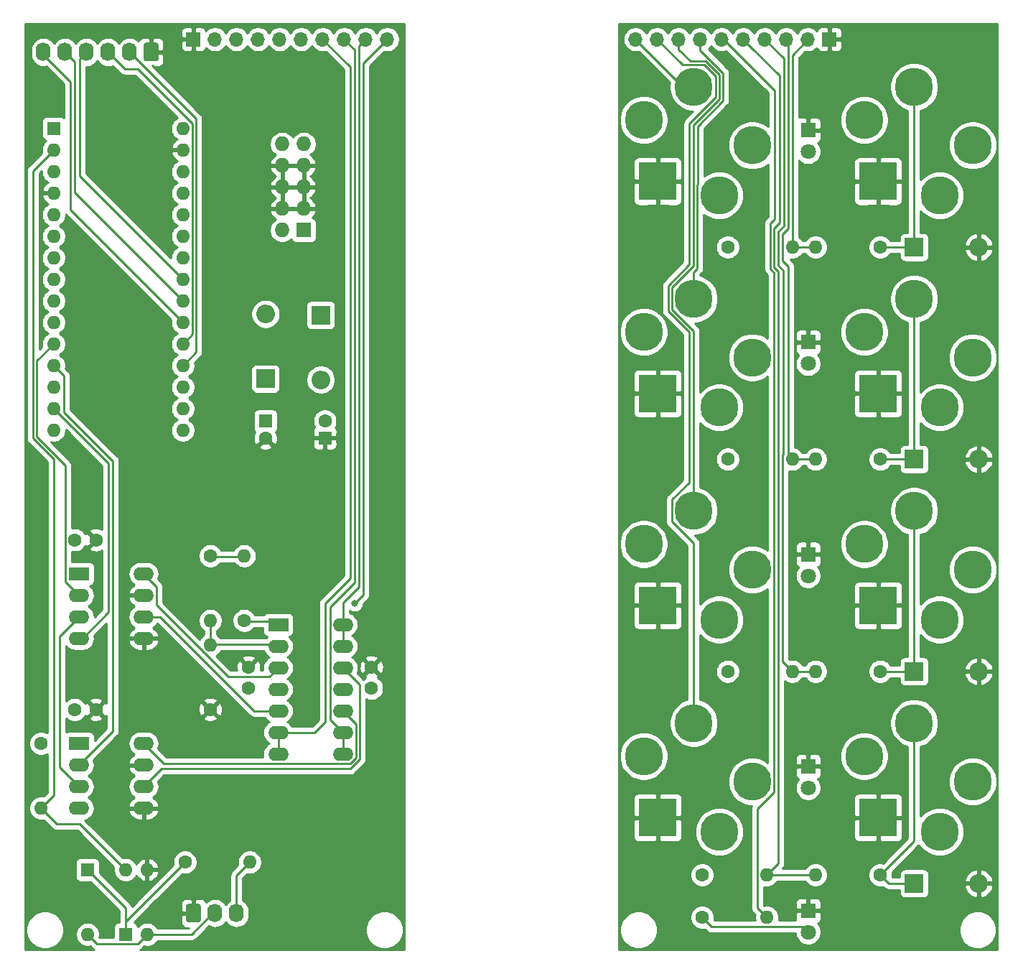
<source format=gbr>
%TF.GenerationSoftware,KiCad,Pcbnew,5.1.6-c6e7f7d~87~ubuntu20.04.1*%
%TF.CreationDate,2020-10-30T18:00:46-04:00*%
%TF.ProjectId,midi2cv_ao,6d696469-3263-4765-9f61-6f2e6b696361,rev?*%
%TF.SameCoordinates,Original*%
%TF.FileFunction,Copper,L1,Top*%
%TF.FilePolarity,Positive*%
%FSLAX46Y46*%
G04 Gerber Fmt 4.6, Leading zero omitted, Abs format (unit mm)*
G04 Created by KiCad (PCBNEW 5.1.6-c6e7f7d~87~ubuntu20.04.1) date 2020-10-30 18:00:46*
%MOMM*%
%LPD*%
G01*
G04 APERTURE LIST*
%TA.AperFunction,ComponentPad*%
%ADD10R,2.400000X1.600000*%
%TD*%
%TA.AperFunction,ComponentPad*%
%ADD11O,2.400000X1.600000*%
%TD*%
%TA.AperFunction,ComponentPad*%
%ADD12O,1.740000X2.190000*%
%TD*%
%TA.AperFunction,ComponentPad*%
%ADD13R,1.600000X1.600000*%
%TD*%
%TA.AperFunction,ComponentPad*%
%ADD14O,1.600000X1.600000*%
%TD*%
%TA.AperFunction,ComponentPad*%
%ADD15C,1.600000*%
%TD*%
%TA.AperFunction,ComponentPad*%
%ADD16R,1.700000X1.700000*%
%TD*%
%TA.AperFunction,ComponentPad*%
%ADD17O,1.700000X1.700000*%
%TD*%
%TA.AperFunction,ComponentPad*%
%ADD18C,4.500000*%
%TD*%
%TA.AperFunction,ComponentPad*%
%ADD19R,4.500001X4.500001*%
%TD*%
%TA.AperFunction,ComponentPad*%
%ADD20C,4.500001*%
%TD*%
%TA.AperFunction,ComponentPad*%
%ADD21R,1.727200X1.727200*%
%TD*%
%TA.AperFunction,ComponentPad*%
%ADD22O,1.727200X1.727200*%
%TD*%
%TA.AperFunction,ComponentPad*%
%ADD23O,2.200000X2.200000*%
%TD*%
%TA.AperFunction,ComponentPad*%
%ADD24R,2.200000X2.200000*%
%TD*%
%TA.AperFunction,ComponentPad*%
%ADD25C,1.800000*%
%TD*%
%TA.AperFunction,ComponentPad*%
%ADD26R,1.800000X1.800000*%
%TD*%
%TA.AperFunction,ViaPad*%
%ADD27C,0.800000*%
%TD*%
%TA.AperFunction,Conductor*%
%ADD28C,0.250000*%
%TD*%
%TA.AperFunction,Conductor*%
%ADD29C,0.254000*%
%TD*%
G04 APERTURE END LIST*
D10*
%TO.P,IC1,1*%
%TO.N,/NOTE_A*%
X70500000Y-136500000D03*
D11*
%TO.P,IC1,8*%
%TO.N,/PITCH_BEND_A*%
X78120000Y-151740000D03*
%TO.P,IC1,2*%
%TO.N,Net-(IC1-Pad2)*%
X70500000Y-139040000D03*
%TO.P,IC1,9*%
%TO.N,/PITCH_BEND_A*%
X78120000Y-149200000D03*
%TO.P,IC1,3*%
%TO.N,Net-(DAC2-Pad8)*%
X70500000Y-141580000D03*
%TO.P,IC1,10*%
%TO.N,Net-(DAC1-Pad8)*%
X78120000Y-146660000D03*
%TO.P,IC1,4*%
%TO.N,+12V*%
X70500000Y-144120000D03*
%TO.P,IC1,11*%
%TO.N,-12V*%
X78120000Y-144120000D03*
%TO.P,IC1,5*%
%TO.N,Net-(DAC2-Pad6)*%
X70500000Y-146660000D03*
%TO.P,IC1,12*%
%TO.N,Net-(DAC1-Pad6)*%
X78120000Y-141580000D03*
%TO.P,IC1,6*%
%TO.N,/VELOCITY_A*%
X70500000Y-149200000D03*
%TO.P,IC1,13*%
%TO.N,/CONTROL_A*%
X78120000Y-139040000D03*
%TO.P,IC1,7*%
%TO.N,/VELOCITY_A*%
X70500000Y-151740000D03*
%TO.P,IC1,14*%
%TO.N,/CONTROL_A*%
X78120000Y-136500000D03*
%TD*%
D12*
%TO.P,J3,6*%
%TO.N,/BUT*%
X42800000Y-69000000D03*
%TO.P,J3,5*%
%TO.N,/PROG_LED1*%
X45340000Y-69000000D03*
%TO.P,J3,4*%
%TO.N,/PROG_LED2*%
X47880000Y-69000000D03*
%TO.P,J3,3*%
%TO.N,/SW1*%
X50420000Y-69000000D03*
%TO.P,J3,2*%
%TO.N,/SW3*%
X52960000Y-69000000D03*
%TO.P,J3,1*%
%TO.N,GND*%
%TA.AperFunction,ComponentPad*%
G36*
G01*
X56370000Y-68154999D02*
X56370000Y-69845001D01*
G75*
G02*
X56120001Y-70095000I-249999J0D01*
G01*
X54879999Y-70095000D01*
G75*
G02*
X54630000Y-69845001I0J249999D01*
G01*
X54630000Y-68154999D01*
G75*
G02*
X54879999Y-67905000I249999J0D01*
G01*
X56120001Y-67905000D01*
G75*
G02*
X56370000Y-68154999I0J-249999D01*
G01*
G37*
%TD.AperFunction*%
%TD*%
D13*
%TO.P,A1,1*%
%TO.N,Net-(A1-Pad1)*%
X44000000Y-78000000D03*
D14*
%TO.P,A1,17*%
%TO.N,Net-(A1-Pad17)*%
X59240000Y-111020000D03*
%TO.P,A1,2*%
%TO.N,/RX0*%
X44000000Y-80540000D03*
%TO.P,A1,18*%
%TO.N,Net-(A1-Pad18)*%
X59240000Y-108480000D03*
%TO.P,A1,3*%
%TO.N,Net-(A1-Pad3)*%
X44000000Y-83080000D03*
%TO.P,A1,19*%
%TO.N,/SW3*%
X59240000Y-105940000D03*
%TO.P,A1,4*%
%TO.N,GND*%
X44000000Y-85620000D03*
%TO.P,A1,20*%
%TO.N,/SW1*%
X59240000Y-103400000D03*
%TO.P,A1,5*%
%TO.N,/GATE_A*%
X44000000Y-88160000D03*
%TO.P,A1,21*%
%TO.N,/BUT*%
X59240000Y-100860000D03*
%TO.P,A1,6*%
%TO.N,/TRIGGER_A*%
X44000000Y-90700000D03*
%TO.P,A1,22*%
%TO.N,/PROG_LED1*%
X59240000Y-98320000D03*
%TO.P,A1,7*%
%TO.N,/CLOCK_A*%
X44000000Y-93240000D03*
%TO.P,A1,23*%
%TO.N,/PROG_LED2*%
X59240000Y-95780000D03*
%TO.P,A1,8*%
%TO.N,/CLOCK_4_A*%
X44000000Y-95780000D03*
%TO.P,A1,24*%
%TO.N,Net-(A1-Pad24)*%
X59240000Y-93240000D03*
%TO.P,A1,9*%
%TO.N,Net-(A1-Pad9)*%
X44000000Y-98320000D03*
%TO.P,A1,25*%
%TO.N,Net-(A1-Pad25)*%
X59240000Y-90700000D03*
%TO.P,A1,10*%
%TO.N,Net-(A1-Pad10)*%
X44000000Y-100860000D03*
%TO.P,A1,26*%
%TO.N,Net-(A1-Pad26)*%
X59240000Y-88160000D03*
%TO.P,A1,11*%
%TO.N,/DAC1_SEL*%
X44000000Y-103400000D03*
%TO.P,A1,27*%
%TO.N,+5V*%
X59240000Y-85620000D03*
%TO.P,A1,12*%
%TO.N,/DAC2_SEL*%
X44000000Y-105940000D03*
%TO.P,A1,28*%
%TO.N,Net-(A1-Pad28)*%
X59240000Y-83080000D03*
%TO.P,A1,13*%
%TO.N,/MIDI_LED_A*%
X44000000Y-108480000D03*
%TO.P,A1,29*%
%TO.N,GND*%
X59240000Y-80540000D03*
%TO.P,A1,14*%
%TO.N,/SDI*%
X44000000Y-111020000D03*
%TO.P,A1,30*%
%TO.N,+12V*%
X59240000Y-78000000D03*
%TO.P,A1,15*%
%TO.N,Net-(A1-Pad15)*%
X44000000Y-113560000D03*
%TO.P,A1,16*%
%TO.N,/SCK*%
X59240000Y-113560000D03*
%TD*%
D15*
%TO.P,R5,1*%
%TO.N,/NOTE_A*%
X66500000Y-136000000D03*
D14*
%TO.P,R5,2*%
%TO.N,Net-(R4-Pad1)*%
X66500000Y-128380000D03*
%TD*%
D15*
%TO.P,R4,1*%
%TO.N,Net-(R4-Pad1)*%
X62500000Y-128380000D03*
D14*
%TO.P,R4,2*%
%TO.N,Net-(IC1-Pad2)*%
X62500000Y-136000000D03*
%TD*%
D15*
%TO.P,R3,1*%
%TO.N,GND*%
X62500000Y-146500000D03*
D14*
%TO.P,R3,2*%
%TO.N,Net-(IC1-Pad2)*%
X62500000Y-138880000D03*
%TD*%
D16*
%TO.P,J8,1*%
%TO.N,GND1*%
X135500000Y-67500000D03*
D17*
%TO.P,J8,2*%
%TO.N,Net-(J8-Pad2)*%
X132960000Y-67500000D03*
%TO.P,J8,3*%
%TO.N,Net-(J8-Pad3)*%
X130420000Y-67500000D03*
%TO.P,J8,4*%
%TO.N,Net-(J8-Pad4)*%
X127880000Y-67500000D03*
%TO.P,J8,5*%
%TO.N,Net-(J8-Pad5)*%
X125340000Y-67500000D03*
%TO.P,J8,6*%
%TO.N,Net-(J8-Pad6)*%
X122800000Y-67500000D03*
%TO.P,J8,7*%
%TO.N,/Panel components/VELOCITY*%
X120260000Y-67500000D03*
%TO.P,J8,8*%
%TO.N,/Panel components/PITCH_BEND*%
X117720000Y-67500000D03*
%TO.P,J8,9*%
%TO.N,/Panel components/CONTROL*%
X115180000Y-67500000D03*
%TO.P,J8,10*%
%TO.N,/Panel components/NOTE*%
X112640000Y-67500000D03*
%TD*%
D16*
%TO.P,J4,1*%
%TO.N,GND*%
X60500000Y-67500000D03*
D17*
%TO.P,J4,2*%
%TO.N,/GATE_A*%
X63040000Y-67500000D03*
%TO.P,J4,3*%
%TO.N,/TRIGGER_A*%
X65580000Y-67500000D03*
%TO.P,J4,4*%
%TO.N,/CLOCK_A*%
X68120000Y-67500000D03*
%TO.P,J4,5*%
%TO.N,/CLOCK_4_A*%
X70660000Y-67500000D03*
%TO.P,J4,6*%
%TO.N,/MIDI_LED_A*%
X73200000Y-67500000D03*
%TO.P,J4,7*%
%TO.N,/VELOCITY_A*%
X75740000Y-67500000D03*
%TO.P,J4,8*%
%TO.N,/PITCH_BEND_A*%
X78280000Y-67500000D03*
%TO.P,J4,9*%
%TO.N,/CONTROL_A*%
X80820000Y-67500000D03*
%TO.P,J4,10*%
%TO.N,/NOTE_A*%
X83360000Y-67500000D03*
%TD*%
D12*
%TO.P,J1,3*%
%TO.N,/MIDI2*%
X65580000Y-170500000D03*
%TO.P,J1,2*%
%TO.N,/MIDI4*%
X63040000Y-170500000D03*
%TO.P,J1,1*%
%TO.N,GND*%
%TA.AperFunction,ComponentPad*%
G36*
G01*
X59630000Y-171345001D02*
X59630000Y-169654999D01*
G75*
G02*
X59879999Y-169405000I249999J0D01*
G01*
X61120001Y-169405000D01*
G75*
G02*
X61370000Y-169654999I0J-249999D01*
G01*
X61370000Y-171345001D01*
G75*
G02*
X61120001Y-171595000I-249999J0D01*
G01*
X59879999Y-171595000D01*
G75*
G02*
X59630000Y-171345001I0J249999D01*
G01*
G37*
%TD.AperFunction*%
%TD*%
D15*
%TO.P,R6,1*%
%TO.N,Net-(D5-Pad2)*%
X120500000Y-171000000D03*
D14*
%TO.P,R6,2*%
%TO.N,Net-(J8-Pad6)*%
X128120000Y-171000000D03*
%TD*%
D15*
%TO.P,R14,1*%
%TO.N,Net-(D9-Pad2)*%
X123500000Y-92000000D03*
D14*
%TO.P,R14,2*%
%TO.N,Net-(J8-Pad2)*%
X131120000Y-92000000D03*
%TD*%
D15*
%TO.P,R12,1*%
%TO.N,Net-(D8-Pad2)*%
X123500000Y-117000000D03*
D14*
%TO.P,R12,2*%
%TO.N,Net-(J8-Pad3)*%
X131120000Y-117000000D03*
%TD*%
D15*
%TO.P,R8,1*%
%TO.N,Net-(D6-Pad2)*%
X120500000Y-166000000D03*
D14*
%TO.P,R8,2*%
%TO.N,Net-(J8-Pad5)*%
X128120000Y-166000000D03*
%TD*%
D18*
%TO.P,J12,T*%
%TO.N,/Panel components/VELOCITY*%
X119500000Y-98100000D03*
D19*
%TO.P,J12,S*%
%TO.N,GND1*%
X115260000Y-109240000D03*
D20*
%TO.P,J12,R*%
%TO.N,N/C*%
X126400000Y-105000000D03*
D18*
%TO.P,J12,TN*%
X113600000Y-102000000D03*
D20*
%TO.P,J12,RN*%
X122500000Y-110900000D03*
%TD*%
D18*
%TO.P,J9,T*%
%TO.N,/Panel components/NOTE*%
X119500000Y-73100000D03*
D19*
%TO.P,J9,S*%
%TO.N,GND1*%
X115260000Y-84240000D03*
D20*
%TO.P,J9,R*%
%TO.N,N/C*%
X126400000Y-80000000D03*
D18*
%TO.P,J9,TN*%
X113600000Y-77000000D03*
D20*
%TO.P,J9,RN*%
X122500000Y-85900000D03*
%TD*%
D18*
%TO.P,J10,T*%
%TO.N,/Panel components/CONTROL*%
X119500000Y-148100000D03*
D19*
%TO.P,J10,S*%
%TO.N,GND1*%
X115260000Y-159240000D03*
D20*
%TO.P,J10,R*%
%TO.N,N/C*%
X126400000Y-155000000D03*
D18*
%TO.P,J10,TN*%
X113600000Y-152000000D03*
D20*
%TO.P,J10,RN*%
X122500000Y-160900000D03*
%TD*%
D18*
%TO.P,J11,T*%
%TO.N,/Panel components/PITCH_BEND*%
X119500000Y-123100000D03*
D19*
%TO.P,J11,S*%
%TO.N,GND1*%
X115260000Y-134240000D03*
D20*
%TO.P,J11,R*%
%TO.N,N/C*%
X126400000Y-130000000D03*
D18*
%TO.P,J11,TN*%
X113600000Y-127000000D03*
D20*
%TO.P,J11,RN*%
X122500000Y-135900000D03*
%TD*%
D15*
%TO.P,R13,1*%
%TO.N,/Panel components/GATE*%
X141500000Y-92000000D03*
D14*
%TO.P,R13,2*%
%TO.N,Net-(J8-Pad2)*%
X133880000Y-92000000D03*
%TD*%
D15*
%TO.P,R11,1*%
%TO.N,/Panel components/TRIGGER*%
X141500000Y-117000000D03*
D14*
%TO.P,R11,2*%
%TO.N,Net-(J8-Pad3)*%
X133880000Y-117000000D03*
%TD*%
D15*
%TO.P,R7,1*%
%TO.N,/Panel components/CLOCK_4*%
X141500000Y-166000000D03*
D14*
%TO.P,R7,2*%
%TO.N,Net-(J8-Pad5)*%
X133880000Y-166000000D03*
%TD*%
D15*
%TO.P,R10,1*%
%TO.N,Net-(D7-Pad2)*%
X123500000Y-142000000D03*
D14*
%TO.P,R10,2*%
%TO.N,Net-(J8-Pad4)*%
X131120000Y-142000000D03*
%TD*%
D15*
%TO.P,R9,1*%
%TO.N,/Panel components/CLOCK*%
X141500000Y-142000000D03*
D14*
%TO.P,R9,2*%
%TO.N,Net-(J8-Pad4)*%
X133880000Y-142000000D03*
%TD*%
%TO.P,R1,2*%
%TO.N,/MIDI2*%
X67120000Y-164500000D03*
D15*
%TO.P,R1,1*%
%TO.N,Net-(D3-Pad1)*%
X59500000Y-164500000D03*
%TD*%
D14*
%TO.P,R2,2*%
%TO.N,/RX0*%
X42500000Y-158120000D03*
D15*
%TO.P,R2,1*%
%TO.N,+5V*%
X42500000Y-150500000D03*
%TD*%
D14*
%TO.P,OK1,4*%
%TO.N,/RX0*%
X52500000Y-165380000D03*
%TO.P,OK1,2*%
%TO.N,/MIDI4*%
X55040000Y-173000000D03*
%TO.P,OK1,3*%
%TO.N,GND*%
X55040000Y-165380000D03*
D13*
%TO.P,OK1,1*%
%TO.N,Net-(D3-Pad1)*%
X52500000Y-173000000D03*
%TD*%
D18*
%TO.P,J16,T*%
%TO.N,/Panel components/GATE*%
X145500000Y-73100000D03*
D19*
%TO.P,J16,S*%
%TO.N,GND1*%
X141260000Y-84240000D03*
D20*
%TO.P,J16,R*%
%TO.N,N/C*%
X152400000Y-80000000D03*
D18*
%TO.P,J16,TN*%
X139600000Y-77000000D03*
D20*
%TO.P,J16,RN*%
X148500000Y-85900000D03*
%TD*%
D18*
%TO.P,J15,T*%
%TO.N,/Panel components/TRIGGER*%
X145500000Y-98100000D03*
D19*
%TO.P,J15,S*%
%TO.N,GND1*%
X141260000Y-109240000D03*
D20*
%TO.P,J15,R*%
%TO.N,N/C*%
X152400000Y-105000000D03*
D18*
%TO.P,J15,TN*%
X139600000Y-102000000D03*
D20*
%TO.P,J15,RN*%
X148500000Y-110900000D03*
%TD*%
D18*
%TO.P,J13,T*%
%TO.N,/Panel components/CLOCK_4*%
X145500000Y-148100000D03*
D19*
%TO.P,J13,S*%
%TO.N,GND1*%
X141260000Y-159240000D03*
D20*
%TO.P,J13,R*%
%TO.N,N/C*%
X152400000Y-155000000D03*
D18*
%TO.P,J13,TN*%
X139600000Y-152000000D03*
D20*
%TO.P,J13,RN*%
X148500000Y-160900000D03*
%TD*%
D18*
%TO.P,J14,T*%
%TO.N,/Panel components/CLOCK*%
X145500000Y-123100000D03*
D19*
%TO.P,J14,S*%
%TO.N,GND1*%
X141260000Y-134240000D03*
D20*
%TO.P,J14,R*%
%TO.N,N/C*%
X152400000Y-130000000D03*
D18*
%TO.P,J14,TN*%
X139600000Y-127000000D03*
D20*
%TO.P,J14,RN*%
X148500000Y-135900000D03*
%TD*%
D21*
%TO.P,J2,1*%
%TO.N,Net-(D2-Pad1)*%
X73500000Y-90000000D03*
D22*
%TO.P,J2,2*%
X70960000Y-90000000D03*
%TO.P,J2,3*%
%TO.N,GND*%
X73500000Y-87460000D03*
%TO.P,J2,4*%
X70960000Y-87460000D03*
%TO.P,J2,5*%
X73500000Y-84920000D03*
%TO.P,J2,6*%
X70960000Y-84920000D03*
%TO.P,J2,7*%
X73500000Y-82380000D03*
%TO.P,J2,8*%
X70960000Y-82380000D03*
%TO.P,J2,9*%
%TO.N,Net-(D1-Pad2)*%
X73500000Y-79840000D03*
%TO.P,J2,10*%
X70960000Y-79840000D03*
%TD*%
D11*
%TO.P,DAC1,8*%
%TO.N,Net-(DAC1-Pad8)*%
X54620000Y-150500000D03*
%TO.P,DAC1,4*%
%TO.N,/SDI*%
X47000000Y-158120000D03*
%TO.P,DAC1,7*%
%TO.N,GND*%
X54620000Y-153040000D03*
%TO.P,DAC1,3*%
%TO.N,/SCK*%
X47000000Y-155580000D03*
%TO.P,DAC1,6*%
%TO.N,Net-(DAC1-Pad6)*%
X54620000Y-155580000D03*
%TO.P,DAC1,2*%
%TO.N,/DAC2_SEL*%
X47000000Y-153040000D03*
%TO.P,DAC1,5*%
%TO.N,GND*%
X54620000Y-158120000D03*
D10*
%TO.P,DAC1,1*%
%TO.N,+5V*%
X47000000Y-150500000D03*
%TD*%
D11*
%TO.P,DAC2,8*%
%TO.N,Net-(DAC2-Pad8)*%
X54620000Y-130500000D03*
%TO.P,DAC2,4*%
%TO.N,/SDI*%
X47000000Y-138120000D03*
%TO.P,DAC2,7*%
%TO.N,GND*%
X54620000Y-133040000D03*
%TO.P,DAC2,3*%
%TO.N,/SCK*%
X47000000Y-135580000D03*
%TO.P,DAC2,6*%
%TO.N,Net-(DAC2-Pad6)*%
X54620000Y-135580000D03*
%TO.P,DAC2,2*%
%TO.N,/DAC1_SEL*%
X47000000Y-133040000D03*
%TO.P,DAC2,5*%
%TO.N,GND*%
X54620000Y-138120000D03*
D10*
%TO.P,DAC2,1*%
%TO.N,+5V*%
X47000000Y-130500000D03*
%TD*%
D23*
%TO.P,D13,2*%
%TO.N,GND1*%
X153120000Y-92000000D03*
D24*
%TO.P,D13,1*%
%TO.N,/Panel components/GATE*%
X145500000Y-92000000D03*
%TD*%
D23*
%TO.P,D12,2*%
%TO.N,GND1*%
X153120000Y-117000000D03*
D24*
%TO.P,D12,1*%
%TO.N,/Panel components/TRIGGER*%
X145500000Y-117000000D03*
%TD*%
D23*
%TO.P,D10,2*%
%TO.N,GND1*%
X153120000Y-167000000D03*
D24*
%TO.P,D10,1*%
%TO.N,/Panel components/CLOCK_4*%
X145500000Y-167000000D03*
%TD*%
D23*
%TO.P,D11,2*%
%TO.N,GND1*%
X153120000Y-142000000D03*
D24*
%TO.P,D11,1*%
%TO.N,/Panel components/CLOCK*%
X145500000Y-142000000D03*
%TD*%
D25*
%TO.P,D5,2*%
%TO.N,Net-(D5-Pad2)*%
X133000000Y-172740000D03*
D26*
%TO.P,D5,1*%
%TO.N,GND1*%
X133000000Y-170200000D03*
%TD*%
D25*
%TO.P,D9,2*%
%TO.N,Net-(D9-Pad2)*%
X133000000Y-80740000D03*
D26*
%TO.P,D9,1*%
%TO.N,GND1*%
X133000000Y-78200000D03*
%TD*%
D25*
%TO.P,D8,2*%
%TO.N,Net-(D8-Pad2)*%
X133000000Y-105740000D03*
D26*
%TO.P,D8,1*%
%TO.N,GND1*%
X133000000Y-103200000D03*
%TD*%
D25*
%TO.P,D6,2*%
%TO.N,Net-(D6-Pad2)*%
X133000000Y-155740000D03*
D26*
%TO.P,D6,1*%
%TO.N,GND1*%
X133000000Y-153200000D03*
%TD*%
D25*
%TO.P,D7,2*%
%TO.N,Net-(D7-Pad2)*%
X133000000Y-130740000D03*
D26*
%TO.P,D7,1*%
%TO.N,GND1*%
X133000000Y-128200000D03*
%TD*%
D24*
%TO.P,D2,1*%
%TO.N,Net-(D2-Pad1)*%
X75500000Y-100000000D03*
D23*
%TO.P,D2,2*%
%TO.N,-12V*%
X75500000Y-107620000D03*
%TD*%
D24*
%TO.P,D1,1*%
%TO.N,+12V*%
X69000000Y-107500000D03*
D23*
%TO.P,D1,2*%
%TO.N,Net-(D1-Pad2)*%
X69000000Y-99880000D03*
%TD*%
D13*
%TO.P,D3,1*%
%TO.N,Net-(D3-Pad1)*%
X48000000Y-165380000D03*
D14*
%TO.P,D3,2*%
%TO.N,/MIDI4*%
X48000000Y-173000000D03*
%TD*%
D15*
%TO.P,C4,2*%
%TO.N,-12V*%
X81500000Y-144000000D03*
%TO.P,C4,1*%
%TO.N,GND*%
X81500000Y-141500000D03*
%TD*%
D13*
%TO.P,C2,1*%
%TO.N,GND*%
X76000000Y-114500000D03*
D15*
%TO.P,C2,2*%
%TO.N,-12V*%
X76000000Y-112500000D03*
%TD*%
D13*
%TO.P,C1,1*%
%TO.N,+12V*%
X69000000Y-112500000D03*
D15*
%TO.P,C1,2*%
%TO.N,GND*%
X69000000Y-114500000D03*
%TD*%
%TO.P,C5,2*%
%TO.N,GND*%
X49000000Y-146500000D03*
%TO.P,C5,1*%
%TO.N,+5V*%
X46500000Y-146500000D03*
%TD*%
%TO.P,C6,2*%
%TO.N,GND*%
X49000000Y-126500000D03*
%TO.P,C6,1*%
%TO.N,+5V*%
X46500000Y-126500000D03*
%TD*%
%TO.P,C3,2*%
%TO.N,GND*%
X67000000Y-141500000D03*
%TO.P,C3,1*%
%TO.N,+12V*%
X67000000Y-144000000D03*
%TD*%
D27*
%TO.N,/NOTE_A*%
X79500000Y-134000000D03*
%TD*%
D28*
%TO.N,/RX0*%
X44000000Y-156620000D02*
X42500000Y-158120000D01*
X44000000Y-80540000D02*
X41549989Y-82990011D01*
X41549989Y-82990011D02*
X41549989Y-114549990D01*
X41549989Y-114549990D02*
X44000000Y-117000000D01*
X44000000Y-117000000D02*
X44000000Y-156620000D01*
X47120000Y-160000000D02*
X52500000Y-165380000D01*
X44380000Y-160000000D02*
X47120000Y-160000000D01*
X42500000Y-158120000D02*
X44380000Y-160000000D01*
%TO.N,Net-(D3-Pad1)*%
X52500000Y-171500000D02*
X59500000Y-164500000D01*
X52500000Y-173000000D02*
X52500000Y-171500000D01*
X52500000Y-169880000D02*
X48000000Y-165380000D01*
X52500000Y-171500000D02*
X52500000Y-169880000D01*
%TO.N,Net-(D5-Pad2)*%
X132385001Y-172125001D02*
X133000000Y-172740000D01*
X121625001Y-172125001D02*
X132385001Y-172125001D01*
X120500000Y-171000000D02*
X121625001Y-172125001D01*
%TO.N,Net-(DAC1-Pad8)*%
X77703590Y-146660000D02*
X78120000Y-146660000D01*
X79645010Y-148185010D02*
X78120000Y-146660000D01*
X79645010Y-152205994D02*
X79645010Y-148185010D01*
X78985994Y-152865010D02*
X79645010Y-152205994D01*
X56985010Y-152865010D02*
X78985994Y-152865010D01*
X54620000Y-150500000D02*
X56985010Y-152865010D01*
%TO.N,Net-(DAC1-Pad6)*%
X80095020Y-143555020D02*
X78120000Y-141580000D01*
X80095020Y-152392394D02*
X80095020Y-143555020D01*
X78987414Y-153500000D02*
X80095020Y-152392394D01*
X56700000Y-153500000D02*
X78987414Y-153500000D01*
X54620000Y-155580000D02*
X56700000Y-153500000D01*
%TO.N,Net-(DAC2-Pad8)*%
X69454999Y-142625001D02*
X70500000Y-141580000D01*
X64579999Y-142625001D02*
X69454999Y-142625001D01*
X56145010Y-134190012D02*
X64579999Y-142625001D01*
X56145010Y-132025010D02*
X56145010Y-134190012D01*
X54620000Y-130500000D02*
X56145010Y-132025010D01*
%TO.N,Net-(DAC2-Pad6)*%
X56580000Y-135580000D02*
X67660000Y-146660000D01*
X67660000Y-146660000D02*
X70500000Y-146660000D01*
X54620000Y-135580000D02*
X56580000Y-135580000D01*
%TO.N,Net-(IC1-Pad2)*%
X62500000Y-136120000D02*
X62500000Y-138780000D01*
X70240000Y-138780000D02*
X70500000Y-139040000D01*
X62500000Y-138780000D02*
X70240000Y-138780000D01*
%TO.N,/SCK*%
X44725000Y-153305000D02*
X47000000Y-155580000D01*
X44725000Y-137855000D02*
X44725000Y-153305000D01*
X47000000Y-135580000D02*
X44725000Y-137855000D01*
%TO.N,/SDI*%
X47380000Y-138120000D02*
X47000000Y-138120000D01*
X50500000Y-135000000D02*
X47380000Y-138120000D01*
X50500000Y-117520000D02*
X50500000Y-135000000D01*
X44000000Y-111020000D02*
X50500000Y-117520000D01*
%TO.N,/DAC2_SEL*%
X51000000Y-149040000D02*
X47000000Y-153040000D01*
X51000000Y-117200000D02*
X51000000Y-149040000D01*
X45230000Y-111430000D02*
X51000000Y-117200000D01*
X45230000Y-107170000D02*
X45230000Y-111430000D01*
X44000000Y-105940000D02*
X45230000Y-107170000D01*
%TO.N,/DAC1_SEL*%
X45374999Y-117738589D02*
X45374999Y-131414999D01*
X42000000Y-105400000D02*
X42000000Y-114363590D01*
X44000000Y-103400000D02*
X42000000Y-105400000D01*
X42000000Y-114363590D02*
X45374999Y-117738589D01*
X45374999Y-131414999D02*
X47000000Y-133040000D01*
%TO.N,/CONTROL_A*%
X78120000Y-136500000D02*
X78120000Y-139040000D01*
X80000000Y-68320000D02*
X80820000Y-67500000D01*
X80000000Y-132000000D02*
X80000000Y-68320000D01*
X78120000Y-133880000D02*
X80000000Y-132000000D01*
X78120000Y-136500000D02*
X78120000Y-133880000D01*
%TO.N,/VELOCITY_A*%
X70500000Y-149200000D02*
X70500000Y-151740000D01*
X79000000Y-70760000D02*
X75740000Y-67500000D01*
X79000000Y-131000000D02*
X79000000Y-70760000D01*
X76000000Y-134000000D02*
X79000000Y-131000000D01*
X76000000Y-148000000D02*
X76000000Y-134000000D01*
X74800000Y-149200000D02*
X76000000Y-148000000D01*
X70500000Y-149200000D02*
X74800000Y-149200000D01*
%TO.N,/PITCH_BEND_A*%
X78120000Y-149200000D02*
X78120000Y-151740000D01*
X78300000Y-149200000D02*
X78120000Y-149200000D01*
X79500000Y-68720000D02*
X78280000Y-67500000D01*
X79500000Y-131500000D02*
X79500000Y-68720000D01*
X76594990Y-134405010D02*
X79500000Y-131500000D01*
X76594990Y-147674990D02*
X76594990Y-134405010D01*
X78120000Y-149200000D02*
X76594990Y-147674990D01*
%TO.N,/NOTE_A*%
X70120000Y-136120000D02*
X70500000Y-136500000D01*
X66500000Y-136120000D02*
X70120000Y-136120000D01*
X80500000Y-133000000D02*
X79500000Y-134000000D01*
X80500000Y-70360000D02*
X80500000Y-133000000D01*
X83360000Y-67500000D02*
X80500000Y-70360000D01*
%TO.N,/Panel components/NOTE*%
X118240000Y-73100000D02*
X112640000Y-67500000D01*
X119500000Y-73100000D02*
X118240000Y-73100000D01*
%TO.N,/Panel components/CONTROL*%
X119500000Y-148100000D02*
X119500000Y-147700000D01*
X118204999Y-70524999D02*
X115180000Y-67500000D01*
X119500000Y-148100000D02*
X119500000Y-126911002D01*
X119500000Y-126911002D02*
X116924999Y-124336001D01*
X116924999Y-124336001D02*
X116924999Y-121750003D01*
X120736001Y-70524999D02*
X118204999Y-70524999D01*
X116924999Y-121750003D02*
X118950012Y-119724990D01*
X118950012Y-119724990D02*
X118950012Y-101997424D01*
X118950012Y-101997424D02*
X116474988Y-99522401D01*
X116474988Y-96563601D02*
X119000000Y-94038589D01*
X116474988Y-99522401D02*
X116474988Y-96563601D01*
X119000000Y-77411002D02*
X122075001Y-74336001D01*
X119000000Y-94038589D02*
X119000000Y-77411002D01*
X122075001Y-74336001D02*
X122075001Y-71863999D01*
X122075001Y-71863999D02*
X120736001Y-70524999D01*
%TO.N,/Panel components/VELOCITY*%
X120260000Y-68776178D02*
X120260000Y-67500000D01*
X122975019Y-71491197D02*
X120260000Y-68776178D01*
X122975021Y-74708800D02*
X122975019Y-71491197D01*
X119950000Y-77733821D02*
X122975021Y-74708800D01*
X119950000Y-84638998D02*
X119950000Y-77733821D01*
X119924999Y-84663999D02*
X119950000Y-84638998D01*
X119924999Y-94493021D02*
X119924999Y-84663999D01*
X119500000Y-94918020D02*
X119924999Y-94493021D01*
X119500000Y-98100000D02*
X119500000Y-94918020D01*
%TO.N,/Panel components/PITCH_BEND*%
X119092908Y-70074989D02*
X117720000Y-68702081D01*
X122525011Y-74522401D02*
X122525010Y-71677598D01*
X120922401Y-70074989D02*
X119092908Y-70074989D01*
X122525010Y-71677598D02*
X120922401Y-70074989D01*
X119500000Y-123100000D02*
X119500000Y-101911002D01*
X119500000Y-101911002D02*
X116924999Y-99336001D01*
X119450000Y-77597413D02*
X122525011Y-74522401D01*
X119450000Y-94225000D02*
X119450000Y-77597413D01*
X116924999Y-96750001D02*
X119450000Y-94225000D01*
X116924999Y-99336001D02*
X116924999Y-96750001D01*
X117720000Y-68702081D02*
X117720000Y-67500000D01*
%TO.N,/Panel components/CLOCK*%
X145500000Y-142000000D02*
X141500000Y-142000000D01*
X145500000Y-142000000D02*
X145500000Y-123100000D01*
%TO.N,/Panel components/CLOCK_4*%
X142500000Y-167000000D02*
X141500000Y-166000000D01*
X145500000Y-167000000D02*
X142500000Y-167000000D01*
X145500000Y-162000000D02*
X145500000Y-148100000D01*
X141500000Y-166000000D02*
X145500000Y-162000000D01*
%TO.N,/Panel components/TRIGGER*%
X145500000Y-117000000D02*
X141500000Y-117000000D01*
X145500000Y-117000000D02*
X145500000Y-98100000D01*
%TO.N,/Panel components/GATE*%
X145500000Y-92000000D02*
X141500000Y-92000000D01*
X145500000Y-92000000D02*
X145500000Y-73100000D01*
%TO.N,/SW3*%
X60815010Y-76855010D02*
X52960000Y-69000000D01*
X60815010Y-104364990D02*
X60815010Y-76855010D01*
X59240000Y-105940000D02*
X60815010Y-104364990D01*
%TO.N,/MIDI4*%
X62778190Y-170500000D02*
X63040000Y-170500000D01*
X60278190Y-173000000D02*
X62778190Y-170500000D01*
X55040000Y-173000000D02*
X60278190Y-173000000D01*
X53914999Y-174125001D02*
X55040000Y-173000000D01*
X49125001Y-174125001D02*
X53914999Y-174125001D01*
X48000000Y-173000000D02*
X49125001Y-174125001D01*
%TO.N,/MIDI2*%
X65580000Y-166040000D02*
X67120000Y-164500000D01*
X65580000Y-170500000D02*
X65580000Y-166040000D01*
%TO.N,Net-(J8-Pad5)*%
X133880000Y-166000000D02*
X128120000Y-166000000D01*
%TO.N,Net-(J8-Pad4)*%
X133880000Y-142000000D02*
X131120000Y-142000000D01*
%TO.N,Net-(J8-Pad3)*%
X133880000Y-117000000D02*
X131120000Y-117000000D01*
%TO.N,Net-(J8-Pad2)*%
X133880000Y-92000000D02*
X131120000Y-92000000D01*
%TO.N,Net-(R4-Pad1)*%
X62500000Y-128500000D02*
X66500000Y-128500000D01*
%TO.N,/SW1*%
X59240000Y-103400000D02*
X59400000Y-103400000D01*
X52420000Y-71000000D02*
X50420000Y-69000000D01*
X53905002Y-71000000D02*
X52420000Y-71000000D01*
X60365001Y-77459999D02*
X53905002Y-71000000D01*
X60365001Y-102274999D02*
X60365001Y-77459999D01*
X59240000Y-103400000D02*
X60365001Y-102274999D01*
%TO.N,Net-(J8-Pad6)*%
X123000000Y-67500000D02*
X122800000Y-67500000D01*
X129000000Y-88725000D02*
X129000000Y-73500000D01*
X129000000Y-73500000D02*
X123000000Y-67500000D01*
X128524991Y-89200009D02*
X129000000Y-88725000D01*
X128524990Y-94561401D02*
X128524991Y-89200009D01*
X128975001Y-95011411D02*
X128524990Y-94561401D01*
X128975001Y-156236001D02*
X128975001Y-95011411D01*
X126994999Y-158216003D02*
X128975001Y-156236001D01*
X126994999Y-169874999D02*
X126994999Y-158216003D01*
X128120000Y-171000000D02*
X126994999Y-169874999D01*
%TO.N,Net-(J8-Pad5)*%
X126189999Y-68349999D02*
X125340000Y-67500000D01*
X129625000Y-71785000D02*
X126189999Y-68349999D01*
X129625000Y-89125000D02*
X129625000Y-71785000D01*
X128975001Y-89774999D02*
X129625000Y-89125000D01*
X128975001Y-94375001D02*
X128975001Y-89774999D01*
X129500000Y-94900000D02*
X128975001Y-94375001D01*
X129500000Y-164620000D02*
X129500000Y-94900000D01*
X128120000Y-166000000D02*
X129500000Y-164620000D01*
%TO.N,Net-(J8-Pad4)*%
X129500000Y-90125000D02*
X130125000Y-89500000D01*
X129500000Y-94175000D02*
X129500000Y-90125000D01*
X130125000Y-89500000D02*
X130125000Y-69745000D01*
X130025000Y-94700000D02*
X129500000Y-94175000D01*
X130025000Y-116429998D02*
X130025000Y-94700000D01*
X130125000Y-69745000D02*
X127880000Y-67500000D01*
X129994999Y-116459999D02*
X130025000Y-116429998D01*
X129994999Y-140874999D02*
X129994999Y-116459999D01*
X131120000Y-142000000D02*
X129994999Y-140874999D01*
%TO.N,Net-(J8-Pad3)*%
X130625000Y-67705000D02*
X130420000Y-67500000D01*
X130625000Y-89800000D02*
X130625000Y-67705000D01*
X129994999Y-90430001D02*
X130625000Y-89800000D01*
X129994999Y-93619999D02*
X129994999Y-90430001D01*
X130650000Y-94275000D02*
X129994999Y-93619999D01*
X130650000Y-116530000D02*
X130650000Y-94275000D01*
X131120000Y-117000000D02*
X130650000Y-116530000D01*
%TO.N,Net-(J8-Pad2)*%
X131120000Y-69380000D02*
X131120000Y-92000000D01*
X132960000Y-67540000D02*
X131120000Y-69380000D01*
X132960000Y-67500000D02*
X132960000Y-67540000D01*
%TO.N,/BUT*%
X46000000Y-87620000D02*
X59240000Y-100860000D01*
X46000000Y-72500000D02*
X46000000Y-87620000D01*
X42800000Y-69300000D02*
X46000000Y-72500000D01*
X42800000Y-69000000D02*
X42800000Y-69300000D01*
%TO.N,/PROG_LED1*%
X46500000Y-85580000D02*
X59240000Y-98320000D01*
X46500000Y-70160000D02*
X46500000Y-85580000D01*
X45340000Y-69000000D02*
X46500000Y-70160000D01*
%TO.N,/PROG_LED2*%
X47080000Y-83620000D02*
X59240000Y-95780000D01*
X47080000Y-69800000D02*
X47080000Y-83620000D01*
X47880000Y-69000000D02*
X47080000Y-69800000D01*
%TD*%
D29*
%TO.N,GND1*%
G36*
X155315001Y-174815000D02*
G01*
X110685000Y-174815000D01*
X110685000Y-172279872D01*
X110765000Y-172279872D01*
X110765000Y-172720128D01*
X110850890Y-173151925D01*
X111019369Y-173558669D01*
X111263962Y-173924729D01*
X111575271Y-174236038D01*
X111941331Y-174480631D01*
X112348075Y-174649110D01*
X112779872Y-174735000D01*
X113220128Y-174735000D01*
X113651925Y-174649110D01*
X114058669Y-174480631D01*
X114424729Y-174236038D01*
X114736038Y-173924729D01*
X114980631Y-173558669D01*
X115149110Y-173151925D01*
X115235000Y-172720128D01*
X115235000Y-172279872D01*
X115149110Y-171848075D01*
X114980631Y-171441331D01*
X114736038Y-171075271D01*
X114424729Y-170763962D01*
X114058669Y-170519369D01*
X113651925Y-170350890D01*
X113220128Y-170265000D01*
X112779872Y-170265000D01*
X112348075Y-170350890D01*
X111941331Y-170519369D01*
X111575271Y-170763962D01*
X111263962Y-171075271D01*
X111019369Y-171441331D01*
X110850890Y-171848075D01*
X110765000Y-172279872D01*
X110685000Y-172279872D01*
X110685000Y-165858665D01*
X119065000Y-165858665D01*
X119065000Y-166141335D01*
X119120147Y-166418574D01*
X119228320Y-166679727D01*
X119385363Y-166914759D01*
X119585241Y-167114637D01*
X119820273Y-167271680D01*
X120081426Y-167379853D01*
X120358665Y-167435000D01*
X120641335Y-167435000D01*
X120918574Y-167379853D01*
X121179727Y-167271680D01*
X121414759Y-167114637D01*
X121614637Y-166914759D01*
X121771680Y-166679727D01*
X121879853Y-166418574D01*
X121935000Y-166141335D01*
X121935000Y-165858665D01*
X121879853Y-165581426D01*
X121771680Y-165320273D01*
X121614637Y-165085241D01*
X121414759Y-164885363D01*
X121179727Y-164728320D01*
X120918574Y-164620147D01*
X120641335Y-164565000D01*
X120358665Y-164565000D01*
X120081426Y-164620147D01*
X119820273Y-164728320D01*
X119585241Y-164885363D01*
X119385363Y-165085241D01*
X119228320Y-165320273D01*
X119120147Y-165581426D01*
X119065000Y-165858665D01*
X110685000Y-165858665D01*
X110685000Y-161490000D01*
X112371928Y-161490000D01*
X112384188Y-161614482D01*
X112420498Y-161734180D01*
X112479463Y-161844494D01*
X112558815Y-161941185D01*
X112655506Y-162020537D01*
X112765820Y-162079502D01*
X112885518Y-162115812D01*
X113010000Y-162128072D01*
X114974250Y-162125000D01*
X115133000Y-161966250D01*
X115133000Y-159367000D01*
X115387000Y-159367000D01*
X115387000Y-161966250D01*
X115545750Y-162125000D01*
X117510000Y-162128072D01*
X117634482Y-162115812D01*
X117754180Y-162079502D01*
X117864494Y-162020537D01*
X117961185Y-161941185D01*
X118040537Y-161844494D01*
X118099502Y-161734180D01*
X118135812Y-161614482D01*
X118148072Y-161490000D01*
X118146705Y-160615852D01*
X119615000Y-160615852D01*
X119615000Y-161184148D01*
X119725869Y-161741523D01*
X119943346Y-162266560D01*
X120259074Y-162739080D01*
X120660920Y-163140926D01*
X121133440Y-163456654D01*
X121658477Y-163674131D01*
X122215852Y-163785000D01*
X122784148Y-163785000D01*
X123341523Y-163674131D01*
X123866560Y-163456654D01*
X124339080Y-163140926D01*
X124740926Y-162739080D01*
X125056654Y-162266560D01*
X125274131Y-161741523D01*
X125385000Y-161184148D01*
X125385000Y-160615852D01*
X125274131Y-160058477D01*
X125056654Y-159533440D01*
X124740926Y-159060920D01*
X124339080Y-158659074D01*
X123866560Y-158343346D01*
X123341523Y-158125869D01*
X122784148Y-158015000D01*
X122215852Y-158015000D01*
X121658477Y-158125869D01*
X121133440Y-158343346D01*
X120660920Y-158659074D01*
X120259074Y-159060920D01*
X119943346Y-159533440D01*
X119725869Y-160058477D01*
X119615000Y-160615852D01*
X118146705Y-160615852D01*
X118145000Y-159525750D01*
X117986250Y-159367000D01*
X115387000Y-159367000D01*
X115133000Y-159367000D01*
X112533750Y-159367000D01*
X112375000Y-159525750D01*
X112371928Y-161490000D01*
X110685000Y-161490000D01*
X110685000Y-156990000D01*
X112371928Y-156990000D01*
X112375000Y-158954250D01*
X112533750Y-159113000D01*
X115133000Y-159113000D01*
X115133000Y-156513750D01*
X115387000Y-156513750D01*
X115387000Y-159113000D01*
X117986250Y-159113000D01*
X118145000Y-158954250D01*
X118148072Y-156990000D01*
X118135812Y-156865518D01*
X118099502Y-156745820D01*
X118040537Y-156635506D01*
X117961185Y-156538815D01*
X117864494Y-156459463D01*
X117754180Y-156400498D01*
X117634482Y-156364188D01*
X117510000Y-156351928D01*
X115545750Y-156355000D01*
X115387000Y-156513750D01*
X115133000Y-156513750D01*
X114974250Y-156355000D01*
X113010000Y-156351928D01*
X112885518Y-156364188D01*
X112765820Y-156400498D01*
X112655506Y-156459463D01*
X112558815Y-156538815D01*
X112479463Y-156635506D01*
X112420498Y-156745820D01*
X112384188Y-156865518D01*
X112371928Y-156990000D01*
X110685000Y-156990000D01*
X110685000Y-151715852D01*
X110715000Y-151715852D01*
X110715000Y-152284148D01*
X110825869Y-152841523D01*
X111043346Y-153366560D01*
X111359074Y-153839080D01*
X111760920Y-154240926D01*
X112233440Y-154556654D01*
X112758477Y-154774131D01*
X113315852Y-154885000D01*
X113884148Y-154885000D01*
X114441523Y-154774131D01*
X114966560Y-154556654D01*
X115439080Y-154240926D01*
X115840926Y-153839080D01*
X116156654Y-153366560D01*
X116374131Y-152841523D01*
X116485000Y-152284148D01*
X116485000Y-151715852D01*
X116374131Y-151158477D01*
X116156654Y-150633440D01*
X115840926Y-150160920D01*
X115439080Y-149759074D01*
X114966560Y-149443346D01*
X114441523Y-149225869D01*
X113884148Y-149115000D01*
X113315852Y-149115000D01*
X112758477Y-149225869D01*
X112233440Y-149443346D01*
X111760920Y-149759074D01*
X111359074Y-150160920D01*
X111043346Y-150633440D01*
X110825869Y-151158477D01*
X110715000Y-151715852D01*
X110685000Y-151715852D01*
X110685000Y-136490000D01*
X112371928Y-136490000D01*
X112384188Y-136614482D01*
X112420498Y-136734180D01*
X112479463Y-136844494D01*
X112558815Y-136941185D01*
X112655506Y-137020537D01*
X112765820Y-137079502D01*
X112885518Y-137115812D01*
X113010000Y-137128072D01*
X114974250Y-137125000D01*
X115133000Y-136966250D01*
X115133000Y-134367000D01*
X115387000Y-134367000D01*
X115387000Y-136966250D01*
X115545750Y-137125000D01*
X117510000Y-137128072D01*
X117634482Y-137115812D01*
X117754180Y-137079502D01*
X117864494Y-137020537D01*
X117961185Y-136941185D01*
X118040537Y-136844494D01*
X118099502Y-136734180D01*
X118135812Y-136614482D01*
X118148072Y-136490000D01*
X118145000Y-134525750D01*
X117986250Y-134367000D01*
X115387000Y-134367000D01*
X115133000Y-134367000D01*
X112533750Y-134367000D01*
X112375000Y-134525750D01*
X112371928Y-136490000D01*
X110685000Y-136490000D01*
X110685000Y-131990000D01*
X112371928Y-131990000D01*
X112375000Y-133954250D01*
X112533750Y-134113000D01*
X115133000Y-134113000D01*
X115133000Y-131513750D01*
X115387000Y-131513750D01*
X115387000Y-134113000D01*
X117986250Y-134113000D01*
X118145000Y-133954250D01*
X118148072Y-131990000D01*
X118135812Y-131865518D01*
X118099502Y-131745820D01*
X118040537Y-131635506D01*
X117961185Y-131538815D01*
X117864494Y-131459463D01*
X117754180Y-131400498D01*
X117634482Y-131364188D01*
X117510000Y-131351928D01*
X115545750Y-131355000D01*
X115387000Y-131513750D01*
X115133000Y-131513750D01*
X114974250Y-131355000D01*
X113010000Y-131351928D01*
X112885518Y-131364188D01*
X112765820Y-131400498D01*
X112655506Y-131459463D01*
X112558815Y-131538815D01*
X112479463Y-131635506D01*
X112420498Y-131745820D01*
X112384188Y-131865518D01*
X112371928Y-131990000D01*
X110685000Y-131990000D01*
X110685000Y-126715852D01*
X110715000Y-126715852D01*
X110715000Y-127284148D01*
X110825869Y-127841523D01*
X111043346Y-128366560D01*
X111359074Y-128839080D01*
X111760920Y-129240926D01*
X112233440Y-129556654D01*
X112758477Y-129774131D01*
X113315852Y-129885000D01*
X113884148Y-129885000D01*
X114441523Y-129774131D01*
X114966560Y-129556654D01*
X115439080Y-129240926D01*
X115840926Y-128839080D01*
X116156654Y-128366560D01*
X116374131Y-127841523D01*
X116485000Y-127284148D01*
X116485000Y-126715852D01*
X116374131Y-126158477D01*
X116156654Y-125633440D01*
X115840926Y-125160920D01*
X115439080Y-124759074D01*
X114966560Y-124443346D01*
X114441523Y-124225869D01*
X113884148Y-124115000D01*
X113315852Y-124115000D01*
X112758477Y-124225869D01*
X112233440Y-124443346D01*
X111760920Y-124759074D01*
X111359074Y-125160920D01*
X111043346Y-125633440D01*
X110825869Y-126158477D01*
X110715000Y-126715852D01*
X110685000Y-126715852D01*
X110685000Y-111490000D01*
X112371928Y-111490000D01*
X112384188Y-111614482D01*
X112420498Y-111734180D01*
X112479463Y-111844494D01*
X112558815Y-111941185D01*
X112655506Y-112020537D01*
X112765820Y-112079502D01*
X112885518Y-112115812D01*
X113010000Y-112128072D01*
X114974250Y-112125000D01*
X115133000Y-111966250D01*
X115133000Y-109367000D01*
X115387000Y-109367000D01*
X115387000Y-111966250D01*
X115545750Y-112125000D01*
X117510000Y-112128072D01*
X117634482Y-112115812D01*
X117754180Y-112079502D01*
X117864494Y-112020537D01*
X117961185Y-111941185D01*
X118040537Y-111844494D01*
X118099502Y-111734180D01*
X118135812Y-111614482D01*
X118148072Y-111490000D01*
X118145000Y-109525750D01*
X117986250Y-109367000D01*
X115387000Y-109367000D01*
X115133000Y-109367000D01*
X112533750Y-109367000D01*
X112375000Y-109525750D01*
X112371928Y-111490000D01*
X110685000Y-111490000D01*
X110685000Y-106990000D01*
X112371928Y-106990000D01*
X112375000Y-108954250D01*
X112533750Y-109113000D01*
X115133000Y-109113000D01*
X115133000Y-106513750D01*
X115387000Y-106513750D01*
X115387000Y-109113000D01*
X117986250Y-109113000D01*
X118145000Y-108954250D01*
X118148072Y-106990000D01*
X118135812Y-106865518D01*
X118099502Y-106745820D01*
X118040537Y-106635506D01*
X117961185Y-106538815D01*
X117864494Y-106459463D01*
X117754180Y-106400498D01*
X117634482Y-106364188D01*
X117510000Y-106351928D01*
X115545750Y-106355000D01*
X115387000Y-106513750D01*
X115133000Y-106513750D01*
X114974250Y-106355000D01*
X113010000Y-106351928D01*
X112885518Y-106364188D01*
X112765820Y-106400498D01*
X112655506Y-106459463D01*
X112558815Y-106538815D01*
X112479463Y-106635506D01*
X112420498Y-106745820D01*
X112384188Y-106865518D01*
X112371928Y-106990000D01*
X110685000Y-106990000D01*
X110685000Y-101715852D01*
X110715000Y-101715852D01*
X110715000Y-102284148D01*
X110825869Y-102841523D01*
X111043346Y-103366560D01*
X111359074Y-103839080D01*
X111760920Y-104240926D01*
X112233440Y-104556654D01*
X112758477Y-104774131D01*
X113315852Y-104885000D01*
X113884148Y-104885000D01*
X114441523Y-104774131D01*
X114966560Y-104556654D01*
X115439080Y-104240926D01*
X115840926Y-103839080D01*
X116156654Y-103366560D01*
X116374131Y-102841523D01*
X116485000Y-102284148D01*
X116485000Y-101715852D01*
X116374131Y-101158477D01*
X116156654Y-100633440D01*
X115840926Y-100160920D01*
X115439080Y-99759074D01*
X114966560Y-99443346D01*
X114441523Y-99225869D01*
X113884148Y-99115000D01*
X113315852Y-99115000D01*
X112758477Y-99225869D01*
X112233440Y-99443346D01*
X111760920Y-99759074D01*
X111359074Y-100160920D01*
X111043346Y-100633440D01*
X110825869Y-101158477D01*
X110715000Y-101715852D01*
X110685000Y-101715852D01*
X110685000Y-86490000D01*
X112371928Y-86490000D01*
X112384188Y-86614482D01*
X112420498Y-86734180D01*
X112479463Y-86844494D01*
X112558815Y-86941185D01*
X112655506Y-87020537D01*
X112765820Y-87079502D01*
X112885518Y-87115812D01*
X113010000Y-87128072D01*
X114974250Y-87125000D01*
X115133000Y-86966250D01*
X115133000Y-84367000D01*
X115387000Y-84367000D01*
X115387000Y-86966250D01*
X115545750Y-87125000D01*
X117510000Y-87128072D01*
X117634482Y-87115812D01*
X117754180Y-87079502D01*
X117864494Y-87020537D01*
X117961185Y-86941185D01*
X118040537Y-86844494D01*
X118099502Y-86734180D01*
X118135812Y-86614482D01*
X118148072Y-86490000D01*
X118145000Y-84525750D01*
X117986250Y-84367000D01*
X115387000Y-84367000D01*
X115133000Y-84367000D01*
X112533750Y-84367000D01*
X112375000Y-84525750D01*
X112371928Y-86490000D01*
X110685000Y-86490000D01*
X110685000Y-81990000D01*
X112371928Y-81990000D01*
X112375000Y-83954250D01*
X112533750Y-84113000D01*
X115133000Y-84113000D01*
X115133000Y-81513750D01*
X115387000Y-81513750D01*
X115387000Y-84113000D01*
X117986250Y-84113000D01*
X118145000Y-83954250D01*
X118148072Y-81990000D01*
X118135812Y-81865518D01*
X118099502Y-81745820D01*
X118040537Y-81635506D01*
X117961185Y-81538815D01*
X117864494Y-81459463D01*
X117754180Y-81400498D01*
X117634482Y-81364188D01*
X117510000Y-81351928D01*
X115545750Y-81355000D01*
X115387000Y-81513750D01*
X115133000Y-81513750D01*
X114974250Y-81355000D01*
X113010000Y-81351928D01*
X112885518Y-81364188D01*
X112765820Y-81400498D01*
X112655506Y-81459463D01*
X112558815Y-81538815D01*
X112479463Y-81635506D01*
X112420498Y-81745820D01*
X112384188Y-81865518D01*
X112371928Y-81990000D01*
X110685000Y-81990000D01*
X110685000Y-76715852D01*
X110715000Y-76715852D01*
X110715000Y-77284148D01*
X110825869Y-77841523D01*
X111043346Y-78366560D01*
X111359074Y-78839080D01*
X111760920Y-79240926D01*
X112233440Y-79556654D01*
X112758477Y-79774131D01*
X113315852Y-79885000D01*
X113884148Y-79885000D01*
X114441523Y-79774131D01*
X114966560Y-79556654D01*
X115439080Y-79240926D01*
X115840926Y-78839080D01*
X116156654Y-78366560D01*
X116374131Y-77841523D01*
X116485000Y-77284148D01*
X116485000Y-76715852D01*
X116374131Y-76158477D01*
X116156654Y-75633440D01*
X115840926Y-75160920D01*
X115439080Y-74759074D01*
X114966560Y-74443346D01*
X114441523Y-74225869D01*
X113884148Y-74115000D01*
X113315852Y-74115000D01*
X112758477Y-74225869D01*
X112233440Y-74443346D01*
X111760920Y-74759074D01*
X111359074Y-75160920D01*
X111043346Y-75633440D01*
X110825869Y-76158477D01*
X110715000Y-76715852D01*
X110685000Y-76715852D01*
X110685000Y-67353740D01*
X111155000Y-67353740D01*
X111155000Y-67646260D01*
X111212068Y-67933158D01*
X111324010Y-68203411D01*
X111486525Y-68446632D01*
X111693368Y-68653475D01*
X111936589Y-68815990D01*
X112206842Y-68927932D01*
X112493740Y-68985000D01*
X112786260Y-68985000D01*
X113006408Y-68941209D01*
X116659141Y-72593942D01*
X116615000Y-72815852D01*
X116615000Y-73384148D01*
X116725869Y-73941523D01*
X116943346Y-74466560D01*
X117259074Y-74939080D01*
X117660920Y-75340926D01*
X118133440Y-75656654D01*
X118658477Y-75874131D01*
X119215852Y-75985000D01*
X119351201Y-75985000D01*
X118488998Y-76847203D01*
X118460000Y-76871001D01*
X118436202Y-76899999D01*
X118436201Y-76900000D01*
X118365026Y-76986726D01*
X118294454Y-77118756D01*
X118250998Y-77262017D01*
X118236324Y-77411002D01*
X118240001Y-77448335D01*
X118240000Y-93723787D01*
X115963986Y-95999802D01*
X115934988Y-96023600D01*
X115911190Y-96052598D01*
X115911189Y-96052599D01*
X115840014Y-96139325D01*
X115769442Y-96271355D01*
X115725986Y-96414616D01*
X115711312Y-96563601D01*
X115714989Y-96600933D01*
X115714988Y-99485078D01*
X115711312Y-99522401D01*
X115714988Y-99559724D01*
X115714988Y-99559733D01*
X115725985Y-99671386D01*
X115769442Y-99814647D01*
X115840014Y-99946677D01*
X115859955Y-99970975D01*
X115934987Y-100062402D01*
X115963991Y-100086205D01*
X118190013Y-102312227D01*
X118190012Y-119410188D01*
X116413997Y-121186204D01*
X116384999Y-121210002D01*
X116361201Y-121239000D01*
X116361200Y-121239001D01*
X116290025Y-121325727D01*
X116219453Y-121457757D01*
X116175997Y-121601018D01*
X116161323Y-121750003D01*
X116165000Y-121787335D01*
X116164999Y-124298678D01*
X116161323Y-124336001D01*
X116164999Y-124373323D01*
X116164999Y-124373333D01*
X116175996Y-124484986D01*
X116219453Y-124628247D01*
X116290025Y-124760277D01*
X116329870Y-124808827D01*
X116384998Y-124876002D01*
X116414002Y-124899805D01*
X118740001Y-127225805D01*
X118740000Y-145309653D01*
X118658477Y-145325869D01*
X118133440Y-145543346D01*
X117660920Y-145859074D01*
X117259074Y-146260920D01*
X116943346Y-146733440D01*
X116725869Y-147258477D01*
X116615000Y-147815852D01*
X116615000Y-148384148D01*
X116725869Y-148941523D01*
X116943346Y-149466560D01*
X117259074Y-149939080D01*
X117660920Y-150340926D01*
X118133440Y-150656654D01*
X118658477Y-150874131D01*
X119215852Y-150985000D01*
X119784148Y-150985000D01*
X120341523Y-150874131D01*
X120866560Y-150656654D01*
X121339080Y-150340926D01*
X121740926Y-149939080D01*
X122056654Y-149466560D01*
X122274131Y-148941523D01*
X122385000Y-148384148D01*
X122385000Y-147815852D01*
X122274131Y-147258477D01*
X122056654Y-146733440D01*
X121740926Y-146260920D01*
X121339080Y-145859074D01*
X120866560Y-145543346D01*
X120341523Y-145325869D01*
X120260000Y-145309653D01*
X120260000Y-141858665D01*
X122065000Y-141858665D01*
X122065000Y-142141335D01*
X122120147Y-142418574D01*
X122228320Y-142679727D01*
X122385363Y-142914759D01*
X122585241Y-143114637D01*
X122820273Y-143271680D01*
X123081426Y-143379853D01*
X123358665Y-143435000D01*
X123641335Y-143435000D01*
X123918574Y-143379853D01*
X124179727Y-143271680D01*
X124414759Y-143114637D01*
X124614637Y-142914759D01*
X124771680Y-142679727D01*
X124879853Y-142418574D01*
X124935000Y-142141335D01*
X124935000Y-141858665D01*
X124879853Y-141581426D01*
X124771680Y-141320273D01*
X124614637Y-141085241D01*
X124414759Y-140885363D01*
X124179727Y-140728320D01*
X123918574Y-140620147D01*
X123641335Y-140565000D01*
X123358665Y-140565000D01*
X123081426Y-140620147D01*
X122820273Y-140728320D01*
X122585241Y-140885363D01*
X122385363Y-141085241D01*
X122228320Y-141320273D01*
X122120147Y-141581426D01*
X122065000Y-141858665D01*
X120260000Y-141858665D01*
X120260000Y-137740006D01*
X120660920Y-138140926D01*
X121133440Y-138456654D01*
X121658477Y-138674131D01*
X122215852Y-138785000D01*
X122784148Y-138785000D01*
X123341523Y-138674131D01*
X123866560Y-138456654D01*
X124339080Y-138140926D01*
X124740926Y-137739080D01*
X125056654Y-137266560D01*
X125274131Y-136741523D01*
X125385000Y-136184148D01*
X125385000Y-135615852D01*
X125274131Y-135058477D01*
X125056654Y-134533440D01*
X124740926Y-134060920D01*
X124339080Y-133659074D01*
X123866560Y-133343346D01*
X123341523Y-133125869D01*
X122784148Y-133015000D01*
X122215852Y-133015000D01*
X121658477Y-133125869D01*
X121133440Y-133343346D01*
X120660920Y-133659074D01*
X120260000Y-134059994D01*
X120260000Y-126948324D01*
X120263676Y-126911001D01*
X120260000Y-126873678D01*
X120260000Y-126873669D01*
X120249003Y-126762016D01*
X120205546Y-126618755D01*
X120134974Y-126486726D01*
X120040001Y-126371001D01*
X120011003Y-126347203D01*
X119648800Y-125985000D01*
X119784148Y-125985000D01*
X120341523Y-125874131D01*
X120866560Y-125656654D01*
X121339080Y-125340926D01*
X121740926Y-124939080D01*
X122056654Y-124466560D01*
X122274131Y-123941523D01*
X122385000Y-123384148D01*
X122385000Y-122815852D01*
X122274131Y-122258477D01*
X122056654Y-121733440D01*
X121740926Y-121260920D01*
X121339080Y-120859074D01*
X120866560Y-120543346D01*
X120341523Y-120325869D01*
X120260000Y-120309653D01*
X120260000Y-116858665D01*
X122065000Y-116858665D01*
X122065000Y-117141335D01*
X122120147Y-117418574D01*
X122228320Y-117679727D01*
X122385363Y-117914759D01*
X122585241Y-118114637D01*
X122820273Y-118271680D01*
X123081426Y-118379853D01*
X123358665Y-118435000D01*
X123641335Y-118435000D01*
X123918574Y-118379853D01*
X124179727Y-118271680D01*
X124414759Y-118114637D01*
X124614637Y-117914759D01*
X124771680Y-117679727D01*
X124879853Y-117418574D01*
X124935000Y-117141335D01*
X124935000Y-116858665D01*
X124879853Y-116581426D01*
X124771680Y-116320273D01*
X124614637Y-116085241D01*
X124414759Y-115885363D01*
X124179727Y-115728320D01*
X123918574Y-115620147D01*
X123641335Y-115565000D01*
X123358665Y-115565000D01*
X123081426Y-115620147D01*
X122820273Y-115728320D01*
X122585241Y-115885363D01*
X122385363Y-116085241D01*
X122228320Y-116320273D01*
X122120147Y-116581426D01*
X122065000Y-116858665D01*
X120260000Y-116858665D01*
X120260000Y-112740006D01*
X120660920Y-113140926D01*
X121133440Y-113456654D01*
X121658477Y-113674131D01*
X122215852Y-113785000D01*
X122784148Y-113785000D01*
X123341523Y-113674131D01*
X123866560Y-113456654D01*
X124339080Y-113140926D01*
X124740926Y-112739080D01*
X125056654Y-112266560D01*
X125274131Y-111741523D01*
X125385000Y-111184148D01*
X125385000Y-110615852D01*
X125274131Y-110058477D01*
X125056654Y-109533440D01*
X124740926Y-109060920D01*
X124339080Y-108659074D01*
X123866560Y-108343346D01*
X123341523Y-108125869D01*
X122784148Y-108015000D01*
X122215852Y-108015000D01*
X121658477Y-108125869D01*
X121133440Y-108343346D01*
X120660920Y-108659074D01*
X120260000Y-109059994D01*
X120260000Y-101948324D01*
X120263676Y-101911001D01*
X120260000Y-101873678D01*
X120260000Y-101873669D01*
X120249003Y-101762016D01*
X120205546Y-101618755D01*
X120134974Y-101486726D01*
X120040001Y-101371001D01*
X120011003Y-101347203D01*
X119648800Y-100985000D01*
X119784148Y-100985000D01*
X120341523Y-100874131D01*
X120866560Y-100656654D01*
X121339080Y-100340926D01*
X121740926Y-99939080D01*
X122056654Y-99466560D01*
X122274131Y-98941523D01*
X122385000Y-98384148D01*
X122385000Y-97815852D01*
X122274131Y-97258477D01*
X122056654Y-96733440D01*
X121740926Y-96260920D01*
X121339080Y-95859074D01*
X120866560Y-95543346D01*
X120341523Y-95325869D01*
X120260000Y-95309653D01*
X120260000Y-95232821D01*
X120435997Y-95056824D01*
X120465000Y-95033022D01*
X120559973Y-94917297D01*
X120630545Y-94785268D01*
X120674002Y-94642007D01*
X120684999Y-94530354D01*
X120684999Y-94530345D01*
X120688675Y-94493022D01*
X120684999Y-94455699D01*
X120684999Y-91858665D01*
X122065000Y-91858665D01*
X122065000Y-92141335D01*
X122120147Y-92418574D01*
X122228320Y-92679727D01*
X122385363Y-92914759D01*
X122585241Y-93114637D01*
X122820273Y-93271680D01*
X123081426Y-93379853D01*
X123358665Y-93435000D01*
X123641335Y-93435000D01*
X123918574Y-93379853D01*
X124179727Y-93271680D01*
X124414759Y-93114637D01*
X124614637Y-92914759D01*
X124771680Y-92679727D01*
X124879853Y-92418574D01*
X124935000Y-92141335D01*
X124935000Y-91858665D01*
X124879853Y-91581426D01*
X124771680Y-91320273D01*
X124614637Y-91085241D01*
X124414759Y-90885363D01*
X124179727Y-90728320D01*
X123918574Y-90620147D01*
X123641335Y-90565000D01*
X123358665Y-90565000D01*
X123081426Y-90620147D01*
X122820273Y-90728320D01*
X122585241Y-90885363D01*
X122385363Y-91085241D01*
X122228320Y-91320273D01*
X122120147Y-91581426D01*
X122065000Y-91858665D01*
X120684999Y-91858665D01*
X120684999Y-88157015D01*
X121133440Y-88456654D01*
X121658477Y-88674131D01*
X122215852Y-88785000D01*
X122784148Y-88785000D01*
X123341523Y-88674131D01*
X123866560Y-88456654D01*
X124339080Y-88140926D01*
X124740926Y-87739080D01*
X125056654Y-87266560D01*
X125274131Y-86741523D01*
X125385000Y-86184148D01*
X125385000Y-85615852D01*
X125274131Y-85058477D01*
X125056654Y-84533440D01*
X124740926Y-84060920D01*
X124339080Y-83659074D01*
X123866560Y-83343346D01*
X123341523Y-83125869D01*
X122784148Y-83015000D01*
X122215852Y-83015000D01*
X121658477Y-83125869D01*
X121133440Y-83343346D01*
X120710000Y-83626280D01*
X120710000Y-78048622D01*
X123486029Y-75272594D01*
X123515022Y-75248800D01*
X123538816Y-75219807D01*
X123538820Y-75219803D01*
X123609995Y-75133076D01*
X123680567Y-75001047D01*
X123724024Y-74857786D01*
X123725432Y-74843486D01*
X123735021Y-74746132D01*
X123735021Y-74746125D01*
X123738697Y-74708800D01*
X123735021Y-74671474D01*
X123735018Y-71528532D01*
X123738695Y-71491197D01*
X123724022Y-71342211D01*
X123680565Y-71198950D01*
X123609993Y-71066921D01*
X123538818Y-70980194D01*
X123538813Y-70980189D01*
X123515019Y-70951196D01*
X123486026Y-70927402D01*
X121209365Y-68650742D01*
X121413475Y-68446632D01*
X121530000Y-68272240D01*
X121646525Y-68446632D01*
X121853368Y-68653475D01*
X122096589Y-68815990D01*
X122366842Y-68927932D01*
X122653740Y-68985000D01*
X122946260Y-68985000D01*
X123233158Y-68927932D01*
X123317992Y-68892793D01*
X128240001Y-73814804D01*
X128240001Y-77759995D01*
X128239080Y-77759074D01*
X127766560Y-77443346D01*
X127241523Y-77225869D01*
X126684148Y-77115000D01*
X126115852Y-77115000D01*
X125558477Y-77225869D01*
X125033440Y-77443346D01*
X124560920Y-77759074D01*
X124159074Y-78160920D01*
X123843346Y-78633440D01*
X123625869Y-79158477D01*
X123515000Y-79715852D01*
X123515000Y-80284148D01*
X123625869Y-80841523D01*
X123843346Y-81366560D01*
X124159074Y-81839080D01*
X124560920Y-82240926D01*
X125033440Y-82556654D01*
X125558477Y-82774131D01*
X126115852Y-82885000D01*
X126684148Y-82885000D01*
X127241523Y-82774131D01*
X127766560Y-82556654D01*
X128239080Y-82240926D01*
X128240000Y-82240006D01*
X128240000Y-88410199D01*
X128013989Y-88636210D01*
X127984991Y-88660008D01*
X127961193Y-88689006D01*
X127961192Y-88689007D01*
X127890017Y-88775733D01*
X127819445Y-88907763D01*
X127775989Y-89051024D01*
X127761315Y-89200009D01*
X127764992Y-89237341D01*
X127764990Y-94524076D01*
X127761314Y-94561401D01*
X127764990Y-94598724D01*
X127764990Y-94598733D01*
X127775987Y-94710386D01*
X127819444Y-94853647D01*
X127890016Y-94985676D01*
X127890017Y-94985677D01*
X127961191Y-95072404D01*
X127961195Y-95072408D01*
X127984989Y-95101401D01*
X128013982Y-95125195D01*
X128215002Y-95326214D01*
X128215002Y-102742985D01*
X127766560Y-102443346D01*
X127241523Y-102225869D01*
X126684148Y-102115000D01*
X126115852Y-102115000D01*
X125558477Y-102225869D01*
X125033440Y-102443346D01*
X124560920Y-102759074D01*
X124159074Y-103160920D01*
X123843346Y-103633440D01*
X123625869Y-104158477D01*
X123515000Y-104715852D01*
X123515000Y-105284148D01*
X123625869Y-105841523D01*
X123843346Y-106366560D01*
X124159074Y-106839080D01*
X124560920Y-107240926D01*
X125033440Y-107556654D01*
X125558477Y-107774131D01*
X126115852Y-107885000D01*
X126684148Y-107885000D01*
X127241523Y-107774131D01*
X127766560Y-107556654D01*
X128215002Y-107257015D01*
X128215001Y-127742985D01*
X127766560Y-127443346D01*
X127241523Y-127225869D01*
X126684148Y-127115000D01*
X126115852Y-127115000D01*
X125558477Y-127225869D01*
X125033440Y-127443346D01*
X124560920Y-127759074D01*
X124159074Y-128160920D01*
X123843346Y-128633440D01*
X123625869Y-129158477D01*
X123515000Y-129715852D01*
X123515000Y-130284148D01*
X123625869Y-130841523D01*
X123843346Y-131366560D01*
X124159074Y-131839080D01*
X124560920Y-132240926D01*
X125033440Y-132556654D01*
X125558477Y-132774131D01*
X126115852Y-132885000D01*
X126684148Y-132885000D01*
X127241523Y-132774131D01*
X127766560Y-132556654D01*
X128215001Y-132257015D01*
X128215001Y-152742985D01*
X127766560Y-152443346D01*
X127241523Y-152225869D01*
X126684148Y-152115000D01*
X126115852Y-152115000D01*
X125558477Y-152225869D01*
X125033440Y-152443346D01*
X124560920Y-152759074D01*
X124159074Y-153160920D01*
X123843346Y-153633440D01*
X123625869Y-154158477D01*
X123515000Y-154715852D01*
X123515000Y-155284148D01*
X123625869Y-155841523D01*
X123843346Y-156366560D01*
X124159074Y-156839080D01*
X124560920Y-157240926D01*
X125033440Y-157556654D01*
X125558477Y-157774131D01*
X126115852Y-157885000D01*
X126310169Y-157885000D01*
X126289453Y-157923757D01*
X126245997Y-158067018D01*
X126231323Y-158216003D01*
X126235000Y-158253335D01*
X126234999Y-169837677D01*
X126231323Y-169874999D01*
X126234999Y-169912321D01*
X126234999Y-169912331D01*
X126245996Y-170023984D01*
X126260865Y-170073000D01*
X126289453Y-170167245D01*
X126360025Y-170299275D01*
X126377258Y-170320273D01*
X126454998Y-170415000D01*
X126484001Y-170438803D01*
X126721312Y-170676113D01*
X126685000Y-170858665D01*
X126685000Y-171141335D01*
X126729491Y-171365001D01*
X121939803Y-171365001D01*
X121898688Y-171323886D01*
X121935000Y-171141335D01*
X121935000Y-170858665D01*
X121879853Y-170581426D01*
X121771680Y-170320273D01*
X121614637Y-170085241D01*
X121414759Y-169885363D01*
X121179727Y-169728320D01*
X120918574Y-169620147D01*
X120641335Y-169565000D01*
X120358665Y-169565000D01*
X120081426Y-169620147D01*
X119820273Y-169728320D01*
X119585241Y-169885363D01*
X119385363Y-170085241D01*
X119228320Y-170320273D01*
X119120147Y-170581426D01*
X119065000Y-170858665D01*
X119065000Y-171141335D01*
X119120147Y-171418574D01*
X119228320Y-171679727D01*
X119385363Y-171914759D01*
X119585241Y-172114637D01*
X119820273Y-172271680D01*
X120081426Y-172379853D01*
X120358665Y-172435000D01*
X120641335Y-172435000D01*
X120823886Y-172398688D01*
X121061201Y-172636003D01*
X121085000Y-172665002D01*
X121200725Y-172759975D01*
X121332754Y-172830547D01*
X121476015Y-172874004D01*
X121587668Y-172885001D01*
X121587676Y-172885001D01*
X121625001Y-172888677D01*
X121662326Y-172885001D01*
X131465000Y-172885001D01*
X131465000Y-172891184D01*
X131523989Y-173187743D01*
X131639701Y-173467095D01*
X131807688Y-173718505D01*
X132021495Y-173932312D01*
X132272905Y-174100299D01*
X132552257Y-174216011D01*
X132848816Y-174275000D01*
X133151184Y-174275000D01*
X133447743Y-174216011D01*
X133727095Y-174100299D01*
X133978505Y-173932312D01*
X134192312Y-173718505D01*
X134360299Y-173467095D01*
X134476011Y-173187743D01*
X134535000Y-172891184D01*
X134535000Y-172588816D01*
X134476011Y-172292257D01*
X134470881Y-172279872D01*
X150765000Y-172279872D01*
X150765000Y-172720128D01*
X150850890Y-173151925D01*
X151019369Y-173558669D01*
X151263962Y-173924729D01*
X151575271Y-174236038D01*
X151941331Y-174480631D01*
X152348075Y-174649110D01*
X152779872Y-174735000D01*
X153220128Y-174735000D01*
X153651925Y-174649110D01*
X154058669Y-174480631D01*
X154424729Y-174236038D01*
X154736038Y-173924729D01*
X154980631Y-173558669D01*
X155149110Y-173151925D01*
X155235000Y-172720128D01*
X155235000Y-172279872D01*
X155149110Y-171848075D01*
X154980631Y-171441331D01*
X154736038Y-171075271D01*
X154424729Y-170763962D01*
X154058669Y-170519369D01*
X153651925Y-170350890D01*
X153220128Y-170265000D01*
X152779872Y-170265000D01*
X152348075Y-170350890D01*
X151941331Y-170519369D01*
X151575271Y-170763962D01*
X151263962Y-171075271D01*
X151019369Y-171441331D01*
X150850890Y-171848075D01*
X150765000Y-172279872D01*
X134470881Y-172279872D01*
X134360299Y-172012905D01*
X134192312Y-171761495D01*
X134125873Y-171695056D01*
X134144180Y-171689502D01*
X134254494Y-171630537D01*
X134351185Y-171551185D01*
X134430537Y-171454494D01*
X134489502Y-171344180D01*
X134525812Y-171224482D01*
X134538072Y-171100000D01*
X134535000Y-170485750D01*
X134376250Y-170327000D01*
X133127000Y-170327000D01*
X133127000Y-170347000D01*
X132873000Y-170347000D01*
X132873000Y-170327000D01*
X131623750Y-170327000D01*
X131465000Y-170485750D01*
X131461928Y-171100000D01*
X131474188Y-171224482D01*
X131510498Y-171344180D01*
X131521627Y-171365001D01*
X129510509Y-171365001D01*
X129555000Y-171141335D01*
X129555000Y-170858665D01*
X129499853Y-170581426D01*
X129391680Y-170320273D01*
X129234637Y-170085241D01*
X129034759Y-169885363D01*
X128799727Y-169728320D01*
X128538574Y-169620147D01*
X128261335Y-169565000D01*
X127978665Y-169565000D01*
X127796113Y-169601312D01*
X127754999Y-169560198D01*
X127754999Y-169300000D01*
X131461928Y-169300000D01*
X131465000Y-169914250D01*
X131623750Y-170073000D01*
X132873000Y-170073000D01*
X132873000Y-168823750D01*
X133127000Y-168823750D01*
X133127000Y-170073000D01*
X134376250Y-170073000D01*
X134535000Y-169914250D01*
X134538072Y-169300000D01*
X134525812Y-169175518D01*
X134489502Y-169055820D01*
X134430537Y-168945506D01*
X134351185Y-168848815D01*
X134254494Y-168769463D01*
X134144180Y-168710498D01*
X134024482Y-168674188D01*
X133900000Y-168661928D01*
X133285750Y-168665000D01*
X133127000Y-168823750D01*
X132873000Y-168823750D01*
X132714250Y-168665000D01*
X132100000Y-168661928D01*
X131975518Y-168674188D01*
X131855820Y-168710498D01*
X131745506Y-168769463D01*
X131648815Y-168848815D01*
X131569463Y-168945506D01*
X131510498Y-169055820D01*
X131474188Y-169175518D01*
X131461928Y-169300000D01*
X127754999Y-169300000D01*
X127754999Y-167390509D01*
X127978665Y-167435000D01*
X128261335Y-167435000D01*
X128538574Y-167379853D01*
X128799727Y-167271680D01*
X129034759Y-167114637D01*
X129234637Y-166914759D01*
X129338043Y-166760000D01*
X132661957Y-166760000D01*
X132765363Y-166914759D01*
X132965241Y-167114637D01*
X133200273Y-167271680D01*
X133461426Y-167379853D01*
X133738665Y-167435000D01*
X134021335Y-167435000D01*
X134298574Y-167379853D01*
X134559727Y-167271680D01*
X134794759Y-167114637D01*
X134994637Y-166914759D01*
X135151680Y-166679727D01*
X135259853Y-166418574D01*
X135315000Y-166141335D01*
X135315000Y-165858665D01*
X140065000Y-165858665D01*
X140065000Y-166141335D01*
X140120147Y-166418574D01*
X140228320Y-166679727D01*
X140385363Y-166914759D01*
X140585241Y-167114637D01*
X140820273Y-167271680D01*
X141081426Y-167379853D01*
X141358665Y-167435000D01*
X141641335Y-167435000D01*
X141823886Y-167398688D01*
X141936201Y-167511003D01*
X141959999Y-167540001D01*
X141988997Y-167563799D01*
X142075724Y-167634974D01*
X142207753Y-167705546D01*
X142351014Y-167749003D01*
X142500000Y-167763677D01*
X142537333Y-167760000D01*
X143761928Y-167760000D01*
X143761928Y-168100000D01*
X143774188Y-168224482D01*
X143810498Y-168344180D01*
X143869463Y-168454494D01*
X143948815Y-168551185D01*
X144045506Y-168630537D01*
X144155820Y-168689502D01*
X144275518Y-168725812D01*
X144400000Y-168738072D01*
X146600000Y-168738072D01*
X146724482Y-168725812D01*
X146844180Y-168689502D01*
X146954494Y-168630537D01*
X147051185Y-168551185D01*
X147130537Y-168454494D01*
X147189502Y-168344180D01*
X147225812Y-168224482D01*
X147238072Y-168100000D01*
X147238072Y-167396122D01*
X151430825Y-167396122D01*
X151495425Y-167609094D01*
X151645469Y-167914329D01*
X151852178Y-168184427D01*
X152107609Y-168409008D01*
X152401946Y-168579442D01*
X152723877Y-168689179D01*
X152993000Y-168571600D01*
X152993000Y-167127000D01*
X153247000Y-167127000D01*
X153247000Y-168571600D01*
X153516123Y-168689179D01*
X153838054Y-168579442D01*
X154132391Y-168409008D01*
X154387822Y-168184427D01*
X154594531Y-167914329D01*
X154744575Y-167609094D01*
X154809175Y-167396122D01*
X154691125Y-167127000D01*
X153247000Y-167127000D01*
X152993000Y-167127000D01*
X151548875Y-167127000D01*
X151430825Y-167396122D01*
X147238072Y-167396122D01*
X147238072Y-166603878D01*
X151430825Y-166603878D01*
X151548875Y-166873000D01*
X152993000Y-166873000D01*
X152993000Y-165428400D01*
X153247000Y-165428400D01*
X153247000Y-166873000D01*
X154691125Y-166873000D01*
X154809175Y-166603878D01*
X154744575Y-166390906D01*
X154594531Y-166085671D01*
X154387822Y-165815573D01*
X154132391Y-165590992D01*
X153838054Y-165420558D01*
X153516123Y-165310821D01*
X153247000Y-165428400D01*
X152993000Y-165428400D01*
X152723877Y-165310821D01*
X152401946Y-165420558D01*
X152107609Y-165590992D01*
X151852178Y-165815573D01*
X151645469Y-166085671D01*
X151495425Y-166390906D01*
X151430825Y-166603878D01*
X147238072Y-166603878D01*
X147238072Y-165900000D01*
X147225812Y-165775518D01*
X147189502Y-165655820D01*
X147130537Y-165545506D01*
X147051185Y-165448815D01*
X146954494Y-165369463D01*
X146844180Y-165310498D01*
X146724482Y-165274188D01*
X146600000Y-165261928D01*
X144400000Y-165261928D01*
X144275518Y-165274188D01*
X144155820Y-165310498D01*
X144045506Y-165369463D01*
X143948815Y-165448815D01*
X143869463Y-165545506D01*
X143810498Y-165655820D01*
X143774188Y-165775518D01*
X143761928Y-165900000D01*
X143761928Y-166240000D01*
X142915374Y-166240000D01*
X142935000Y-166141335D01*
X142935000Y-165858665D01*
X142898688Y-165676113D01*
X146011004Y-162563798D01*
X146040001Y-162540001D01*
X146087434Y-162482203D01*
X146259074Y-162739080D01*
X146660920Y-163140926D01*
X147133440Y-163456654D01*
X147658477Y-163674131D01*
X148215852Y-163785000D01*
X148784148Y-163785000D01*
X149341523Y-163674131D01*
X149866560Y-163456654D01*
X150339080Y-163140926D01*
X150740926Y-162739080D01*
X151056654Y-162266560D01*
X151274131Y-161741523D01*
X151385000Y-161184148D01*
X151385000Y-160615852D01*
X151274131Y-160058477D01*
X151056654Y-159533440D01*
X150740926Y-159060920D01*
X150339080Y-158659074D01*
X149866560Y-158343346D01*
X149341523Y-158125869D01*
X148784148Y-158015000D01*
X148215852Y-158015000D01*
X147658477Y-158125869D01*
X147133440Y-158343346D01*
X146660920Y-158659074D01*
X146260000Y-159059994D01*
X146260000Y-154715852D01*
X149515000Y-154715852D01*
X149515000Y-155284148D01*
X149625869Y-155841523D01*
X149843346Y-156366560D01*
X150159074Y-156839080D01*
X150560920Y-157240926D01*
X151033440Y-157556654D01*
X151558477Y-157774131D01*
X152115852Y-157885000D01*
X152684148Y-157885000D01*
X153241523Y-157774131D01*
X153766560Y-157556654D01*
X154239080Y-157240926D01*
X154640926Y-156839080D01*
X154956654Y-156366560D01*
X155174131Y-155841523D01*
X155285000Y-155284148D01*
X155285000Y-154715852D01*
X155174131Y-154158477D01*
X154956654Y-153633440D01*
X154640926Y-153160920D01*
X154239080Y-152759074D01*
X153766560Y-152443346D01*
X153241523Y-152225869D01*
X152684148Y-152115000D01*
X152115852Y-152115000D01*
X151558477Y-152225869D01*
X151033440Y-152443346D01*
X150560920Y-152759074D01*
X150159074Y-153160920D01*
X149843346Y-153633440D01*
X149625869Y-154158477D01*
X149515000Y-154715852D01*
X146260000Y-154715852D01*
X146260000Y-150890347D01*
X146341523Y-150874131D01*
X146866560Y-150656654D01*
X147339080Y-150340926D01*
X147740926Y-149939080D01*
X148056654Y-149466560D01*
X148274131Y-148941523D01*
X148385000Y-148384148D01*
X148385000Y-147815852D01*
X148274131Y-147258477D01*
X148056654Y-146733440D01*
X147740926Y-146260920D01*
X147339080Y-145859074D01*
X146866560Y-145543346D01*
X146341523Y-145325869D01*
X145784148Y-145215000D01*
X145215852Y-145215000D01*
X144658477Y-145325869D01*
X144133440Y-145543346D01*
X143660920Y-145859074D01*
X143259074Y-146260920D01*
X142943346Y-146733440D01*
X142725869Y-147258477D01*
X142615000Y-147815852D01*
X142615000Y-148384148D01*
X142725869Y-148941523D01*
X142943346Y-149466560D01*
X143259074Y-149939080D01*
X143660920Y-150340926D01*
X144133440Y-150656654D01*
X144658477Y-150874131D01*
X144740001Y-150890347D01*
X144740000Y-161685198D01*
X141823887Y-164601312D01*
X141641335Y-164565000D01*
X141358665Y-164565000D01*
X141081426Y-164620147D01*
X140820273Y-164728320D01*
X140585241Y-164885363D01*
X140385363Y-165085241D01*
X140228320Y-165320273D01*
X140120147Y-165581426D01*
X140065000Y-165858665D01*
X135315000Y-165858665D01*
X135259853Y-165581426D01*
X135151680Y-165320273D01*
X134994637Y-165085241D01*
X134794759Y-164885363D01*
X134559727Y-164728320D01*
X134298574Y-164620147D01*
X134021335Y-164565000D01*
X133738665Y-164565000D01*
X133461426Y-164620147D01*
X133200273Y-164728320D01*
X132965241Y-164885363D01*
X132765363Y-165085241D01*
X132661957Y-165240000D01*
X129954802Y-165240000D01*
X130011004Y-165183798D01*
X130040001Y-165160001D01*
X130134974Y-165044276D01*
X130205546Y-164912247D01*
X130249003Y-164768986D01*
X130260000Y-164657333D01*
X130260000Y-164657325D01*
X130263676Y-164620000D01*
X130260000Y-164582675D01*
X130260000Y-161490000D01*
X138371928Y-161490000D01*
X138384188Y-161614482D01*
X138420498Y-161734180D01*
X138479463Y-161844494D01*
X138558815Y-161941185D01*
X138655506Y-162020537D01*
X138765820Y-162079502D01*
X138885518Y-162115812D01*
X139010000Y-162128072D01*
X140974250Y-162125000D01*
X141133000Y-161966250D01*
X141133000Y-159367000D01*
X141387000Y-159367000D01*
X141387000Y-161966250D01*
X141545750Y-162125000D01*
X143510000Y-162128072D01*
X143634482Y-162115812D01*
X143754180Y-162079502D01*
X143864494Y-162020537D01*
X143961185Y-161941185D01*
X144040537Y-161844494D01*
X144099502Y-161734180D01*
X144135812Y-161614482D01*
X144148072Y-161490000D01*
X144145000Y-159525750D01*
X143986250Y-159367000D01*
X141387000Y-159367000D01*
X141133000Y-159367000D01*
X138533750Y-159367000D01*
X138375000Y-159525750D01*
X138371928Y-161490000D01*
X130260000Y-161490000D01*
X130260000Y-154100000D01*
X131461928Y-154100000D01*
X131474188Y-154224482D01*
X131510498Y-154344180D01*
X131569463Y-154454494D01*
X131648815Y-154551185D01*
X131745506Y-154630537D01*
X131855820Y-154689502D01*
X131874127Y-154695056D01*
X131807688Y-154761495D01*
X131639701Y-155012905D01*
X131523989Y-155292257D01*
X131465000Y-155588816D01*
X131465000Y-155891184D01*
X131523989Y-156187743D01*
X131639701Y-156467095D01*
X131807688Y-156718505D01*
X132021495Y-156932312D01*
X132272905Y-157100299D01*
X132552257Y-157216011D01*
X132848816Y-157275000D01*
X133151184Y-157275000D01*
X133447743Y-157216011D01*
X133727095Y-157100299D01*
X133892168Y-156990000D01*
X138371928Y-156990000D01*
X138375000Y-158954250D01*
X138533750Y-159113000D01*
X141133000Y-159113000D01*
X141133000Y-156513750D01*
X141387000Y-156513750D01*
X141387000Y-159113000D01*
X143986250Y-159113000D01*
X144145000Y-158954250D01*
X144148072Y-156990000D01*
X144135812Y-156865518D01*
X144099502Y-156745820D01*
X144040537Y-156635506D01*
X143961185Y-156538815D01*
X143864494Y-156459463D01*
X143754180Y-156400498D01*
X143634482Y-156364188D01*
X143510000Y-156351928D01*
X141545750Y-156355000D01*
X141387000Y-156513750D01*
X141133000Y-156513750D01*
X140974250Y-156355000D01*
X139010000Y-156351928D01*
X138885518Y-156364188D01*
X138765820Y-156400498D01*
X138655506Y-156459463D01*
X138558815Y-156538815D01*
X138479463Y-156635506D01*
X138420498Y-156745820D01*
X138384188Y-156865518D01*
X138371928Y-156990000D01*
X133892168Y-156990000D01*
X133978505Y-156932312D01*
X134192312Y-156718505D01*
X134360299Y-156467095D01*
X134476011Y-156187743D01*
X134535000Y-155891184D01*
X134535000Y-155588816D01*
X134476011Y-155292257D01*
X134360299Y-155012905D01*
X134192312Y-154761495D01*
X134125873Y-154695056D01*
X134144180Y-154689502D01*
X134254494Y-154630537D01*
X134351185Y-154551185D01*
X134430537Y-154454494D01*
X134489502Y-154344180D01*
X134525812Y-154224482D01*
X134538072Y-154100000D01*
X134535000Y-153485750D01*
X134376250Y-153327000D01*
X133127000Y-153327000D01*
X133127000Y-153347000D01*
X132873000Y-153347000D01*
X132873000Y-153327000D01*
X131623750Y-153327000D01*
X131465000Y-153485750D01*
X131461928Y-154100000D01*
X130260000Y-154100000D01*
X130260000Y-152300000D01*
X131461928Y-152300000D01*
X131465000Y-152914250D01*
X131623750Y-153073000D01*
X132873000Y-153073000D01*
X132873000Y-151823750D01*
X133127000Y-151823750D01*
X133127000Y-153073000D01*
X134376250Y-153073000D01*
X134535000Y-152914250D01*
X134538072Y-152300000D01*
X134525812Y-152175518D01*
X134489502Y-152055820D01*
X134430537Y-151945506D01*
X134351185Y-151848815D01*
X134254494Y-151769463D01*
X134154197Y-151715852D01*
X136715000Y-151715852D01*
X136715000Y-152284148D01*
X136825869Y-152841523D01*
X137043346Y-153366560D01*
X137359074Y-153839080D01*
X137760920Y-154240926D01*
X138233440Y-154556654D01*
X138758477Y-154774131D01*
X139315852Y-154885000D01*
X139884148Y-154885000D01*
X140441523Y-154774131D01*
X140966560Y-154556654D01*
X141439080Y-154240926D01*
X141840926Y-153839080D01*
X142156654Y-153366560D01*
X142374131Y-152841523D01*
X142485000Y-152284148D01*
X142485000Y-151715852D01*
X142374131Y-151158477D01*
X142156654Y-150633440D01*
X141840926Y-150160920D01*
X141439080Y-149759074D01*
X140966560Y-149443346D01*
X140441523Y-149225869D01*
X139884148Y-149115000D01*
X139315852Y-149115000D01*
X138758477Y-149225869D01*
X138233440Y-149443346D01*
X137760920Y-149759074D01*
X137359074Y-150160920D01*
X137043346Y-150633440D01*
X136825869Y-151158477D01*
X136715000Y-151715852D01*
X134154197Y-151715852D01*
X134144180Y-151710498D01*
X134024482Y-151674188D01*
X133900000Y-151661928D01*
X133285750Y-151665000D01*
X133127000Y-151823750D01*
X132873000Y-151823750D01*
X132714250Y-151665000D01*
X132100000Y-151661928D01*
X131975518Y-151674188D01*
X131855820Y-151710498D01*
X131745506Y-151769463D01*
X131648815Y-151848815D01*
X131569463Y-151945506D01*
X131510498Y-152055820D01*
X131474188Y-152175518D01*
X131461928Y-152300000D01*
X130260000Y-152300000D01*
X130260000Y-143151226D01*
X130440273Y-143271680D01*
X130701426Y-143379853D01*
X130978665Y-143435000D01*
X131261335Y-143435000D01*
X131538574Y-143379853D01*
X131799727Y-143271680D01*
X132034759Y-143114637D01*
X132234637Y-142914759D01*
X132338043Y-142760000D01*
X132661957Y-142760000D01*
X132765363Y-142914759D01*
X132965241Y-143114637D01*
X133200273Y-143271680D01*
X133461426Y-143379853D01*
X133738665Y-143435000D01*
X134021335Y-143435000D01*
X134298574Y-143379853D01*
X134559727Y-143271680D01*
X134794759Y-143114637D01*
X134994637Y-142914759D01*
X135151680Y-142679727D01*
X135259853Y-142418574D01*
X135315000Y-142141335D01*
X135315000Y-141858665D01*
X140065000Y-141858665D01*
X140065000Y-142141335D01*
X140120147Y-142418574D01*
X140228320Y-142679727D01*
X140385363Y-142914759D01*
X140585241Y-143114637D01*
X140820273Y-143271680D01*
X141081426Y-143379853D01*
X141358665Y-143435000D01*
X141641335Y-143435000D01*
X141918574Y-143379853D01*
X142179727Y-143271680D01*
X142414759Y-143114637D01*
X142614637Y-142914759D01*
X142718043Y-142760000D01*
X143761928Y-142760000D01*
X143761928Y-143100000D01*
X143774188Y-143224482D01*
X143810498Y-143344180D01*
X143869463Y-143454494D01*
X143948815Y-143551185D01*
X144045506Y-143630537D01*
X144155820Y-143689502D01*
X144275518Y-143725812D01*
X144400000Y-143738072D01*
X146600000Y-143738072D01*
X146724482Y-143725812D01*
X146844180Y-143689502D01*
X146954494Y-143630537D01*
X147051185Y-143551185D01*
X147130537Y-143454494D01*
X147189502Y-143344180D01*
X147225812Y-143224482D01*
X147238072Y-143100000D01*
X147238072Y-142396122D01*
X151430825Y-142396122D01*
X151495425Y-142609094D01*
X151645469Y-142914329D01*
X151852178Y-143184427D01*
X152107609Y-143409008D01*
X152401946Y-143579442D01*
X152723877Y-143689179D01*
X152993000Y-143571600D01*
X152993000Y-142127000D01*
X153247000Y-142127000D01*
X153247000Y-143571600D01*
X153516123Y-143689179D01*
X153838054Y-143579442D01*
X154132391Y-143409008D01*
X154387822Y-143184427D01*
X154594531Y-142914329D01*
X154744575Y-142609094D01*
X154809175Y-142396122D01*
X154691125Y-142127000D01*
X153247000Y-142127000D01*
X152993000Y-142127000D01*
X151548875Y-142127000D01*
X151430825Y-142396122D01*
X147238072Y-142396122D01*
X147238072Y-141603878D01*
X151430825Y-141603878D01*
X151548875Y-141873000D01*
X152993000Y-141873000D01*
X152993000Y-140428400D01*
X153247000Y-140428400D01*
X153247000Y-141873000D01*
X154691125Y-141873000D01*
X154809175Y-141603878D01*
X154744575Y-141390906D01*
X154594531Y-141085671D01*
X154387822Y-140815573D01*
X154132391Y-140590992D01*
X153838054Y-140420558D01*
X153516123Y-140310821D01*
X153247000Y-140428400D01*
X152993000Y-140428400D01*
X152723877Y-140310821D01*
X152401946Y-140420558D01*
X152107609Y-140590992D01*
X151852178Y-140815573D01*
X151645469Y-141085671D01*
X151495425Y-141390906D01*
X151430825Y-141603878D01*
X147238072Y-141603878D01*
X147238072Y-140900000D01*
X147225812Y-140775518D01*
X147189502Y-140655820D01*
X147130537Y-140545506D01*
X147051185Y-140448815D01*
X146954494Y-140369463D01*
X146844180Y-140310498D01*
X146724482Y-140274188D01*
X146600000Y-140261928D01*
X146260000Y-140261928D01*
X146260000Y-137740006D01*
X146660920Y-138140926D01*
X147133440Y-138456654D01*
X147658477Y-138674131D01*
X148215852Y-138785000D01*
X148784148Y-138785000D01*
X149341523Y-138674131D01*
X149866560Y-138456654D01*
X150339080Y-138140926D01*
X150740926Y-137739080D01*
X151056654Y-137266560D01*
X151274131Y-136741523D01*
X151385000Y-136184148D01*
X151385000Y-135615852D01*
X151274131Y-135058477D01*
X151056654Y-134533440D01*
X150740926Y-134060920D01*
X150339080Y-133659074D01*
X149866560Y-133343346D01*
X149341523Y-133125869D01*
X148784148Y-133015000D01*
X148215852Y-133015000D01*
X147658477Y-133125869D01*
X147133440Y-133343346D01*
X146660920Y-133659074D01*
X146260000Y-134059994D01*
X146260000Y-129715852D01*
X149515000Y-129715852D01*
X149515000Y-130284148D01*
X149625869Y-130841523D01*
X149843346Y-131366560D01*
X150159074Y-131839080D01*
X150560920Y-132240926D01*
X151033440Y-132556654D01*
X151558477Y-132774131D01*
X152115852Y-132885000D01*
X152684148Y-132885000D01*
X153241523Y-132774131D01*
X153766560Y-132556654D01*
X154239080Y-132240926D01*
X154640926Y-131839080D01*
X154956654Y-131366560D01*
X155174131Y-130841523D01*
X155285000Y-130284148D01*
X155285000Y-129715852D01*
X155174131Y-129158477D01*
X154956654Y-128633440D01*
X154640926Y-128160920D01*
X154239080Y-127759074D01*
X153766560Y-127443346D01*
X153241523Y-127225869D01*
X152684148Y-127115000D01*
X152115852Y-127115000D01*
X151558477Y-127225869D01*
X151033440Y-127443346D01*
X150560920Y-127759074D01*
X150159074Y-128160920D01*
X149843346Y-128633440D01*
X149625869Y-129158477D01*
X149515000Y-129715852D01*
X146260000Y-129715852D01*
X146260000Y-125890347D01*
X146341523Y-125874131D01*
X146866560Y-125656654D01*
X147339080Y-125340926D01*
X147740926Y-124939080D01*
X148056654Y-124466560D01*
X148274131Y-123941523D01*
X148385000Y-123384148D01*
X148385000Y-122815852D01*
X148274131Y-122258477D01*
X148056654Y-121733440D01*
X147740926Y-121260920D01*
X147339080Y-120859074D01*
X146866560Y-120543346D01*
X146341523Y-120325869D01*
X145784148Y-120215000D01*
X145215852Y-120215000D01*
X144658477Y-120325869D01*
X144133440Y-120543346D01*
X143660920Y-120859074D01*
X143259074Y-121260920D01*
X142943346Y-121733440D01*
X142725869Y-122258477D01*
X142615000Y-122815852D01*
X142615000Y-123384148D01*
X142725869Y-123941523D01*
X142943346Y-124466560D01*
X143259074Y-124939080D01*
X143660920Y-125340926D01*
X144133440Y-125656654D01*
X144658477Y-125874131D01*
X144740001Y-125890347D01*
X144740000Y-140261928D01*
X144400000Y-140261928D01*
X144275518Y-140274188D01*
X144155820Y-140310498D01*
X144045506Y-140369463D01*
X143948815Y-140448815D01*
X143869463Y-140545506D01*
X143810498Y-140655820D01*
X143774188Y-140775518D01*
X143761928Y-140900000D01*
X143761928Y-141240000D01*
X142718043Y-141240000D01*
X142614637Y-141085241D01*
X142414759Y-140885363D01*
X142179727Y-140728320D01*
X141918574Y-140620147D01*
X141641335Y-140565000D01*
X141358665Y-140565000D01*
X141081426Y-140620147D01*
X140820273Y-140728320D01*
X140585241Y-140885363D01*
X140385363Y-141085241D01*
X140228320Y-141320273D01*
X140120147Y-141581426D01*
X140065000Y-141858665D01*
X135315000Y-141858665D01*
X135259853Y-141581426D01*
X135151680Y-141320273D01*
X134994637Y-141085241D01*
X134794759Y-140885363D01*
X134559727Y-140728320D01*
X134298574Y-140620147D01*
X134021335Y-140565000D01*
X133738665Y-140565000D01*
X133461426Y-140620147D01*
X133200273Y-140728320D01*
X132965241Y-140885363D01*
X132765363Y-141085241D01*
X132661957Y-141240000D01*
X132338043Y-141240000D01*
X132234637Y-141085241D01*
X132034759Y-140885363D01*
X131799727Y-140728320D01*
X131538574Y-140620147D01*
X131261335Y-140565000D01*
X130978665Y-140565000D01*
X130796113Y-140601312D01*
X130754999Y-140560198D01*
X130754999Y-136490000D01*
X138371928Y-136490000D01*
X138384188Y-136614482D01*
X138420498Y-136734180D01*
X138479463Y-136844494D01*
X138558815Y-136941185D01*
X138655506Y-137020537D01*
X138765820Y-137079502D01*
X138885518Y-137115812D01*
X139010000Y-137128072D01*
X140974250Y-137125000D01*
X141133000Y-136966250D01*
X141133000Y-134367000D01*
X141387000Y-134367000D01*
X141387000Y-136966250D01*
X141545750Y-137125000D01*
X143510000Y-137128072D01*
X143634482Y-137115812D01*
X143754180Y-137079502D01*
X143864494Y-137020537D01*
X143961185Y-136941185D01*
X144040537Y-136844494D01*
X144099502Y-136734180D01*
X144135812Y-136614482D01*
X144148072Y-136490000D01*
X144145000Y-134525750D01*
X143986250Y-134367000D01*
X141387000Y-134367000D01*
X141133000Y-134367000D01*
X138533750Y-134367000D01*
X138375000Y-134525750D01*
X138371928Y-136490000D01*
X130754999Y-136490000D01*
X130754999Y-129100000D01*
X131461928Y-129100000D01*
X131474188Y-129224482D01*
X131510498Y-129344180D01*
X131569463Y-129454494D01*
X131648815Y-129551185D01*
X131745506Y-129630537D01*
X131855820Y-129689502D01*
X131874127Y-129695056D01*
X131807688Y-129761495D01*
X131639701Y-130012905D01*
X131523989Y-130292257D01*
X131465000Y-130588816D01*
X131465000Y-130891184D01*
X131523989Y-131187743D01*
X131639701Y-131467095D01*
X131807688Y-131718505D01*
X132021495Y-131932312D01*
X132272905Y-132100299D01*
X132552257Y-132216011D01*
X132848816Y-132275000D01*
X133151184Y-132275000D01*
X133447743Y-132216011D01*
X133727095Y-132100299D01*
X133892168Y-131990000D01*
X138371928Y-131990000D01*
X138375000Y-133954250D01*
X138533750Y-134113000D01*
X141133000Y-134113000D01*
X141133000Y-131513750D01*
X141387000Y-131513750D01*
X141387000Y-134113000D01*
X143986250Y-134113000D01*
X144145000Y-133954250D01*
X144148072Y-131990000D01*
X144135812Y-131865518D01*
X144099502Y-131745820D01*
X144040537Y-131635506D01*
X143961185Y-131538815D01*
X143864494Y-131459463D01*
X143754180Y-131400498D01*
X143634482Y-131364188D01*
X143510000Y-131351928D01*
X141545750Y-131355000D01*
X141387000Y-131513750D01*
X141133000Y-131513750D01*
X140974250Y-131355000D01*
X139010000Y-131351928D01*
X138885518Y-131364188D01*
X138765820Y-131400498D01*
X138655506Y-131459463D01*
X138558815Y-131538815D01*
X138479463Y-131635506D01*
X138420498Y-131745820D01*
X138384188Y-131865518D01*
X138371928Y-131990000D01*
X133892168Y-131990000D01*
X133978505Y-131932312D01*
X134192312Y-131718505D01*
X134360299Y-131467095D01*
X134476011Y-131187743D01*
X134535000Y-130891184D01*
X134535000Y-130588816D01*
X134476011Y-130292257D01*
X134360299Y-130012905D01*
X134192312Y-129761495D01*
X134125873Y-129695056D01*
X134144180Y-129689502D01*
X134254494Y-129630537D01*
X134351185Y-129551185D01*
X134430537Y-129454494D01*
X134489502Y-129344180D01*
X134525812Y-129224482D01*
X134538072Y-129100000D01*
X134535000Y-128485750D01*
X134376250Y-128327000D01*
X133127000Y-128327000D01*
X133127000Y-128347000D01*
X132873000Y-128347000D01*
X132873000Y-128327000D01*
X131623750Y-128327000D01*
X131465000Y-128485750D01*
X131461928Y-129100000D01*
X130754999Y-129100000D01*
X130754999Y-127300000D01*
X131461928Y-127300000D01*
X131465000Y-127914250D01*
X131623750Y-128073000D01*
X132873000Y-128073000D01*
X132873000Y-126823750D01*
X133127000Y-126823750D01*
X133127000Y-128073000D01*
X134376250Y-128073000D01*
X134535000Y-127914250D01*
X134538072Y-127300000D01*
X134525812Y-127175518D01*
X134489502Y-127055820D01*
X134430537Y-126945506D01*
X134351185Y-126848815D01*
X134254494Y-126769463D01*
X134154197Y-126715852D01*
X136715000Y-126715852D01*
X136715000Y-127284148D01*
X136825869Y-127841523D01*
X137043346Y-128366560D01*
X137359074Y-128839080D01*
X137760920Y-129240926D01*
X138233440Y-129556654D01*
X138758477Y-129774131D01*
X139315852Y-129885000D01*
X139884148Y-129885000D01*
X140441523Y-129774131D01*
X140966560Y-129556654D01*
X141439080Y-129240926D01*
X141840926Y-128839080D01*
X142156654Y-128366560D01*
X142374131Y-127841523D01*
X142485000Y-127284148D01*
X142485000Y-126715852D01*
X142374131Y-126158477D01*
X142156654Y-125633440D01*
X141840926Y-125160920D01*
X141439080Y-124759074D01*
X140966560Y-124443346D01*
X140441523Y-124225869D01*
X139884148Y-124115000D01*
X139315852Y-124115000D01*
X138758477Y-124225869D01*
X138233440Y-124443346D01*
X137760920Y-124759074D01*
X137359074Y-125160920D01*
X137043346Y-125633440D01*
X136825869Y-126158477D01*
X136715000Y-126715852D01*
X134154197Y-126715852D01*
X134144180Y-126710498D01*
X134024482Y-126674188D01*
X133900000Y-126661928D01*
X133285750Y-126665000D01*
X133127000Y-126823750D01*
X132873000Y-126823750D01*
X132714250Y-126665000D01*
X132100000Y-126661928D01*
X131975518Y-126674188D01*
X131855820Y-126710498D01*
X131745506Y-126769463D01*
X131648815Y-126848815D01*
X131569463Y-126945506D01*
X131510498Y-127055820D01*
X131474188Y-127175518D01*
X131461928Y-127300000D01*
X130754999Y-127300000D01*
X130754999Y-118390509D01*
X130978665Y-118435000D01*
X131261335Y-118435000D01*
X131538574Y-118379853D01*
X131799727Y-118271680D01*
X132034759Y-118114637D01*
X132234637Y-117914759D01*
X132338043Y-117760000D01*
X132661957Y-117760000D01*
X132765363Y-117914759D01*
X132965241Y-118114637D01*
X133200273Y-118271680D01*
X133461426Y-118379853D01*
X133738665Y-118435000D01*
X134021335Y-118435000D01*
X134298574Y-118379853D01*
X134559727Y-118271680D01*
X134794759Y-118114637D01*
X134994637Y-117914759D01*
X135151680Y-117679727D01*
X135259853Y-117418574D01*
X135315000Y-117141335D01*
X135315000Y-116858665D01*
X140065000Y-116858665D01*
X140065000Y-117141335D01*
X140120147Y-117418574D01*
X140228320Y-117679727D01*
X140385363Y-117914759D01*
X140585241Y-118114637D01*
X140820273Y-118271680D01*
X141081426Y-118379853D01*
X141358665Y-118435000D01*
X141641335Y-118435000D01*
X141918574Y-118379853D01*
X142179727Y-118271680D01*
X142414759Y-118114637D01*
X142614637Y-117914759D01*
X142718043Y-117760000D01*
X143761928Y-117760000D01*
X143761928Y-118100000D01*
X143774188Y-118224482D01*
X143810498Y-118344180D01*
X143869463Y-118454494D01*
X143948815Y-118551185D01*
X144045506Y-118630537D01*
X144155820Y-118689502D01*
X144275518Y-118725812D01*
X144400000Y-118738072D01*
X146600000Y-118738072D01*
X146724482Y-118725812D01*
X146844180Y-118689502D01*
X146954494Y-118630537D01*
X147051185Y-118551185D01*
X147130537Y-118454494D01*
X147189502Y-118344180D01*
X147225812Y-118224482D01*
X147238072Y-118100000D01*
X147238072Y-117396122D01*
X151430825Y-117396122D01*
X151495425Y-117609094D01*
X151645469Y-117914329D01*
X151852178Y-118184427D01*
X152107609Y-118409008D01*
X152401946Y-118579442D01*
X152723877Y-118689179D01*
X152993000Y-118571600D01*
X152993000Y-117127000D01*
X153247000Y-117127000D01*
X153247000Y-118571600D01*
X153516123Y-118689179D01*
X153838054Y-118579442D01*
X154132391Y-118409008D01*
X154387822Y-118184427D01*
X154594531Y-117914329D01*
X154744575Y-117609094D01*
X154809175Y-117396122D01*
X154691125Y-117127000D01*
X153247000Y-117127000D01*
X152993000Y-117127000D01*
X151548875Y-117127000D01*
X151430825Y-117396122D01*
X147238072Y-117396122D01*
X147238072Y-116603878D01*
X151430825Y-116603878D01*
X151548875Y-116873000D01*
X152993000Y-116873000D01*
X152993000Y-115428400D01*
X153247000Y-115428400D01*
X153247000Y-116873000D01*
X154691125Y-116873000D01*
X154809175Y-116603878D01*
X154744575Y-116390906D01*
X154594531Y-116085671D01*
X154387822Y-115815573D01*
X154132391Y-115590992D01*
X153838054Y-115420558D01*
X153516123Y-115310821D01*
X153247000Y-115428400D01*
X152993000Y-115428400D01*
X152723877Y-115310821D01*
X152401946Y-115420558D01*
X152107609Y-115590992D01*
X151852178Y-115815573D01*
X151645469Y-116085671D01*
X151495425Y-116390906D01*
X151430825Y-116603878D01*
X147238072Y-116603878D01*
X147238072Y-115900000D01*
X147225812Y-115775518D01*
X147189502Y-115655820D01*
X147130537Y-115545506D01*
X147051185Y-115448815D01*
X146954494Y-115369463D01*
X146844180Y-115310498D01*
X146724482Y-115274188D01*
X146600000Y-115261928D01*
X146260000Y-115261928D01*
X146260000Y-112740006D01*
X146660920Y-113140926D01*
X147133440Y-113456654D01*
X147658477Y-113674131D01*
X148215852Y-113785000D01*
X148784148Y-113785000D01*
X149341523Y-113674131D01*
X149866560Y-113456654D01*
X150339080Y-113140926D01*
X150740926Y-112739080D01*
X151056654Y-112266560D01*
X151274131Y-111741523D01*
X151385000Y-111184148D01*
X151385000Y-110615852D01*
X151274131Y-110058477D01*
X151056654Y-109533440D01*
X150740926Y-109060920D01*
X150339080Y-108659074D01*
X149866560Y-108343346D01*
X149341523Y-108125869D01*
X148784148Y-108015000D01*
X148215852Y-108015000D01*
X147658477Y-108125869D01*
X147133440Y-108343346D01*
X146660920Y-108659074D01*
X146260000Y-109059994D01*
X146260000Y-104715852D01*
X149515000Y-104715852D01*
X149515000Y-105284148D01*
X149625869Y-105841523D01*
X149843346Y-106366560D01*
X150159074Y-106839080D01*
X150560920Y-107240926D01*
X151033440Y-107556654D01*
X151558477Y-107774131D01*
X152115852Y-107885000D01*
X152684148Y-107885000D01*
X153241523Y-107774131D01*
X153766560Y-107556654D01*
X154239080Y-107240926D01*
X154640926Y-106839080D01*
X154956654Y-106366560D01*
X155174131Y-105841523D01*
X155285000Y-105284148D01*
X155285000Y-104715852D01*
X155174131Y-104158477D01*
X154956654Y-103633440D01*
X154640926Y-103160920D01*
X154239080Y-102759074D01*
X153766560Y-102443346D01*
X153241523Y-102225869D01*
X152684148Y-102115000D01*
X152115852Y-102115000D01*
X151558477Y-102225869D01*
X151033440Y-102443346D01*
X150560920Y-102759074D01*
X150159074Y-103160920D01*
X149843346Y-103633440D01*
X149625869Y-104158477D01*
X149515000Y-104715852D01*
X146260000Y-104715852D01*
X146260000Y-100890347D01*
X146341523Y-100874131D01*
X146866560Y-100656654D01*
X147339080Y-100340926D01*
X147740926Y-99939080D01*
X148056654Y-99466560D01*
X148274131Y-98941523D01*
X148385000Y-98384148D01*
X148385000Y-97815852D01*
X148274131Y-97258477D01*
X148056654Y-96733440D01*
X147740926Y-96260920D01*
X147339080Y-95859074D01*
X146866560Y-95543346D01*
X146341523Y-95325869D01*
X145784148Y-95215000D01*
X145215852Y-95215000D01*
X144658477Y-95325869D01*
X144133440Y-95543346D01*
X143660920Y-95859074D01*
X143259074Y-96260920D01*
X142943346Y-96733440D01*
X142725869Y-97258477D01*
X142615000Y-97815852D01*
X142615000Y-98384148D01*
X142725869Y-98941523D01*
X142943346Y-99466560D01*
X143259074Y-99939080D01*
X143660920Y-100340926D01*
X144133440Y-100656654D01*
X144658477Y-100874131D01*
X144740001Y-100890347D01*
X144740000Y-115261928D01*
X144400000Y-115261928D01*
X144275518Y-115274188D01*
X144155820Y-115310498D01*
X144045506Y-115369463D01*
X143948815Y-115448815D01*
X143869463Y-115545506D01*
X143810498Y-115655820D01*
X143774188Y-115775518D01*
X143761928Y-115900000D01*
X143761928Y-116240000D01*
X142718043Y-116240000D01*
X142614637Y-116085241D01*
X142414759Y-115885363D01*
X142179727Y-115728320D01*
X141918574Y-115620147D01*
X141641335Y-115565000D01*
X141358665Y-115565000D01*
X141081426Y-115620147D01*
X140820273Y-115728320D01*
X140585241Y-115885363D01*
X140385363Y-116085241D01*
X140228320Y-116320273D01*
X140120147Y-116581426D01*
X140065000Y-116858665D01*
X135315000Y-116858665D01*
X135259853Y-116581426D01*
X135151680Y-116320273D01*
X134994637Y-116085241D01*
X134794759Y-115885363D01*
X134559727Y-115728320D01*
X134298574Y-115620147D01*
X134021335Y-115565000D01*
X133738665Y-115565000D01*
X133461426Y-115620147D01*
X133200273Y-115728320D01*
X132965241Y-115885363D01*
X132765363Y-116085241D01*
X132661957Y-116240000D01*
X132338043Y-116240000D01*
X132234637Y-116085241D01*
X132034759Y-115885363D01*
X131799727Y-115728320D01*
X131538574Y-115620147D01*
X131410000Y-115594572D01*
X131410000Y-111490000D01*
X138371928Y-111490000D01*
X138384188Y-111614482D01*
X138420498Y-111734180D01*
X138479463Y-111844494D01*
X138558815Y-111941185D01*
X138655506Y-112020537D01*
X138765820Y-112079502D01*
X138885518Y-112115812D01*
X139010000Y-112128072D01*
X140974250Y-112125000D01*
X141133000Y-111966250D01*
X141133000Y-109367000D01*
X141387000Y-109367000D01*
X141387000Y-111966250D01*
X141545750Y-112125000D01*
X143510000Y-112128072D01*
X143634482Y-112115812D01*
X143754180Y-112079502D01*
X143864494Y-112020537D01*
X143961185Y-111941185D01*
X144040537Y-111844494D01*
X144099502Y-111734180D01*
X144135812Y-111614482D01*
X144148072Y-111490000D01*
X144145000Y-109525750D01*
X143986250Y-109367000D01*
X141387000Y-109367000D01*
X141133000Y-109367000D01*
X138533750Y-109367000D01*
X138375000Y-109525750D01*
X138371928Y-111490000D01*
X131410000Y-111490000D01*
X131410000Y-104100000D01*
X131461928Y-104100000D01*
X131474188Y-104224482D01*
X131510498Y-104344180D01*
X131569463Y-104454494D01*
X131648815Y-104551185D01*
X131745506Y-104630537D01*
X131855820Y-104689502D01*
X131874127Y-104695056D01*
X131807688Y-104761495D01*
X131639701Y-105012905D01*
X131523989Y-105292257D01*
X131465000Y-105588816D01*
X131465000Y-105891184D01*
X131523989Y-106187743D01*
X131639701Y-106467095D01*
X131807688Y-106718505D01*
X132021495Y-106932312D01*
X132272905Y-107100299D01*
X132552257Y-107216011D01*
X132848816Y-107275000D01*
X133151184Y-107275000D01*
X133447743Y-107216011D01*
X133727095Y-107100299D01*
X133892168Y-106990000D01*
X138371928Y-106990000D01*
X138375000Y-108954250D01*
X138533750Y-109113000D01*
X141133000Y-109113000D01*
X141133000Y-106513750D01*
X141387000Y-106513750D01*
X141387000Y-109113000D01*
X143986250Y-109113000D01*
X144145000Y-108954250D01*
X144148072Y-106990000D01*
X144135812Y-106865518D01*
X144099502Y-106745820D01*
X144040537Y-106635506D01*
X143961185Y-106538815D01*
X143864494Y-106459463D01*
X143754180Y-106400498D01*
X143634482Y-106364188D01*
X143510000Y-106351928D01*
X141545750Y-106355000D01*
X141387000Y-106513750D01*
X141133000Y-106513750D01*
X140974250Y-106355000D01*
X139010000Y-106351928D01*
X138885518Y-106364188D01*
X138765820Y-106400498D01*
X138655506Y-106459463D01*
X138558815Y-106538815D01*
X138479463Y-106635506D01*
X138420498Y-106745820D01*
X138384188Y-106865518D01*
X138371928Y-106990000D01*
X133892168Y-106990000D01*
X133978505Y-106932312D01*
X134192312Y-106718505D01*
X134360299Y-106467095D01*
X134476011Y-106187743D01*
X134535000Y-105891184D01*
X134535000Y-105588816D01*
X134476011Y-105292257D01*
X134360299Y-105012905D01*
X134192312Y-104761495D01*
X134125873Y-104695056D01*
X134144180Y-104689502D01*
X134254494Y-104630537D01*
X134351185Y-104551185D01*
X134430537Y-104454494D01*
X134489502Y-104344180D01*
X134525812Y-104224482D01*
X134538072Y-104100000D01*
X134535000Y-103485750D01*
X134376250Y-103327000D01*
X133127000Y-103327000D01*
X133127000Y-103347000D01*
X132873000Y-103347000D01*
X132873000Y-103327000D01*
X131623750Y-103327000D01*
X131465000Y-103485750D01*
X131461928Y-104100000D01*
X131410000Y-104100000D01*
X131410000Y-102300000D01*
X131461928Y-102300000D01*
X131465000Y-102914250D01*
X131623750Y-103073000D01*
X132873000Y-103073000D01*
X132873000Y-101823750D01*
X133127000Y-101823750D01*
X133127000Y-103073000D01*
X134376250Y-103073000D01*
X134535000Y-102914250D01*
X134538072Y-102300000D01*
X134525812Y-102175518D01*
X134489502Y-102055820D01*
X134430537Y-101945506D01*
X134351185Y-101848815D01*
X134254494Y-101769463D01*
X134154197Y-101715852D01*
X136715000Y-101715852D01*
X136715000Y-102284148D01*
X136825869Y-102841523D01*
X137043346Y-103366560D01*
X137359074Y-103839080D01*
X137760920Y-104240926D01*
X138233440Y-104556654D01*
X138758477Y-104774131D01*
X139315852Y-104885000D01*
X139884148Y-104885000D01*
X140441523Y-104774131D01*
X140966560Y-104556654D01*
X141439080Y-104240926D01*
X141840926Y-103839080D01*
X142156654Y-103366560D01*
X142374131Y-102841523D01*
X142485000Y-102284148D01*
X142485000Y-101715852D01*
X142374131Y-101158477D01*
X142156654Y-100633440D01*
X141840926Y-100160920D01*
X141439080Y-99759074D01*
X140966560Y-99443346D01*
X140441523Y-99225869D01*
X139884148Y-99115000D01*
X139315852Y-99115000D01*
X138758477Y-99225869D01*
X138233440Y-99443346D01*
X137760920Y-99759074D01*
X137359074Y-100160920D01*
X137043346Y-100633440D01*
X136825869Y-101158477D01*
X136715000Y-101715852D01*
X134154197Y-101715852D01*
X134144180Y-101710498D01*
X134024482Y-101674188D01*
X133900000Y-101661928D01*
X133285750Y-101665000D01*
X133127000Y-101823750D01*
X132873000Y-101823750D01*
X132714250Y-101665000D01*
X132100000Y-101661928D01*
X131975518Y-101674188D01*
X131855820Y-101710498D01*
X131745506Y-101769463D01*
X131648815Y-101848815D01*
X131569463Y-101945506D01*
X131510498Y-102055820D01*
X131474188Y-102175518D01*
X131461928Y-102300000D01*
X131410000Y-102300000D01*
X131410000Y-94312322D01*
X131413676Y-94274999D01*
X131410000Y-94237676D01*
X131410000Y-94237667D01*
X131399003Y-94126014D01*
X131355546Y-93982753D01*
X131284974Y-93850724D01*
X131190001Y-93734999D01*
X131161002Y-93711200D01*
X130861495Y-93411693D01*
X130978665Y-93435000D01*
X131261335Y-93435000D01*
X131538574Y-93379853D01*
X131799727Y-93271680D01*
X132034759Y-93114637D01*
X132234637Y-92914759D01*
X132338043Y-92760000D01*
X132661957Y-92760000D01*
X132765363Y-92914759D01*
X132965241Y-93114637D01*
X133200273Y-93271680D01*
X133461426Y-93379853D01*
X133738665Y-93435000D01*
X134021335Y-93435000D01*
X134298574Y-93379853D01*
X134559727Y-93271680D01*
X134794759Y-93114637D01*
X134994637Y-92914759D01*
X135151680Y-92679727D01*
X135259853Y-92418574D01*
X135315000Y-92141335D01*
X135315000Y-91858665D01*
X140065000Y-91858665D01*
X140065000Y-92141335D01*
X140120147Y-92418574D01*
X140228320Y-92679727D01*
X140385363Y-92914759D01*
X140585241Y-93114637D01*
X140820273Y-93271680D01*
X141081426Y-93379853D01*
X141358665Y-93435000D01*
X141641335Y-93435000D01*
X141918574Y-93379853D01*
X142179727Y-93271680D01*
X142414759Y-93114637D01*
X142614637Y-92914759D01*
X142718043Y-92760000D01*
X143761928Y-92760000D01*
X143761928Y-93100000D01*
X143774188Y-93224482D01*
X143810498Y-93344180D01*
X143869463Y-93454494D01*
X143948815Y-93551185D01*
X144045506Y-93630537D01*
X144155820Y-93689502D01*
X144275518Y-93725812D01*
X144400000Y-93738072D01*
X146600000Y-93738072D01*
X146724482Y-93725812D01*
X146844180Y-93689502D01*
X146954494Y-93630537D01*
X147051185Y-93551185D01*
X147130537Y-93454494D01*
X147189502Y-93344180D01*
X147225812Y-93224482D01*
X147238072Y-93100000D01*
X147238072Y-92396122D01*
X151430825Y-92396122D01*
X151495425Y-92609094D01*
X151645469Y-92914329D01*
X151852178Y-93184427D01*
X152107609Y-93409008D01*
X152401946Y-93579442D01*
X152723877Y-93689179D01*
X152993000Y-93571600D01*
X152993000Y-92127000D01*
X153247000Y-92127000D01*
X153247000Y-93571600D01*
X153516123Y-93689179D01*
X153838054Y-93579442D01*
X154132391Y-93409008D01*
X154387822Y-93184427D01*
X154594531Y-92914329D01*
X154744575Y-92609094D01*
X154809175Y-92396122D01*
X154691125Y-92127000D01*
X153247000Y-92127000D01*
X152993000Y-92127000D01*
X151548875Y-92127000D01*
X151430825Y-92396122D01*
X147238072Y-92396122D01*
X147238072Y-91603878D01*
X151430825Y-91603878D01*
X151548875Y-91873000D01*
X152993000Y-91873000D01*
X152993000Y-90428400D01*
X153247000Y-90428400D01*
X153247000Y-91873000D01*
X154691125Y-91873000D01*
X154809175Y-91603878D01*
X154744575Y-91390906D01*
X154594531Y-91085671D01*
X154387822Y-90815573D01*
X154132391Y-90590992D01*
X153838054Y-90420558D01*
X153516123Y-90310821D01*
X153247000Y-90428400D01*
X152993000Y-90428400D01*
X152723877Y-90310821D01*
X152401946Y-90420558D01*
X152107609Y-90590992D01*
X151852178Y-90815573D01*
X151645469Y-91085671D01*
X151495425Y-91390906D01*
X151430825Y-91603878D01*
X147238072Y-91603878D01*
X147238072Y-90900000D01*
X147225812Y-90775518D01*
X147189502Y-90655820D01*
X147130537Y-90545506D01*
X147051185Y-90448815D01*
X146954494Y-90369463D01*
X146844180Y-90310498D01*
X146724482Y-90274188D01*
X146600000Y-90261928D01*
X146260000Y-90261928D01*
X146260000Y-87740006D01*
X146660920Y-88140926D01*
X147133440Y-88456654D01*
X147658477Y-88674131D01*
X148215852Y-88785000D01*
X148784148Y-88785000D01*
X149341523Y-88674131D01*
X149866560Y-88456654D01*
X150339080Y-88140926D01*
X150740926Y-87739080D01*
X151056654Y-87266560D01*
X151274131Y-86741523D01*
X151385000Y-86184148D01*
X151385000Y-85615852D01*
X151274131Y-85058477D01*
X151056654Y-84533440D01*
X150740926Y-84060920D01*
X150339080Y-83659074D01*
X149866560Y-83343346D01*
X149341523Y-83125869D01*
X148784148Y-83015000D01*
X148215852Y-83015000D01*
X147658477Y-83125869D01*
X147133440Y-83343346D01*
X146660920Y-83659074D01*
X146260000Y-84059994D01*
X146260000Y-79715852D01*
X149515000Y-79715852D01*
X149515000Y-80284148D01*
X149625869Y-80841523D01*
X149843346Y-81366560D01*
X150159074Y-81839080D01*
X150560920Y-82240926D01*
X151033440Y-82556654D01*
X151558477Y-82774131D01*
X152115852Y-82885000D01*
X152684148Y-82885000D01*
X153241523Y-82774131D01*
X153766560Y-82556654D01*
X154239080Y-82240926D01*
X154640926Y-81839080D01*
X154956654Y-81366560D01*
X155174131Y-80841523D01*
X155285000Y-80284148D01*
X155285000Y-79715852D01*
X155174131Y-79158477D01*
X154956654Y-78633440D01*
X154640926Y-78160920D01*
X154239080Y-77759074D01*
X153766560Y-77443346D01*
X153241523Y-77225869D01*
X152684148Y-77115000D01*
X152115852Y-77115000D01*
X151558477Y-77225869D01*
X151033440Y-77443346D01*
X150560920Y-77759074D01*
X150159074Y-78160920D01*
X149843346Y-78633440D01*
X149625869Y-79158477D01*
X149515000Y-79715852D01*
X146260000Y-79715852D01*
X146260000Y-75890347D01*
X146341523Y-75874131D01*
X146866560Y-75656654D01*
X147339080Y-75340926D01*
X147740926Y-74939080D01*
X148056654Y-74466560D01*
X148274131Y-73941523D01*
X148385000Y-73384148D01*
X148385000Y-72815852D01*
X148274131Y-72258477D01*
X148056654Y-71733440D01*
X147740926Y-71260920D01*
X147339080Y-70859074D01*
X146866560Y-70543346D01*
X146341523Y-70325869D01*
X145784148Y-70215000D01*
X145215852Y-70215000D01*
X144658477Y-70325869D01*
X144133440Y-70543346D01*
X143660920Y-70859074D01*
X143259074Y-71260920D01*
X142943346Y-71733440D01*
X142725869Y-72258477D01*
X142615000Y-72815852D01*
X142615000Y-73384148D01*
X142725869Y-73941523D01*
X142943346Y-74466560D01*
X143259074Y-74939080D01*
X143660920Y-75340926D01*
X144133440Y-75656654D01*
X144658477Y-75874131D01*
X144740001Y-75890347D01*
X144740000Y-90261928D01*
X144400000Y-90261928D01*
X144275518Y-90274188D01*
X144155820Y-90310498D01*
X144045506Y-90369463D01*
X143948815Y-90448815D01*
X143869463Y-90545506D01*
X143810498Y-90655820D01*
X143774188Y-90775518D01*
X143761928Y-90900000D01*
X143761928Y-91240000D01*
X142718043Y-91240000D01*
X142614637Y-91085241D01*
X142414759Y-90885363D01*
X142179727Y-90728320D01*
X141918574Y-90620147D01*
X141641335Y-90565000D01*
X141358665Y-90565000D01*
X141081426Y-90620147D01*
X140820273Y-90728320D01*
X140585241Y-90885363D01*
X140385363Y-91085241D01*
X140228320Y-91320273D01*
X140120147Y-91581426D01*
X140065000Y-91858665D01*
X135315000Y-91858665D01*
X135259853Y-91581426D01*
X135151680Y-91320273D01*
X134994637Y-91085241D01*
X134794759Y-90885363D01*
X134559727Y-90728320D01*
X134298574Y-90620147D01*
X134021335Y-90565000D01*
X133738665Y-90565000D01*
X133461426Y-90620147D01*
X133200273Y-90728320D01*
X132965241Y-90885363D01*
X132765363Y-91085241D01*
X132661957Y-91240000D01*
X132338043Y-91240000D01*
X132234637Y-91085241D01*
X132034759Y-90885363D01*
X131880000Y-90781957D01*
X131880000Y-86490000D01*
X138371928Y-86490000D01*
X138384188Y-86614482D01*
X138420498Y-86734180D01*
X138479463Y-86844494D01*
X138558815Y-86941185D01*
X138655506Y-87020537D01*
X138765820Y-87079502D01*
X138885518Y-87115812D01*
X139010000Y-87128072D01*
X140974250Y-87125000D01*
X141133000Y-86966250D01*
X141133000Y-84367000D01*
X141387000Y-84367000D01*
X141387000Y-86966250D01*
X141545750Y-87125000D01*
X143510000Y-87128072D01*
X143634482Y-87115812D01*
X143754180Y-87079502D01*
X143864494Y-87020537D01*
X143961185Y-86941185D01*
X144040537Y-86844494D01*
X144099502Y-86734180D01*
X144135812Y-86614482D01*
X144148072Y-86490000D01*
X144145000Y-84525750D01*
X143986250Y-84367000D01*
X141387000Y-84367000D01*
X141133000Y-84367000D01*
X138533750Y-84367000D01*
X138375000Y-84525750D01*
X138371928Y-86490000D01*
X131880000Y-86490000D01*
X131880000Y-81790817D01*
X132021495Y-81932312D01*
X132272905Y-82100299D01*
X132552257Y-82216011D01*
X132848816Y-82275000D01*
X133151184Y-82275000D01*
X133447743Y-82216011D01*
X133727095Y-82100299D01*
X133892168Y-81990000D01*
X138371928Y-81990000D01*
X138375000Y-83954250D01*
X138533750Y-84113000D01*
X141133000Y-84113000D01*
X141133000Y-81513750D01*
X141387000Y-81513750D01*
X141387000Y-84113000D01*
X143986250Y-84113000D01*
X144145000Y-83954250D01*
X144148072Y-81990000D01*
X144135812Y-81865518D01*
X144099502Y-81745820D01*
X144040537Y-81635506D01*
X143961185Y-81538815D01*
X143864494Y-81459463D01*
X143754180Y-81400498D01*
X143634482Y-81364188D01*
X143510000Y-81351928D01*
X141545750Y-81355000D01*
X141387000Y-81513750D01*
X141133000Y-81513750D01*
X140974250Y-81355000D01*
X139010000Y-81351928D01*
X138885518Y-81364188D01*
X138765820Y-81400498D01*
X138655506Y-81459463D01*
X138558815Y-81538815D01*
X138479463Y-81635506D01*
X138420498Y-81745820D01*
X138384188Y-81865518D01*
X138371928Y-81990000D01*
X133892168Y-81990000D01*
X133978505Y-81932312D01*
X134192312Y-81718505D01*
X134360299Y-81467095D01*
X134476011Y-81187743D01*
X134535000Y-80891184D01*
X134535000Y-80588816D01*
X134476011Y-80292257D01*
X134360299Y-80012905D01*
X134192312Y-79761495D01*
X134125873Y-79695056D01*
X134144180Y-79689502D01*
X134254494Y-79630537D01*
X134351185Y-79551185D01*
X134430537Y-79454494D01*
X134489502Y-79344180D01*
X134525812Y-79224482D01*
X134538072Y-79100000D01*
X134535000Y-78485750D01*
X134376250Y-78327000D01*
X133127000Y-78327000D01*
X133127000Y-78347000D01*
X132873000Y-78347000D01*
X132873000Y-78327000D01*
X132853000Y-78327000D01*
X132853000Y-78073000D01*
X132873000Y-78073000D01*
X132873000Y-76823750D01*
X133127000Y-76823750D01*
X133127000Y-78073000D01*
X134376250Y-78073000D01*
X134535000Y-77914250D01*
X134538072Y-77300000D01*
X134525812Y-77175518D01*
X134489502Y-77055820D01*
X134430537Y-76945506D01*
X134351185Y-76848815D01*
X134254494Y-76769463D01*
X134154197Y-76715852D01*
X136715000Y-76715852D01*
X136715000Y-77284148D01*
X136825869Y-77841523D01*
X137043346Y-78366560D01*
X137359074Y-78839080D01*
X137760920Y-79240926D01*
X138233440Y-79556654D01*
X138758477Y-79774131D01*
X139315852Y-79885000D01*
X139884148Y-79885000D01*
X140441523Y-79774131D01*
X140966560Y-79556654D01*
X141439080Y-79240926D01*
X141840926Y-78839080D01*
X142156654Y-78366560D01*
X142374131Y-77841523D01*
X142485000Y-77284148D01*
X142485000Y-76715852D01*
X142374131Y-76158477D01*
X142156654Y-75633440D01*
X141840926Y-75160920D01*
X141439080Y-74759074D01*
X140966560Y-74443346D01*
X140441523Y-74225869D01*
X139884148Y-74115000D01*
X139315852Y-74115000D01*
X138758477Y-74225869D01*
X138233440Y-74443346D01*
X137760920Y-74759074D01*
X137359074Y-75160920D01*
X137043346Y-75633440D01*
X136825869Y-76158477D01*
X136715000Y-76715852D01*
X134154197Y-76715852D01*
X134144180Y-76710498D01*
X134024482Y-76674188D01*
X133900000Y-76661928D01*
X133285750Y-76665000D01*
X133127000Y-76823750D01*
X132873000Y-76823750D01*
X132714250Y-76665000D01*
X132100000Y-76661928D01*
X131975518Y-76674188D01*
X131880000Y-76703163D01*
X131880000Y-69694801D01*
X132626956Y-68947846D01*
X132813740Y-68985000D01*
X133106260Y-68985000D01*
X133393158Y-68927932D01*
X133663411Y-68815990D01*
X133906632Y-68653475D01*
X134038487Y-68521620D01*
X134060498Y-68594180D01*
X134119463Y-68704494D01*
X134198815Y-68801185D01*
X134295506Y-68880537D01*
X134405820Y-68939502D01*
X134525518Y-68975812D01*
X134650000Y-68988072D01*
X135214250Y-68985000D01*
X135373000Y-68826250D01*
X135373000Y-67627000D01*
X135627000Y-67627000D01*
X135627000Y-68826250D01*
X135785750Y-68985000D01*
X136350000Y-68988072D01*
X136474482Y-68975812D01*
X136594180Y-68939502D01*
X136704494Y-68880537D01*
X136801185Y-68801185D01*
X136880537Y-68704494D01*
X136939502Y-68594180D01*
X136975812Y-68474482D01*
X136988072Y-68350000D01*
X136985000Y-67785750D01*
X136826250Y-67627000D01*
X135627000Y-67627000D01*
X135373000Y-67627000D01*
X135353000Y-67627000D01*
X135353000Y-67373000D01*
X135373000Y-67373000D01*
X135373000Y-66173750D01*
X135627000Y-66173750D01*
X135627000Y-67373000D01*
X136826250Y-67373000D01*
X136985000Y-67214250D01*
X136988072Y-66650000D01*
X136975812Y-66525518D01*
X136939502Y-66405820D01*
X136880537Y-66295506D01*
X136801185Y-66198815D01*
X136704494Y-66119463D01*
X136594180Y-66060498D01*
X136474482Y-66024188D01*
X136350000Y-66011928D01*
X135785750Y-66015000D01*
X135627000Y-66173750D01*
X135373000Y-66173750D01*
X135214250Y-66015000D01*
X134650000Y-66011928D01*
X134525518Y-66024188D01*
X134405820Y-66060498D01*
X134295506Y-66119463D01*
X134198815Y-66198815D01*
X134119463Y-66295506D01*
X134060498Y-66405820D01*
X134038487Y-66478380D01*
X133906632Y-66346525D01*
X133663411Y-66184010D01*
X133393158Y-66072068D01*
X133106260Y-66015000D01*
X132813740Y-66015000D01*
X132526842Y-66072068D01*
X132256589Y-66184010D01*
X132013368Y-66346525D01*
X131806525Y-66553368D01*
X131690000Y-66727760D01*
X131573475Y-66553368D01*
X131366632Y-66346525D01*
X131123411Y-66184010D01*
X130853158Y-66072068D01*
X130566260Y-66015000D01*
X130273740Y-66015000D01*
X129986842Y-66072068D01*
X129716589Y-66184010D01*
X129473368Y-66346525D01*
X129266525Y-66553368D01*
X129150000Y-66727760D01*
X129033475Y-66553368D01*
X128826632Y-66346525D01*
X128583411Y-66184010D01*
X128313158Y-66072068D01*
X128026260Y-66015000D01*
X127733740Y-66015000D01*
X127446842Y-66072068D01*
X127176589Y-66184010D01*
X126933368Y-66346525D01*
X126726525Y-66553368D01*
X126610000Y-66727760D01*
X126493475Y-66553368D01*
X126286632Y-66346525D01*
X126043411Y-66184010D01*
X125773158Y-66072068D01*
X125486260Y-66015000D01*
X125193740Y-66015000D01*
X124906842Y-66072068D01*
X124636589Y-66184010D01*
X124393368Y-66346525D01*
X124186525Y-66553368D01*
X124070000Y-66727760D01*
X123953475Y-66553368D01*
X123746632Y-66346525D01*
X123503411Y-66184010D01*
X123233158Y-66072068D01*
X122946260Y-66015000D01*
X122653740Y-66015000D01*
X122366842Y-66072068D01*
X122096589Y-66184010D01*
X121853368Y-66346525D01*
X121646525Y-66553368D01*
X121530000Y-66727760D01*
X121413475Y-66553368D01*
X121206632Y-66346525D01*
X120963411Y-66184010D01*
X120693158Y-66072068D01*
X120406260Y-66015000D01*
X120113740Y-66015000D01*
X119826842Y-66072068D01*
X119556589Y-66184010D01*
X119313368Y-66346525D01*
X119106525Y-66553368D01*
X118990000Y-66727760D01*
X118873475Y-66553368D01*
X118666632Y-66346525D01*
X118423411Y-66184010D01*
X118153158Y-66072068D01*
X117866260Y-66015000D01*
X117573740Y-66015000D01*
X117286842Y-66072068D01*
X117016589Y-66184010D01*
X116773368Y-66346525D01*
X116566525Y-66553368D01*
X116450000Y-66727760D01*
X116333475Y-66553368D01*
X116126632Y-66346525D01*
X115883411Y-66184010D01*
X115613158Y-66072068D01*
X115326260Y-66015000D01*
X115033740Y-66015000D01*
X114746842Y-66072068D01*
X114476589Y-66184010D01*
X114233368Y-66346525D01*
X114026525Y-66553368D01*
X113910000Y-66727760D01*
X113793475Y-66553368D01*
X113586632Y-66346525D01*
X113343411Y-66184010D01*
X113073158Y-66072068D01*
X112786260Y-66015000D01*
X112493740Y-66015000D01*
X112206842Y-66072068D01*
X111936589Y-66184010D01*
X111693368Y-66346525D01*
X111486525Y-66553368D01*
X111324010Y-66796589D01*
X111212068Y-67066842D01*
X111155000Y-67353740D01*
X110685000Y-67353740D01*
X110685000Y-65685000D01*
X155315000Y-65685000D01*
X155315001Y-174815000D01*
G37*
X155315001Y-174815000D02*
X110685000Y-174815000D01*
X110685000Y-172279872D01*
X110765000Y-172279872D01*
X110765000Y-172720128D01*
X110850890Y-173151925D01*
X111019369Y-173558669D01*
X111263962Y-173924729D01*
X111575271Y-174236038D01*
X111941331Y-174480631D01*
X112348075Y-174649110D01*
X112779872Y-174735000D01*
X113220128Y-174735000D01*
X113651925Y-174649110D01*
X114058669Y-174480631D01*
X114424729Y-174236038D01*
X114736038Y-173924729D01*
X114980631Y-173558669D01*
X115149110Y-173151925D01*
X115235000Y-172720128D01*
X115235000Y-172279872D01*
X115149110Y-171848075D01*
X114980631Y-171441331D01*
X114736038Y-171075271D01*
X114424729Y-170763962D01*
X114058669Y-170519369D01*
X113651925Y-170350890D01*
X113220128Y-170265000D01*
X112779872Y-170265000D01*
X112348075Y-170350890D01*
X111941331Y-170519369D01*
X111575271Y-170763962D01*
X111263962Y-171075271D01*
X111019369Y-171441331D01*
X110850890Y-171848075D01*
X110765000Y-172279872D01*
X110685000Y-172279872D01*
X110685000Y-165858665D01*
X119065000Y-165858665D01*
X119065000Y-166141335D01*
X119120147Y-166418574D01*
X119228320Y-166679727D01*
X119385363Y-166914759D01*
X119585241Y-167114637D01*
X119820273Y-167271680D01*
X120081426Y-167379853D01*
X120358665Y-167435000D01*
X120641335Y-167435000D01*
X120918574Y-167379853D01*
X121179727Y-167271680D01*
X121414759Y-167114637D01*
X121614637Y-166914759D01*
X121771680Y-166679727D01*
X121879853Y-166418574D01*
X121935000Y-166141335D01*
X121935000Y-165858665D01*
X121879853Y-165581426D01*
X121771680Y-165320273D01*
X121614637Y-165085241D01*
X121414759Y-164885363D01*
X121179727Y-164728320D01*
X120918574Y-164620147D01*
X120641335Y-164565000D01*
X120358665Y-164565000D01*
X120081426Y-164620147D01*
X119820273Y-164728320D01*
X119585241Y-164885363D01*
X119385363Y-165085241D01*
X119228320Y-165320273D01*
X119120147Y-165581426D01*
X119065000Y-165858665D01*
X110685000Y-165858665D01*
X110685000Y-161490000D01*
X112371928Y-161490000D01*
X112384188Y-161614482D01*
X112420498Y-161734180D01*
X112479463Y-161844494D01*
X112558815Y-161941185D01*
X112655506Y-162020537D01*
X112765820Y-162079502D01*
X112885518Y-162115812D01*
X113010000Y-162128072D01*
X114974250Y-162125000D01*
X115133000Y-161966250D01*
X115133000Y-159367000D01*
X115387000Y-159367000D01*
X115387000Y-161966250D01*
X115545750Y-162125000D01*
X117510000Y-162128072D01*
X117634482Y-162115812D01*
X117754180Y-162079502D01*
X117864494Y-162020537D01*
X117961185Y-161941185D01*
X118040537Y-161844494D01*
X118099502Y-161734180D01*
X118135812Y-161614482D01*
X118148072Y-161490000D01*
X118146705Y-160615852D01*
X119615000Y-160615852D01*
X119615000Y-161184148D01*
X119725869Y-161741523D01*
X119943346Y-162266560D01*
X120259074Y-162739080D01*
X120660920Y-163140926D01*
X121133440Y-163456654D01*
X121658477Y-163674131D01*
X122215852Y-163785000D01*
X122784148Y-163785000D01*
X123341523Y-163674131D01*
X123866560Y-163456654D01*
X124339080Y-163140926D01*
X124740926Y-162739080D01*
X125056654Y-162266560D01*
X125274131Y-161741523D01*
X125385000Y-161184148D01*
X125385000Y-160615852D01*
X125274131Y-160058477D01*
X125056654Y-159533440D01*
X124740926Y-159060920D01*
X124339080Y-158659074D01*
X123866560Y-158343346D01*
X123341523Y-158125869D01*
X122784148Y-158015000D01*
X122215852Y-158015000D01*
X121658477Y-158125869D01*
X121133440Y-158343346D01*
X120660920Y-158659074D01*
X120259074Y-159060920D01*
X119943346Y-159533440D01*
X119725869Y-160058477D01*
X119615000Y-160615852D01*
X118146705Y-160615852D01*
X118145000Y-159525750D01*
X117986250Y-159367000D01*
X115387000Y-159367000D01*
X115133000Y-159367000D01*
X112533750Y-159367000D01*
X112375000Y-159525750D01*
X112371928Y-161490000D01*
X110685000Y-161490000D01*
X110685000Y-156990000D01*
X112371928Y-156990000D01*
X112375000Y-158954250D01*
X112533750Y-159113000D01*
X115133000Y-159113000D01*
X115133000Y-156513750D01*
X115387000Y-156513750D01*
X115387000Y-159113000D01*
X117986250Y-159113000D01*
X118145000Y-158954250D01*
X118148072Y-156990000D01*
X118135812Y-156865518D01*
X118099502Y-156745820D01*
X118040537Y-156635506D01*
X117961185Y-156538815D01*
X117864494Y-156459463D01*
X117754180Y-156400498D01*
X117634482Y-156364188D01*
X117510000Y-156351928D01*
X115545750Y-156355000D01*
X115387000Y-156513750D01*
X115133000Y-156513750D01*
X114974250Y-156355000D01*
X113010000Y-156351928D01*
X112885518Y-156364188D01*
X112765820Y-156400498D01*
X112655506Y-156459463D01*
X112558815Y-156538815D01*
X112479463Y-156635506D01*
X112420498Y-156745820D01*
X112384188Y-156865518D01*
X112371928Y-156990000D01*
X110685000Y-156990000D01*
X110685000Y-151715852D01*
X110715000Y-151715852D01*
X110715000Y-152284148D01*
X110825869Y-152841523D01*
X111043346Y-153366560D01*
X111359074Y-153839080D01*
X111760920Y-154240926D01*
X112233440Y-154556654D01*
X112758477Y-154774131D01*
X113315852Y-154885000D01*
X113884148Y-154885000D01*
X114441523Y-154774131D01*
X114966560Y-154556654D01*
X115439080Y-154240926D01*
X115840926Y-153839080D01*
X116156654Y-153366560D01*
X116374131Y-152841523D01*
X116485000Y-152284148D01*
X116485000Y-151715852D01*
X116374131Y-151158477D01*
X116156654Y-150633440D01*
X115840926Y-150160920D01*
X115439080Y-149759074D01*
X114966560Y-149443346D01*
X114441523Y-149225869D01*
X113884148Y-149115000D01*
X113315852Y-149115000D01*
X112758477Y-149225869D01*
X112233440Y-149443346D01*
X111760920Y-149759074D01*
X111359074Y-150160920D01*
X111043346Y-150633440D01*
X110825869Y-151158477D01*
X110715000Y-151715852D01*
X110685000Y-151715852D01*
X110685000Y-136490000D01*
X112371928Y-136490000D01*
X112384188Y-136614482D01*
X112420498Y-136734180D01*
X112479463Y-136844494D01*
X112558815Y-136941185D01*
X112655506Y-137020537D01*
X112765820Y-137079502D01*
X112885518Y-137115812D01*
X113010000Y-137128072D01*
X114974250Y-137125000D01*
X115133000Y-136966250D01*
X115133000Y-134367000D01*
X115387000Y-134367000D01*
X115387000Y-136966250D01*
X115545750Y-137125000D01*
X117510000Y-137128072D01*
X117634482Y-137115812D01*
X117754180Y-137079502D01*
X117864494Y-137020537D01*
X117961185Y-136941185D01*
X118040537Y-136844494D01*
X118099502Y-136734180D01*
X118135812Y-136614482D01*
X118148072Y-136490000D01*
X118145000Y-134525750D01*
X117986250Y-134367000D01*
X115387000Y-134367000D01*
X115133000Y-134367000D01*
X112533750Y-134367000D01*
X112375000Y-134525750D01*
X112371928Y-136490000D01*
X110685000Y-136490000D01*
X110685000Y-131990000D01*
X112371928Y-131990000D01*
X112375000Y-133954250D01*
X112533750Y-134113000D01*
X115133000Y-134113000D01*
X115133000Y-131513750D01*
X115387000Y-131513750D01*
X115387000Y-134113000D01*
X117986250Y-134113000D01*
X118145000Y-133954250D01*
X118148072Y-131990000D01*
X118135812Y-131865518D01*
X118099502Y-131745820D01*
X118040537Y-131635506D01*
X117961185Y-131538815D01*
X117864494Y-131459463D01*
X117754180Y-131400498D01*
X117634482Y-131364188D01*
X117510000Y-131351928D01*
X115545750Y-131355000D01*
X115387000Y-131513750D01*
X115133000Y-131513750D01*
X114974250Y-131355000D01*
X113010000Y-131351928D01*
X112885518Y-131364188D01*
X112765820Y-131400498D01*
X112655506Y-131459463D01*
X112558815Y-131538815D01*
X112479463Y-131635506D01*
X112420498Y-131745820D01*
X112384188Y-131865518D01*
X112371928Y-131990000D01*
X110685000Y-131990000D01*
X110685000Y-126715852D01*
X110715000Y-126715852D01*
X110715000Y-127284148D01*
X110825869Y-127841523D01*
X111043346Y-128366560D01*
X111359074Y-128839080D01*
X111760920Y-129240926D01*
X112233440Y-129556654D01*
X112758477Y-129774131D01*
X113315852Y-129885000D01*
X113884148Y-129885000D01*
X114441523Y-129774131D01*
X114966560Y-129556654D01*
X115439080Y-129240926D01*
X115840926Y-128839080D01*
X116156654Y-128366560D01*
X116374131Y-127841523D01*
X116485000Y-127284148D01*
X116485000Y-126715852D01*
X116374131Y-126158477D01*
X116156654Y-125633440D01*
X115840926Y-125160920D01*
X115439080Y-124759074D01*
X114966560Y-124443346D01*
X114441523Y-124225869D01*
X113884148Y-124115000D01*
X113315852Y-124115000D01*
X112758477Y-124225869D01*
X112233440Y-124443346D01*
X111760920Y-124759074D01*
X111359074Y-125160920D01*
X111043346Y-125633440D01*
X110825869Y-126158477D01*
X110715000Y-126715852D01*
X110685000Y-126715852D01*
X110685000Y-111490000D01*
X112371928Y-111490000D01*
X112384188Y-111614482D01*
X112420498Y-111734180D01*
X112479463Y-111844494D01*
X112558815Y-111941185D01*
X112655506Y-112020537D01*
X112765820Y-112079502D01*
X112885518Y-112115812D01*
X113010000Y-112128072D01*
X114974250Y-112125000D01*
X115133000Y-111966250D01*
X115133000Y-109367000D01*
X115387000Y-109367000D01*
X115387000Y-111966250D01*
X115545750Y-112125000D01*
X117510000Y-112128072D01*
X117634482Y-112115812D01*
X117754180Y-112079502D01*
X117864494Y-112020537D01*
X117961185Y-111941185D01*
X118040537Y-111844494D01*
X118099502Y-111734180D01*
X118135812Y-111614482D01*
X118148072Y-111490000D01*
X118145000Y-109525750D01*
X117986250Y-109367000D01*
X115387000Y-109367000D01*
X115133000Y-109367000D01*
X112533750Y-109367000D01*
X112375000Y-109525750D01*
X112371928Y-111490000D01*
X110685000Y-111490000D01*
X110685000Y-106990000D01*
X112371928Y-106990000D01*
X112375000Y-108954250D01*
X112533750Y-109113000D01*
X115133000Y-109113000D01*
X115133000Y-106513750D01*
X115387000Y-106513750D01*
X115387000Y-109113000D01*
X117986250Y-109113000D01*
X118145000Y-108954250D01*
X118148072Y-106990000D01*
X118135812Y-106865518D01*
X118099502Y-106745820D01*
X118040537Y-106635506D01*
X117961185Y-106538815D01*
X117864494Y-106459463D01*
X117754180Y-106400498D01*
X117634482Y-106364188D01*
X117510000Y-106351928D01*
X115545750Y-106355000D01*
X115387000Y-106513750D01*
X115133000Y-106513750D01*
X114974250Y-106355000D01*
X113010000Y-106351928D01*
X112885518Y-106364188D01*
X112765820Y-106400498D01*
X112655506Y-106459463D01*
X112558815Y-106538815D01*
X112479463Y-106635506D01*
X112420498Y-106745820D01*
X112384188Y-106865518D01*
X112371928Y-106990000D01*
X110685000Y-106990000D01*
X110685000Y-101715852D01*
X110715000Y-101715852D01*
X110715000Y-102284148D01*
X110825869Y-102841523D01*
X111043346Y-103366560D01*
X111359074Y-103839080D01*
X111760920Y-104240926D01*
X112233440Y-104556654D01*
X112758477Y-104774131D01*
X113315852Y-104885000D01*
X113884148Y-104885000D01*
X114441523Y-104774131D01*
X114966560Y-104556654D01*
X115439080Y-104240926D01*
X115840926Y-103839080D01*
X116156654Y-103366560D01*
X116374131Y-102841523D01*
X116485000Y-102284148D01*
X116485000Y-101715852D01*
X116374131Y-101158477D01*
X116156654Y-100633440D01*
X115840926Y-100160920D01*
X115439080Y-99759074D01*
X114966560Y-99443346D01*
X114441523Y-99225869D01*
X113884148Y-99115000D01*
X113315852Y-99115000D01*
X112758477Y-99225869D01*
X112233440Y-99443346D01*
X111760920Y-99759074D01*
X111359074Y-100160920D01*
X111043346Y-100633440D01*
X110825869Y-101158477D01*
X110715000Y-101715852D01*
X110685000Y-101715852D01*
X110685000Y-86490000D01*
X112371928Y-86490000D01*
X112384188Y-86614482D01*
X112420498Y-86734180D01*
X112479463Y-86844494D01*
X112558815Y-86941185D01*
X112655506Y-87020537D01*
X112765820Y-87079502D01*
X112885518Y-87115812D01*
X113010000Y-87128072D01*
X114974250Y-87125000D01*
X115133000Y-86966250D01*
X115133000Y-84367000D01*
X115387000Y-84367000D01*
X115387000Y-86966250D01*
X115545750Y-87125000D01*
X117510000Y-87128072D01*
X117634482Y-87115812D01*
X117754180Y-87079502D01*
X117864494Y-87020537D01*
X117961185Y-86941185D01*
X118040537Y-86844494D01*
X118099502Y-86734180D01*
X118135812Y-86614482D01*
X118148072Y-86490000D01*
X118145000Y-84525750D01*
X117986250Y-84367000D01*
X115387000Y-84367000D01*
X115133000Y-84367000D01*
X112533750Y-84367000D01*
X112375000Y-84525750D01*
X112371928Y-86490000D01*
X110685000Y-86490000D01*
X110685000Y-81990000D01*
X112371928Y-81990000D01*
X112375000Y-83954250D01*
X112533750Y-84113000D01*
X115133000Y-84113000D01*
X115133000Y-81513750D01*
X115387000Y-81513750D01*
X115387000Y-84113000D01*
X117986250Y-84113000D01*
X118145000Y-83954250D01*
X118148072Y-81990000D01*
X118135812Y-81865518D01*
X118099502Y-81745820D01*
X118040537Y-81635506D01*
X117961185Y-81538815D01*
X117864494Y-81459463D01*
X117754180Y-81400498D01*
X117634482Y-81364188D01*
X117510000Y-81351928D01*
X115545750Y-81355000D01*
X115387000Y-81513750D01*
X115133000Y-81513750D01*
X114974250Y-81355000D01*
X113010000Y-81351928D01*
X112885518Y-81364188D01*
X112765820Y-81400498D01*
X112655506Y-81459463D01*
X112558815Y-81538815D01*
X112479463Y-81635506D01*
X112420498Y-81745820D01*
X112384188Y-81865518D01*
X112371928Y-81990000D01*
X110685000Y-81990000D01*
X110685000Y-76715852D01*
X110715000Y-76715852D01*
X110715000Y-77284148D01*
X110825869Y-77841523D01*
X111043346Y-78366560D01*
X111359074Y-78839080D01*
X111760920Y-79240926D01*
X112233440Y-79556654D01*
X112758477Y-79774131D01*
X113315852Y-79885000D01*
X113884148Y-79885000D01*
X114441523Y-79774131D01*
X114966560Y-79556654D01*
X115439080Y-79240926D01*
X115840926Y-78839080D01*
X116156654Y-78366560D01*
X116374131Y-77841523D01*
X116485000Y-77284148D01*
X116485000Y-76715852D01*
X116374131Y-76158477D01*
X116156654Y-75633440D01*
X115840926Y-75160920D01*
X115439080Y-74759074D01*
X114966560Y-74443346D01*
X114441523Y-74225869D01*
X113884148Y-74115000D01*
X113315852Y-74115000D01*
X112758477Y-74225869D01*
X112233440Y-74443346D01*
X111760920Y-74759074D01*
X111359074Y-75160920D01*
X111043346Y-75633440D01*
X110825869Y-76158477D01*
X110715000Y-76715852D01*
X110685000Y-76715852D01*
X110685000Y-67353740D01*
X111155000Y-67353740D01*
X111155000Y-67646260D01*
X111212068Y-67933158D01*
X111324010Y-68203411D01*
X111486525Y-68446632D01*
X111693368Y-68653475D01*
X111936589Y-68815990D01*
X112206842Y-68927932D01*
X112493740Y-68985000D01*
X112786260Y-68985000D01*
X113006408Y-68941209D01*
X116659141Y-72593942D01*
X116615000Y-72815852D01*
X116615000Y-73384148D01*
X116725869Y-73941523D01*
X116943346Y-74466560D01*
X117259074Y-74939080D01*
X117660920Y-75340926D01*
X118133440Y-75656654D01*
X118658477Y-75874131D01*
X119215852Y-75985000D01*
X119351201Y-75985000D01*
X118488998Y-76847203D01*
X118460000Y-76871001D01*
X118436202Y-76899999D01*
X118436201Y-76900000D01*
X118365026Y-76986726D01*
X118294454Y-77118756D01*
X118250998Y-77262017D01*
X118236324Y-77411002D01*
X118240001Y-77448335D01*
X118240000Y-93723787D01*
X115963986Y-95999802D01*
X115934988Y-96023600D01*
X115911190Y-96052598D01*
X115911189Y-96052599D01*
X115840014Y-96139325D01*
X115769442Y-96271355D01*
X115725986Y-96414616D01*
X115711312Y-96563601D01*
X115714989Y-96600933D01*
X115714988Y-99485078D01*
X115711312Y-99522401D01*
X115714988Y-99559724D01*
X115714988Y-99559733D01*
X115725985Y-99671386D01*
X115769442Y-99814647D01*
X115840014Y-99946677D01*
X115859955Y-99970975D01*
X115934987Y-100062402D01*
X115963991Y-100086205D01*
X118190013Y-102312227D01*
X118190012Y-119410188D01*
X116413997Y-121186204D01*
X116384999Y-121210002D01*
X116361201Y-121239000D01*
X116361200Y-121239001D01*
X116290025Y-121325727D01*
X116219453Y-121457757D01*
X116175997Y-121601018D01*
X116161323Y-121750003D01*
X116165000Y-121787335D01*
X116164999Y-124298678D01*
X116161323Y-124336001D01*
X116164999Y-124373323D01*
X116164999Y-124373333D01*
X116175996Y-124484986D01*
X116219453Y-124628247D01*
X116290025Y-124760277D01*
X116329870Y-124808827D01*
X116384998Y-124876002D01*
X116414002Y-124899805D01*
X118740001Y-127225805D01*
X118740000Y-145309653D01*
X118658477Y-145325869D01*
X118133440Y-145543346D01*
X117660920Y-145859074D01*
X117259074Y-146260920D01*
X116943346Y-146733440D01*
X116725869Y-147258477D01*
X116615000Y-147815852D01*
X116615000Y-148384148D01*
X116725869Y-148941523D01*
X116943346Y-149466560D01*
X117259074Y-149939080D01*
X117660920Y-150340926D01*
X118133440Y-150656654D01*
X118658477Y-150874131D01*
X119215852Y-150985000D01*
X119784148Y-150985000D01*
X120341523Y-150874131D01*
X120866560Y-150656654D01*
X121339080Y-150340926D01*
X121740926Y-149939080D01*
X122056654Y-149466560D01*
X122274131Y-148941523D01*
X122385000Y-148384148D01*
X122385000Y-147815852D01*
X122274131Y-147258477D01*
X122056654Y-146733440D01*
X121740926Y-146260920D01*
X121339080Y-145859074D01*
X120866560Y-145543346D01*
X120341523Y-145325869D01*
X120260000Y-145309653D01*
X120260000Y-141858665D01*
X122065000Y-141858665D01*
X122065000Y-142141335D01*
X122120147Y-142418574D01*
X122228320Y-142679727D01*
X122385363Y-142914759D01*
X122585241Y-143114637D01*
X122820273Y-143271680D01*
X123081426Y-143379853D01*
X123358665Y-143435000D01*
X123641335Y-143435000D01*
X123918574Y-143379853D01*
X124179727Y-143271680D01*
X124414759Y-143114637D01*
X124614637Y-142914759D01*
X124771680Y-142679727D01*
X124879853Y-142418574D01*
X124935000Y-142141335D01*
X124935000Y-141858665D01*
X124879853Y-141581426D01*
X124771680Y-141320273D01*
X124614637Y-141085241D01*
X124414759Y-140885363D01*
X124179727Y-140728320D01*
X123918574Y-140620147D01*
X123641335Y-140565000D01*
X123358665Y-140565000D01*
X123081426Y-140620147D01*
X122820273Y-140728320D01*
X122585241Y-140885363D01*
X122385363Y-141085241D01*
X122228320Y-141320273D01*
X122120147Y-141581426D01*
X122065000Y-141858665D01*
X120260000Y-141858665D01*
X120260000Y-137740006D01*
X120660920Y-138140926D01*
X121133440Y-138456654D01*
X121658477Y-138674131D01*
X122215852Y-138785000D01*
X122784148Y-138785000D01*
X123341523Y-138674131D01*
X123866560Y-138456654D01*
X124339080Y-138140926D01*
X124740926Y-137739080D01*
X125056654Y-137266560D01*
X125274131Y-136741523D01*
X125385000Y-136184148D01*
X125385000Y-135615852D01*
X125274131Y-135058477D01*
X125056654Y-134533440D01*
X124740926Y-134060920D01*
X124339080Y-133659074D01*
X123866560Y-133343346D01*
X123341523Y-133125869D01*
X122784148Y-133015000D01*
X122215852Y-133015000D01*
X121658477Y-133125869D01*
X121133440Y-133343346D01*
X120660920Y-133659074D01*
X120260000Y-134059994D01*
X120260000Y-126948324D01*
X120263676Y-126911001D01*
X120260000Y-126873678D01*
X120260000Y-126873669D01*
X120249003Y-126762016D01*
X120205546Y-126618755D01*
X120134974Y-126486726D01*
X120040001Y-126371001D01*
X120011003Y-126347203D01*
X119648800Y-125985000D01*
X119784148Y-125985000D01*
X120341523Y-125874131D01*
X120866560Y-125656654D01*
X121339080Y-125340926D01*
X121740926Y-124939080D01*
X122056654Y-124466560D01*
X122274131Y-123941523D01*
X122385000Y-123384148D01*
X122385000Y-122815852D01*
X122274131Y-122258477D01*
X122056654Y-121733440D01*
X121740926Y-121260920D01*
X121339080Y-120859074D01*
X120866560Y-120543346D01*
X120341523Y-120325869D01*
X120260000Y-120309653D01*
X120260000Y-116858665D01*
X122065000Y-116858665D01*
X122065000Y-117141335D01*
X122120147Y-117418574D01*
X122228320Y-117679727D01*
X122385363Y-117914759D01*
X122585241Y-118114637D01*
X122820273Y-118271680D01*
X123081426Y-118379853D01*
X123358665Y-118435000D01*
X123641335Y-118435000D01*
X123918574Y-118379853D01*
X124179727Y-118271680D01*
X124414759Y-118114637D01*
X124614637Y-117914759D01*
X124771680Y-117679727D01*
X124879853Y-117418574D01*
X124935000Y-117141335D01*
X124935000Y-116858665D01*
X124879853Y-116581426D01*
X124771680Y-116320273D01*
X124614637Y-116085241D01*
X124414759Y-115885363D01*
X124179727Y-115728320D01*
X123918574Y-115620147D01*
X123641335Y-115565000D01*
X123358665Y-115565000D01*
X123081426Y-115620147D01*
X122820273Y-115728320D01*
X122585241Y-115885363D01*
X122385363Y-116085241D01*
X122228320Y-116320273D01*
X122120147Y-116581426D01*
X122065000Y-116858665D01*
X120260000Y-116858665D01*
X120260000Y-112740006D01*
X120660920Y-113140926D01*
X121133440Y-113456654D01*
X121658477Y-113674131D01*
X122215852Y-113785000D01*
X122784148Y-113785000D01*
X123341523Y-113674131D01*
X123866560Y-113456654D01*
X124339080Y-113140926D01*
X124740926Y-112739080D01*
X125056654Y-112266560D01*
X125274131Y-111741523D01*
X125385000Y-111184148D01*
X125385000Y-110615852D01*
X125274131Y-110058477D01*
X125056654Y-109533440D01*
X124740926Y-109060920D01*
X124339080Y-108659074D01*
X123866560Y-108343346D01*
X123341523Y-108125869D01*
X122784148Y-108015000D01*
X122215852Y-108015000D01*
X121658477Y-108125869D01*
X121133440Y-108343346D01*
X120660920Y-108659074D01*
X120260000Y-109059994D01*
X120260000Y-101948324D01*
X120263676Y-101911001D01*
X120260000Y-101873678D01*
X120260000Y-101873669D01*
X120249003Y-101762016D01*
X120205546Y-101618755D01*
X120134974Y-101486726D01*
X120040001Y-101371001D01*
X120011003Y-101347203D01*
X119648800Y-100985000D01*
X119784148Y-100985000D01*
X120341523Y-100874131D01*
X120866560Y-100656654D01*
X121339080Y-100340926D01*
X121740926Y-99939080D01*
X122056654Y-99466560D01*
X122274131Y-98941523D01*
X122385000Y-98384148D01*
X122385000Y-97815852D01*
X122274131Y-97258477D01*
X122056654Y-96733440D01*
X121740926Y-96260920D01*
X121339080Y-95859074D01*
X120866560Y-95543346D01*
X120341523Y-95325869D01*
X120260000Y-95309653D01*
X120260000Y-95232821D01*
X120435997Y-95056824D01*
X120465000Y-95033022D01*
X120559973Y-94917297D01*
X120630545Y-94785268D01*
X120674002Y-94642007D01*
X120684999Y-94530354D01*
X120684999Y-94530345D01*
X120688675Y-94493022D01*
X120684999Y-94455699D01*
X120684999Y-91858665D01*
X122065000Y-91858665D01*
X122065000Y-92141335D01*
X122120147Y-92418574D01*
X122228320Y-92679727D01*
X122385363Y-92914759D01*
X122585241Y-93114637D01*
X122820273Y-93271680D01*
X123081426Y-93379853D01*
X123358665Y-93435000D01*
X123641335Y-93435000D01*
X123918574Y-93379853D01*
X124179727Y-93271680D01*
X124414759Y-93114637D01*
X124614637Y-92914759D01*
X124771680Y-92679727D01*
X124879853Y-92418574D01*
X124935000Y-92141335D01*
X124935000Y-91858665D01*
X124879853Y-91581426D01*
X124771680Y-91320273D01*
X124614637Y-91085241D01*
X124414759Y-90885363D01*
X124179727Y-90728320D01*
X123918574Y-90620147D01*
X123641335Y-90565000D01*
X123358665Y-90565000D01*
X123081426Y-90620147D01*
X122820273Y-90728320D01*
X122585241Y-90885363D01*
X122385363Y-91085241D01*
X122228320Y-91320273D01*
X122120147Y-91581426D01*
X122065000Y-91858665D01*
X120684999Y-91858665D01*
X120684999Y-88157015D01*
X121133440Y-88456654D01*
X121658477Y-88674131D01*
X122215852Y-88785000D01*
X122784148Y-88785000D01*
X123341523Y-88674131D01*
X123866560Y-88456654D01*
X124339080Y-88140926D01*
X124740926Y-87739080D01*
X125056654Y-87266560D01*
X125274131Y-86741523D01*
X125385000Y-86184148D01*
X125385000Y-85615852D01*
X125274131Y-85058477D01*
X125056654Y-84533440D01*
X124740926Y-84060920D01*
X124339080Y-83659074D01*
X123866560Y-83343346D01*
X123341523Y-83125869D01*
X122784148Y-83015000D01*
X122215852Y-83015000D01*
X121658477Y-83125869D01*
X121133440Y-83343346D01*
X120710000Y-83626280D01*
X120710000Y-78048622D01*
X123486029Y-75272594D01*
X123515022Y-75248800D01*
X123538816Y-75219807D01*
X123538820Y-75219803D01*
X123609995Y-75133076D01*
X123680567Y-75001047D01*
X123724024Y-74857786D01*
X123725432Y-74843486D01*
X123735021Y-74746132D01*
X123735021Y-74746125D01*
X123738697Y-74708800D01*
X123735021Y-74671474D01*
X123735018Y-71528532D01*
X123738695Y-71491197D01*
X123724022Y-71342211D01*
X123680565Y-71198950D01*
X123609993Y-71066921D01*
X123538818Y-70980194D01*
X123538813Y-70980189D01*
X123515019Y-70951196D01*
X123486026Y-70927402D01*
X121209365Y-68650742D01*
X121413475Y-68446632D01*
X121530000Y-68272240D01*
X121646525Y-68446632D01*
X121853368Y-68653475D01*
X122096589Y-68815990D01*
X122366842Y-68927932D01*
X122653740Y-68985000D01*
X122946260Y-68985000D01*
X123233158Y-68927932D01*
X123317992Y-68892793D01*
X128240001Y-73814804D01*
X128240001Y-77759995D01*
X128239080Y-77759074D01*
X127766560Y-77443346D01*
X127241523Y-77225869D01*
X126684148Y-77115000D01*
X126115852Y-77115000D01*
X125558477Y-77225869D01*
X125033440Y-77443346D01*
X124560920Y-77759074D01*
X124159074Y-78160920D01*
X123843346Y-78633440D01*
X123625869Y-79158477D01*
X123515000Y-79715852D01*
X123515000Y-80284148D01*
X123625869Y-80841523D01*
X123843346Y-81366560D01*
X124159074Y-81839080D01*
X124560920Y-82240926D01*
X125033440Y-82556654D01*
X125558477Y-82774131D01*
X126115852Y-82885000D01*
X126684148Y-82885000D01*
X127241523Y-82774131D01*
X127766560Y-82556654D01*
X128239080Y-82240926D01*
X128240000Y-82240006D01*
X128240000Y-88410199D01*
X128013989Y-88636210D01*
X127984991Y-88660008D01*
X127961193Y-88689006D01*
X127961192Y-88689007D01*
X127890017Y-88775733D01*
X127819445Y-88907763D01*
X127775989Y-89051024D01*
X127761315Y-89200009D01*
X127764992Y-89237341D01*
X127764990Y-94524076D01*
X127761314Y-94561401D01*
X127764990Y-94598724D01*
X127764990Y-94598733D01*
X127775987Y-94710386D01*
X127819444Y-94853647D01*
X127890016Y-94985676D01*
X127890017Y-94985677D01*
X127961191Y-95072404D01*
X127961195Y-95072408D01*
X127984989Y-95101401D01*
X128013982Y-95125195D01*
X128215002Y-95326214D01*
X128215002Y-102742985D01*
X127766560Y-102443346D01*
X127241523Y-102225869D01*
X126684148Y-102115000D01*
X126115852Y-102115000D01*
X125558477Y-102225869D01*
X125033440Y-102443346D01*
X124560920Y-102759074D01*
X124159074Y-103160920D01*
X123843346Y-103633440D01*
X123625869Y-104158477D01*
X123515000Y-104715852D01*
X123515000Y-105284148D01*
X123625869Y-105841523D01*
X123843346Y-106366560D01*
X124159074Y-106839080D01*
X124560920Y-107240926D01*
X125033440Y-107556654D01*
X125558477Y-107774131D01*
X126115852Y-107885000D01*
X126684148Y-107885000D01*
X127241523Y-107774131D01*
X127766560Y-107556654D01*
X128215002Y-107257015D01*
X128215001Y-127742985D01*
X127766560Y-127443346D01*
X127241523Y-127225869D01*
X126684148Y-127115000D01*
X126115852Y-127115000D01*
X125558477Y-127225869D01*
X125033440Y-127443346D01*
X124560920Y-127759074D01*
X124159074Y-128160920D01*
X123843346Y-128633440D01*
X123625869Y-129158477D01*
X123515000Y-129715852D01*
X123515000Y-130284148D01*
X123625869Y-130841523D01*
X123843346Y-131366560D01*
X124159074Y-131839080D01*
X124560920Y-132240926D01*
X125033440Y-132556654D01*
X125558477Y-132774131D01*
X126115852Y-132885000D01*
X126684148Y-132885000D01*
X127241523Y-132774131D01*
X127766560Y-132556654D01*
X128215001Y-132257015D01*
X128215001Y-152742985D01*
X127766560Y-152443346D01*
X127241523Y-152225869D01*
X126684148Y-152115000D01*
X126115852Y-152115000D01*
X125558477Y-152225869D01*
X125033440Y-152443346D01*
X124560920Y-152759074D01*
X124159074Y-153160920D01*
X123843346Y-153633440D01*
X123625869Y-154158477D01*
X123515000Y-154715852D01*
X123515000Y-155284148D01*
X123625869Y-155841523D01*
X123843346Y-156366560D01*
X124159074Y-156839080D01*
X124560920Y-157240926D01*
X125033440Y-157556654D01*
X125558477Y-157774131D01*
X126115852Y-157885000D01*
X126310169Y-157885000D01*
X126289453Y-157923757D01*
X126245997Y-158067018D01*
X126231323Y-158216003D01*
X126235000Y-158253335D01*
X126234999Y-169837677D01*
X126231323Y-169874999D01*
X126234999Y-169912321D01*
X126234999Y-169912331D01*
X126245996Y-170023984D01*
X126260865Y-170073000D01*
X126289453Y-170167245D01*
X126360025Y-170299275D01*
X126377258Y-170320273D01*
X126454998Y-170415000D01*
X126484001Y-170438803D01*
X126721312Y-170676113D01*
X126685000Y-170858665D01*
X126685000Y-171141335D01*
X126729491Y-171365001D01*
X121939803Y-171365001D01*
X121898688Y-171323886D01*
X121935000Y-171141335D01*
X121935000Y-170858665D01*
X121879853Y-170581426D01*
X121771680Y-170320273D01*
X121614637Y-170085241D01*
X121414759Y-169885363D01*
X121179727Y-169728320D01*
X120918574Y-169620147D01*
X120641335Y-169565000D01*
X120358665Y-169565000D01*
X120081426Y-169620147D01*
X119820273Y-169728320D01*
X119585241Y-169885363D01*
X119385363Y-170085241D01*
X119228320Y-170320273D01*
X119120147Y-170581426D01*
X119065000Y-170858665D01*
X119065000Y-171141335D01*
X119120147Y-171418574D01*
X119228320Y-171679727D01*
X119385363Y-171914759D01*
X119585241Y-172114637D01*
X119820273Y-172271680D01*
X120081426Y-172379853D01*
X120358665Y-172435000D01*
X120641335Y-172435000D01*
X120823886Y-172398688D01*
X121061201Y-172636003D01*
X121085000Y-172665002D01*
X121200725Y-172759975D01*
X121332754Y-172830547D01*
X121476015Y-172874004D01*
X121587668Y-172885001D01*
X121587676Y-172885001D01*
X121625001Y-172888677D01*
X121662326Y-172885001D01*
X131465000Y-172885001D01*
X131465000Y-172891184D01*
X131523989Y-173187743D01*
X131639701Y-173467095D01*
X131807688Y-173718505D01*
X132021495Y-173932312D01*
X132272905Y-174100299D01*
X132552257Y-174216011D01*
X132848816Y-174275000D01*
X133151184Y-174275000D01*
X133447743Y-174216011D01*
X133727095Y-174100299D01*
X133978505Y-173932312D01*
X134192312Y-173718505D01*
X134360299Y-173467095D01*
X134476011Y-173187743D01*
X134535000Y-172891184D01*
X134535000Y-172588816D01*
X134476011Y-172292257D01*
X134470881Y-172279872D01*
X150765000Y-172279872D01*
X150765000Y-172720128D01*
X150850890Y-173151925D01*
X151019369Y-173558669D01*
X151263962Y-173924729D01*
X151575271Y-174236038D01*
X151941331Y-174480631D01*
X152348075Y-174649110D01*
X152779872Y-174735000D01*
X153220128Y-174735000D01*
X153651925Y-174649110D01*
X154058669Y-174480631D01*
X154424729Y-174236038D01*
X154736038Y-173924729D01*
X154980631Y-173558669D01*
X155149110Y-173151925D01*
X155235000Y-172720128D01*
X155235000Y-172279872D01*
X155149110Y-171848075D01*
X154980631Y-171441331D01*
X154736038Y-171075271D01*
X154424729Y-170763962D01*
X154058669Y-170519369D01*
X153651925Y-170350890D01*
X153220128Y-170265000D01*
X152779872Y-170265000D01*
X152348075Y-170350890D01*
X151941331Y-170519369D01*
X151575271Y-170763962D01*
X151263962Y-171075271D01*
X151019369Y-171441331D01*
X150850890Y-171848075D01*
X150765000Y-172279872D01*
X134470881Y-172279872D01*
X134360299Y-172012905D01*
X134192312Y-171761495D01*
X134125873Y-171695056D01*
X134144180Y-171689502D01*
X134254494Y-171630537D01*
X134351185Y-171551185D01*
X134430537Y-171454494D01*
X134489502Y-171344180D01*
X134525812Y-171224482D01*
X134538072Y-171100000D01*
X134535000Y-170485750D01*
X134376250Y-170327000D01*
X133127000Y-170327000D01*
X133127000Y-170347000D01*
X132873000Y-170347000D01*
X132873000Y-170327000D01*
X131623750Y-170327000D01*
X131465000Y-170485750D01*
X131461928Y-171100000D01*
X131474188Y-171224482D01*
X131510498Y-171344180D01*
X131521627Y-171365001D01*
X129510509Y-171365001D01*
X129555000Y-171141335D01*
X129555000Y-170858665D01*
X129499853Y-170581426D01*
X129391680Y-170320273D01*
X129234637Y-170085241D01*
X129034759Y-169885363D01*
X128799727Y-169728320D01*
X128538574Y-169620147D01*
X128261335Y-169565000D01*
X127978665Y-169565000D01*
X127796113Y-169601312D01*
X127754999Y-169560198D01*
X127754999Y-169300000D01*
X131461928Y-169300000D01*
X131465000Y-169914250D01*
X131623750Y-170073000D01*
X132873000Y-170073000D01*
X132873000Y-168823750D01*
X133127000Y-168823750D01*
X133127000Y-170073000D01*
X134376250Y-170073000D01*
X134535000Y-169914250D01*
X134538072Y-169300000D01*
X134525812Y-169175518D01*
X134489502Y-169055820D01*
X134430537Y-168945506D01*
X134351185Y-168848815D01*
X134254494Y-168769463D01*
X134144180Y-168710498D01*
X134024482Y-168674188D01*
X133900000Y-168661928D01*
X133285750Y-168665000D01*
X133127000Y-168823750D01*
X132873000Y-168823750D01*
X132714250Y-168665000D01*
X132100000Y-168661928D01*
X131975518Y-168674188D01*
X131855820Y-168710498D01*
X131745506Y-168769463D01*
X131648815Y-168848815D01*
X131569463Y-168945506D01*
X131510498Y-169055820D01*
X131474188Y-169175518D01*
X131461928Y-169300000D01*
X127754999Y-169300000D01*
X127754999Y-167390509D01*
X127978665Y-167435000D01*
X128261335Y-167435000D01*
X128538574Y-167379853D01*
X128799727Y-167271680D01*
X129034759Y-167114637D01*
X129234637Y-166914759D01*
X129338043Y-166760000D01*
X132661957Y-166760000D01*
X132765363Y-166914759D01*
X132965241Y-167114637D01*
X133200273Y-167271680D01*
X133461426Y-167379853D01*
X133738665Y-167435000D01*
X134021335Y-167435000D01*
X134298574Y-167379853D01*
X134559727Y-167271680D01*
X134794759Y-167114637D01*
X134994637Y-166914759D01*
X135151680Y-166679727D01*
X135259853Y-166418574D01*
X135315000Y-166141335D01*
X135315000Y-165858665D01*
X140065000Y-165858665D01*
X140065000Y-166141335D01*
X140120147Y-166418574D01*
X140228320Y-166679727D01*
X140385363Y-166914759D01*
X140585241Y-167114637D01*
X140820273Y-167271680D01*
X141081426Y-167379853D01*
X141358665Y-167435000D01*
X141641335Y-167435000D01*
X141823886Y-167398688D01*
X141936201Y-167511003D01*
X141959999Y-167540001D01*
X141988997Y-167563799D01*
X142075724Y-167634974D01*
X142207753Y-167705546D01*
X142351014Y-167749003D01*
X142500000Y-167763677D01*
X142537333Y-167760000D01*
X143761928Y-167760000D01*
X143761928Y-168100000D01*
X143774188Y-168224482D01*
X143810498Y-168344180D01*
X143869463Y-168454494D01*
X143948815Y-168551185D01*
X144045506Y-168630537D01*
X144155820Y-168689502D01*
X144275518Y-168725812D01*
X144400000Y-168738072D01*
X146600000Y-168738072D01*
X146724482Y-168725812D01*
X146844180Y-168689502D01*
X146954494Y-168630537D01*
X147051185Y-168551185D01*
X147130537Y-168454494D01*
X147189502Y-168344180D01*
X147225812Y-168224482D01*
X147238072Y-168100000D01*
X147238072Y-167396122D01*
X151430825Y-167396122D01*
X151495425Y-167609094D01*
X151645469Y-167914329D01*
X151852178Y-168184427D01*
X152107609Y-168409008D01*
X152401946Y-168579442D01*
X152723877Y-168689179D01*
X152993000Y-168571600D01*
X152993000Y-167127000D01*
X153247000Y-167127000D01*
X153247000Y-168571600D01*
X153516123Y-168689179D01*
X153838054Y-168579442D01*
X154132391Y-168409008D01*
X154387822Y-168184427D01*
X154594531Y-167914329D01*
X154744575Y-167609094D01*
X154809175Y-167396122D01*
X154691125Y-167127000D01*
X153247000Y-167127000D01*
X152993000Y-167127000D01*
X151548875Y-167127000D01*
X151430825Y-167396122D01*
X147238072Y-167396122D01*
X147238072Y-166603878D01*
X151430825Y-166603878D01*
X151548875Y-166873000D01*
X152993000Y-166873000D01*
X152993000Y-165428400D01*
X153247000Y-165428400D01*
X153247000Y-166873000D01*
X154691125Y-166873000D01*
X154809175Y-166603878D01*
X154744575Y-166390906D01*
X154594531Y-166085671D01*
X154387822Y-165815573D01*
X154132391Y-165590992D01*
X153838054Y-165420558D01*
X153516123Y-165310821D01*
X153247000Y-165428400D01*
X152993000Y-165428400D01*
X152723877Y-165310821D01*
X152401946Y-165420558D01*
X152107609Y-165590992D01*
X151852178Y-165815573D01*
X151645469Y-166085671D01*
X151495425Y-166390906D01*
X151430825Y-166603878D01*
X147238072Y-166603878D01*
X147238072Y-165900000D01*
X147225812Y-165775518D01*
X147189502Y-165655820D01*
X147130537Y-165545506D01*
X147051185Y-165448815D01*
X146954494Y-165369463D01*
X146844180Y-165310498D01*
X146724482Y-165274188D01*
X146600000Y-165261928D01*
X144400000Y-165261928D01*
X144275518Y-165274188D01*
X144155820Y-165310498D01*
X144045506Y-165369463D01*
X143948815Y-165448815D01*
X143869463Y-165545506D01*
X143810498Y-165655820D01*
X143774188Y-165775518D01*
X143761928Y-165900000D01*
X143761928Y-166240000D01*
X142915374Y-166240000D01*
X142935000Y-166141335D01*
X142935000Y-165858665D01*
X142898688Y-165676113D01*
X146011004Y-162563798D01*
X146040001Y-162540001D01*
X146087434Y-162482203D01*
X146259074Y-162739080D01*
X146660920Y-163140926D01*
X147133440Y-163456654D01*
X147658477Y-163674131D01*
X148215852Y-163785000D01*
X148784148Y-163785000D01*
X149341523Y-163674131D01*
X149866560Y-163456654D01*
X150339080Y-163140926D01*
X150740926Y-162739080D01*
X151056654Y-162266560D01*
X151274131Y-161741523D01*
X151385000Y-161184148D01*
X151385000Y-160615852D01*
X151274131Y-160058477D01*
X151056654Y-159533440D01*
X150740926Y-159060920D01*
X150339080Y-158659074D01*
X149866560Y-158343346D01*
X149341523Y-158125869D01*
X148784148Y-158015000D01*
X148215852Y-158015000D01*
X147658477Y-158125869D01*
X147133440Y-158343346D01*
X146660920Y-158659074D01*
X146260000Y-159059994D01*
X146260000Y-154715852D01*
X149515000Y-154715852D01*
X149515000Y-155284148D01*
X149625869Y-155841523D01*
X149843346Y-156366560D01*
X150159074Y-156839080D01*
X150560920Y-157240926D01*
X151033440Y-157556654D01*
X151558477Y-157774131D01*
X152115852Y-157885000D01*
X152684148Y-157885000D01*
X153241523Y-157774131D01*
X153766560Y-157556654D01*
X154239080Y-157240926D01*
X154640926Y-156839080D01*
X154956654Y-156366560D01*
X155174131Y-155841523D01*
X155285000Y-155284148D01*
X155285000Y-154715852D01*
X155174131Y-154158477D01*
X154956654Y-153633440D01*
X154640926Y-153160920D01*
X154239080Y-152759074D01*
X153766560Y-152443346D01*
X153241523Y-152225869D01*
X152684148Y-152115000D01*
X152115852Y-152115000D01*
X151558477Y-152225869D01*
X151033440Y-152443346D01*
X150560920Y-152759074D01*
X150159074Y-153160920D01*
X149843346Y-153633440D01*
X149625869Y-154158477D01*
X149515000Y-154715852D01*
X146260000Y-154715852D01*
X146260000Y-150890347D01*
X146341523Y-150874131D01*
X146866560Y-150656654D01*
X147339080Y-150340926D01*
X147740926Y-149939080D01*
X148056654Y-149466560D01*
X148274131Y-148941523D01*
X148385000Y-148384148D01*
X148385000Y-147815852D01*
X148274131Y-147258477D01*
X148056654Y-146733440D01*
X147740926Y-146260920D01*
X147339080Y-145859074D01*
X146866560Y-145543346D01*
X146341523Y-145325869D01*
X145784148Y-145215000D01*
X145215852Y-145215000D01*
X144658477Y-145325869D01*
X144133440Y-145543346D01*
X143660920Y-145859074D01*
X143259074Y-146260920D01*
X142943346Y-146733440D01*
X142725869Y-147258477D01*
X142615000Y-147815852D01*
X142615000Y-148384148D01*
X142725869Y-148941523D01*
X142943346Y-149466560D01*
X143259074Y-149939080D01*
X143660920Y-150340926D01*
X144133440Y-150656654D01*
X144658477Y-150874131D01*
X144740001Y-150890347D01*
X144740000Y-161685198D01*
X141823887Y-164601312D01*
X141641335Y-164565000D01*
X141358665Y-164565000D01*
X141081426Y-164620147D01*
X140820273Y-164728320D01*
X140585241Y-164885363D01*
X140385363Y-165085241D01*
X140228320Y-165320273D01*
X140120147Y-165581426D01*
X140065000Y-165858665D01*
X135315000Y-165858665D01*
X135259853Y-165581426D01*
X135151680Y-165320273D01*
X134994637Y-165085241D01*
X134794759Y-164885363D01*
X134559727Y-164728320D01*
X134298574Y-164620147D01*
X134021335Y-164565000D01*
X133738665Y-164565000D01*
X133461426Y-164620147D01*
X133200273Y-164728320D01*
X132965241Y-164885363D01*
X132765363Y-165085241D01*
X132661957Y-165240000D01*
X129954802Y-165240000D01*
X130011004Y-165183798D01*
X130040001Y-165160001D01*
X130134974Y-165044276D01*
X130205546Y-164912247D01*
X130249003Y-164768986D01*
X130260000Y-164657333D01*
X130260000Y-164657325D01*
X130263676Y-164620000D01*
X130260000Y-164582675D01*
X130260000Y-161490000D01*
X138371928Y-161490000D01*
X138384188Y-161614482D01*
X138420498Y-161734180D01*
X138479463Y-161844494D01*
X138558815Y-161941185D01*
X138655506Y-162020537D01*
X138765820Y-162079502D01*
X138885518Y-162115812D01*
X139010000Y-162128072D01*
X140974250Y-162125000D01*
X141133000Y-161966250D01*
X141133000Y-159367000D01*
X141387000Y-159367000D01*
X141387000Y-161966250D01*
X141545750Y-162125000D01*
X143510000Y-162128072D01*
X143634482Y-162115812D01*
X143754180Y-162079502D01*
X143864494Y-162020537D01*
X143961185Y-161941185D01*
X144040537Y-161844494D01*
X144099502Y-161734180D01*
X144135812Y-161614482D01*
X144148072Y-161490000D01*
X144145000Y-159525750D01*
X143986250Y-159367000D01*
X141387000Y-159367000D01*
X141133000Y-159367000D01*
X138533750Y-159367000D01*
X138375000Y-159525750D01*
X138371928Y-161490000D01*
X130260000Y-161490000D01*
X130260000Y-154100000D01*
X131461928Y-154100000D01*
X131474188Y-154224482D01*
X131510498Y-154344180D01*
X131569463Y-154454494D01*
X131648815Y-154551185D01*
X131745506Y-154630537D01*
X131855820Y-154689502D01*
X131874127Y-154695056D01*
X131807688Y-154761495D01*
X131639701Y-155012905D01*
X131523989Y-155292257D01*
X131465000Y-155588816D01*
X131465000Y-155891184D01*
X131523989Y-156187743D01*
X131639701Y-156467095D01*
X131807688Y-156718505D01*
X132021495Y-156932312D01*
X132272905Y-157100299D01*
X132552257Y-157216011D01*
X132848816Y-157275000D01*
X133151184Y-157275000D01*
X133447743Y-157216011D01*
X133727095Y-157100299D01*
X133892168Y-156990000D01*
X138371928Y-156990000D01*
X138375000Y-158954250D01*
X138533750Y-159113000D01*
X141133000Y-159113000D01*
X141133000Y-156513750D01*
X141387000Y-156513750D01*
X141387000Y-159113000D01*
X143986250Y-159113000D01*
X144145000Y-158954250D01*
X144148072Y-156990000D01*
X144135812Y-156865518D01*
X144099502Y-156745820D01*
X144040537Y-156635506D01*
X143961185Y-156538815D01*
X143864494Y-156459463D01*
X143754180Y-156400498D01*
X143634482Y-156364188D01*
X143510000Y-156351928D01*
X141545750Y-156355000D01*
X141387000Y-156513750D01*
X141133000Y-156513750D01*
X140974250Y-156355000D01*
X139010000Y-156351928D01*
X138885518Y-156364188D01*
X138765820Y-156400498D01*
X138655506Y-156459463D01*
X138558815Y-156538815D01*
X138479463Y-156635506D01*
X138420498Y-156745820D01*
X138384188Y-156865518D01*
X138371928Y-156990000D01*
X133892168Y-156990000D01*
X133978505Y-156932312D01*
X134192312Y-156718505D01*
X134360299Y-156467095D01*
X134476011Y-156187743D01*
X134535000Y-155891184D01*
X134535000Y-155588816D01*
X134476011Y-155292257D01*
X134360299Y-155012905D01*
X134192312Y-154761495D01*
X134125873Y-154695056D01*
X134144180Y-154689502D01*
X134254494Y-154630537D01*
X134351185Y-154551185D01*
X134430537Y-154454494D01*
X134489502Y-154344180D01*
X134525812Y-154224482D01*
X134538072Y-154100000D01*
X134535000Y-153485750D01*
X134376250Y-153327000D01*
X133127000Y-153327000D01*
X133127000Y-153347000D01*
X132873000Y-153347000D01*
X132873000Y-153327000D01*
X131623750Y-153327000D01*
X131465000Y-153485750D01*
X131461928Y-154100000D01*
X130260000Y-154100000D01*
X130260000Y-152300000D01*
X131461928Y-152300000D01*
X131465000Y-152914250D01*
X131623750Y-153073000D01*
X132873000Y-153073000D01*
X132873000Y-151823750D01*
X133127000Y-151823750D01*
X133127000Y-153073000D01*
X134376250Y-153073000D01*
X134535000Y-152914250D01*
X134538072Y-152300000D01*
X134525812Y-152175518D01*
X134489502Y-152055820D01*
X134430537Y-151945506D01*
X134351185Y-151848815D01*
X134254494Y-151769463D01*
X134154197Y-151715852D01*
X136715000Y-151715852D01*
X136715000Y-152284148D01*
X136825869Y-152841523D01*
X137043346Y-153366560D01*
X137359074Y-153839080D01*
X137760920Y-154240926D01*
X138233440Y-154556654D01*
X138758477Y-154774131D01*
X139315852Y-154885000D01*
X139884148Y-154885000D01*
X140441523Y-154774131D01*
X140966560Y-154556654D01*
X141439080Y-154240926D01*
X141840926Y-153839080D01*
X142156654Y-153366560D01*
X142374131Y-152841523D01*
X142485000Y-152284148D01*
X142485000Y-151715852D01*
X142374131Y-151158477D01*
X142156654Y-150633440D01*
X141840926Y-150160920D01*
X141439080Y-149759074D01*
X140966560Y-149443346D01*
X140441523Y-149225869D01*
X139884148Y-149115000D01*
X139315852Y-149115000D01*
X138758477Y-149225869D01*
X138233440Y-149443346D01*
X137760920Y-149759074D01*
X137359074Y-150160920D01*
X137043346Y-150633440D01*
X136825869Y-151158477D01*
X136715000Y-151715852D01*
X134154197Y-151715852D01*
X134144180Y-151710498D01*
X134024482Y-151674188D01*
X133900000Y-151661928D01*
X133285750Y-151665000D01*
X133127000Y-151823750D01*
X132873000Y-151823750D01*
X132714250Y-151665000D01*
X132100000Y-151661928D01*
X131975518Y-151674188D01*
X131855820Y-151710498D01*
X131745506Y-151769463D01*
X131648815Y-151848815D01*
X131569463Y-151945506D01*
X131510498Y-152055820D01*
X131474188Y-152175518D01*
X131461928Y-152300000D01*
X130260000Y-152300000D01*
X130260000Y-143151226D01*
X130440273Y-143271680D01*
X130701426Y-143379853D01*
X130978665Y-143435000D01*
X131261335Y-143435000D01*
X131538574Y-143379853D01*
X131799727Y-143271680D01*
X132034759Y-143114637D01*
X132234637Y-142914759D01*
X132338043Y-142760000D01*
X132661957Y-142760000D01*
X132765363Y-142914759D01*
X132965241Y-143114637D01*
X133200273Y-143271680D01*
X133461426Y-143379853D01*
X133738665Y-143435000D01*
X134021335Y-143435000D01*
X134298574Y-143379853D01*
X134559727Y-143271680D01*
X134794759Y-143114637D01*
X134994637Y-142914759D01*
X135151680Y-142679727D01*
X135259853Y-142418574D01*
X135315000Y-142141335D01*
X135315000Y-141858665D01*
X140065000Y-141858665D01*
X140065000Y-142141335D01*
X140120147Y-142418574D01*
X140228320Y-142679727D01*
X140385363Y-142914759D01*
X140585241Y-143114637D01*
X140820273Y-143271680D01*
X141081426Y-143379853D01*
X141358665Y-143435000D01*
X141641335Y-143435000D01*
X141918574Y-143379853D01*
X142179727Y-143271680D01*
X142414759Y-143114637D01*
X142614637Y-142914759D01*
X142718043Y-142760000D01*
X143761928Y-142760000D01*
X143761928Y-143100000D01*
X143774188Y-143224482D01*
X143810498Y-143344180D01*
X143869463Y-143454494D01*
X143948815Y-143551185D01*
X144045506Y-143630537D01*
X144155820Y-143689502D01*
X144275518Y-143725812D01*
X144400000Y-143738072D01*
X146600000Y-143738072D01*
X146724482Y-143725812D01*
X146844180Y-143689502D01*
X146954494Y-143630537D01*
X147051185Y-143551185D01*
X147130537Y-143454494D01*
X147189502Y-143344180D01*
X147225812Y-143224482D01*
X147238072Y-143100000D01*
X147238072Y-142396122D01*
X151430825Y-142396122D01*
X151495425Y-142609094D01*
X151645469Y-142914329D01*
X151852178Y-143184427D01*
X152107609Y-143409008D01*
X152401946Y-143579442D01*
X152723877Y-143689179D01*
X152993000Y-143571600D01*
X152993000Y-142127000D01*
X153247000Y-142127000D01*
X153247000Y-143571600D01*
X153516123Y-143689179D01*
X153838054Y-143579442D01*
X154132391Y-143409008D01*
X154387822Y-143184427D01*
X154594531Y-142914329D01*
X154744575Y-142609094D01*
X154809175Y-142396122D01*
X154691125Y-142127000D01*
X153247000Y-142127000D01*
X152993000Y-142127000D01*
X151548875Y-142127000D01*
X151430825Y-142396122D01*
X147238072Y-142396122D01*
X147238072Y-141603878D01*
X151430825Y-141603878D01*
X151548875Y-141873000D01*
X152993000Y-141873000D01*
X152993000Y-140428400D01*
X153247000Y-140428400D01*
X153247000Y-141873000D01*
X154691125Y-141873000D01*
X154809175Y-141603878D01*
X154744575Y-141390906D01*
X154594531Y-141085671D01*
X154387822Y-140815573D01*
X154132391Y-140590992D01*
X153838054Y-140420558D01*
X153516123Y-140310821D01*
X153247000Y-140428400D01*
X152993000Y-140428400D01*
X152723877Y-140310821D01*
X152401946Y-140420558D01*
X152107609Y-140590992D01*
X151852178Y-140815573D01*
X151645469Y-141085671D01*
X151495425Y-141390906D01*
X151430825Y-141603878D01*
X147238072Y-141603878D01*
X147238072Y-140900000D01*
X147225812Y-140775518D01*
X147189502Y-140655820D01*
X147130537Y-140545506D01*
X147051185Y-140448815D01*
X146954494Y-140369463D01*
X146844180Y-140310498D01*
X146724482Y-140274188D01*
X146600000Y-140261928D01*
X146260000Y-140261928D01*
X146260000Y-137740006D01*
X146660920Y-138140926D01*
X147133440Y-138456654D01*
X147658477Y-138674131D01*
X148215852Y-138785000D01*
X148784148Y-138785000D01*
X149341523Y-138674131D01*
X149866560Y-138456654D01*
X150339080Y-138140926D01*
X150740926Y-137739080D01*
X151056654Y-137266560D01*
X151274131Y-136741523D01*
X151385000Y-136184148D01*
X151385000Y-135615852D01*
X151274131Y-135058477D01*
X151056654Y-134533440D01*
X150740926Y-134060920D01*
X150339080Y-133659074D01*
X149866560Y-133343346D01*
X149341523Y-133125869D01*
X148784148Y-133015000D01*
X148215852Y-133015000D01*
X147658477Y-133125869D01*
X147133440Y-133343346D01*
X146660920Y-133659074D01*
X146260000Y-134059994D01*
X146260000Y-129715852D01*
X149515000Y-129715852D01*
X149515000Y-130284148D01*
X149625869Y-130841523D01*
X149843346Y-131366560D01*
X150159074Y-131839080D01*
X150560920Y-132240926D01*
X151033440Y-132556654D01*
X151558477Y-132774131D01*
X152115852Y-132885000D01*
X152684148Y-132885000D01*
X153241523Y-132774131D01*
X153766560Y-132556654D01*
X154239080Y-132240926D01*
X154640926Y-131839080D01*
X154956654Y-131366560D01*
X155174131Y-130841523D01*
X155285000Y-130284148D01*
X155285000Y-129715852D01*
X155174131Y-129158477D01*
X154956654Y-128633440D01*
X154640926Y-128160920D01*
X154239080Y-127759074D01*
X153766560Y-127443346D01*
X153241523Y-127225869D01*
X152684148Y-127115000D01*
X152115852Y-127115000D01*
X151558477Y-127225869D01*
X151033440Y-127443346D01*
X150560920Y-127759074D01*
X150159074Y-128160920D01*
X149843346Y-128633440D01*
X149625869Y-129158477D01*
X149515000Y-129715852D01*
X146260000Y-129715852D01*
X146260000Y-125890347D01*
X146341523Y-125874131D01*
X146866560Y-125656654D01*
X147339080Y-125340926D01*
X147740926Y-124939080D01*
X148056654Y-124466560D01*
X148274131Y-123941523D01*
X148385000Y-123384148D01*
X148385000Y-122815852D01*
X148274131Y-122258477D01*
X148056654Y-121733440D01*
X147740926Y-121260920D01*
X147339080Y-120859074D01*
X146866560Y-120543346D01*
X146341523Y-120325869D01*
X145784148Y-120215000D01*
X145215852Y-120215000D01*
X144658477Y-120325869D01*
X144133440Y-120543346D01*
X143660920Y-120859074D01*
X143259074Y-121260920D01*
X142943346Y-121733440D01*
X142725869Y-122258477D01*
X142615000Y-122815852D01*
X142615000Y-123384148D01*
X142725869Y-123941523D01*
X142943346Y-124466560D01*
X143259074Y-124939080D01*
X143660920Y-125340926D01*
X144133440Y-125656654D01*
X144658477Y-125874131D01*
X144740001Y-125890347D01*
X144740000Y-140261928D01*
X144400000Y-140261928D01*
X144275518Y-140274188D01*
X144155820Y-140310498D01*
X144045506Y-140369463D01*
X143948815Y-140448815D01*
X143869463Y-140545506D01*
X143810498Y-140655820D01*
X143774188Y-140775518D01*
X143761928Y-140900000D01*
X143761928Y-141240000D01*
X142718043Y-141240000D01*
X142614637Y-141085241D01*
X142414759Y-140885363D01*
X142179727Y-140728320D01*
X141918574Y-140620147D01*
X141641335Y-140565000D01*
X141358665Y-140565000D01*
X141081426Y-140620147D01*
X140820273Y-140728320D01*
X140585241Y-140885363D01*
X140385363Y-141085241D01*
X140228320Y-141320273D01*
X140120147Y-141581426D01*
X140065000Y-141858665D01*
X135315000Y-141858665D01*
X135259853Y-141581426D01*
X135151680Y-141320273D01*
X134994637Y-141085241D01*
X134794759Y-140885363D01*
X134559727Y-140728320D01*
X134298574Y-140620147D01*
X134021335Y-140565000D01*
X133738665Y-140565000D01*
X133461426Y-140620147D01*
X133200273Y-140728320D01*
X132965241Y-140885363D01*
X132765363Y-141085241D01*
X132661957Y-141240000D01*
X132338043Y-141240000D01*
X132234637Y-141085241D01*
X132034759Y-140885363D01*
X131799727Y-140728320D01*
X131538574Y-140620147D01*
X131261335Y-140565000D01*
X130978665Y-140565000D01*
X130796113Y-140601312D01*
X130754999Y-140560198D01*
X130754999Y-136490000D01*
X138371928Y-136490000D01*
X138384188Y-136614482D01*
X138420498Y-136734180D01*
X138479463Y-136844494D01*
X138558815Y-136941185D01*
X138655506Y-137020537D01*
X138765820Y-137079502D01*
X138885518Y-137115812D01*
X139010000Y-137128072D01*
X140974250Y-137125000D01*
X141133000Y-136966250D01*
X141133000Y-134367000D01*
X141387000Y-134367000D01*
X141387000Y-136966250D01*
X141545750Y-137125000D01*
X143510000Y-137128072D01*
X143634482Y-137115812D01*
X143754180Y-137079502D01*
X143864494Y-137020537D01*
X143961185Y-136941185D01*
X144040537Y-136844494D01*
X144099502Y-136734180D01*
X144135812Y-136614482D01*
X144148072Y-136490000D01*
X144145000Y-134525750D01*
X143986250Y-134367000D01*
X141387000Y-134367000D01*
X141133000Y-134367000D01*
X138533750Y-134367000D01*
X138375000Y-134525750D01*
X138371928Y-136490000D01*
X130754999Y-136490000D01*
X130754999Y-129100000D01*
X131461928Y-129100000D01*
X131474188Y-129224482D01*
X131510498Y-129344180D01*
X131569463Y-129454494D01*
X131648815Y-129551185D01*
X131745506Y-129630537D01*
X131855820Y-129689502D01*
X131874127Y-129695056D01*
X131807688Y-129761495D01*
X131639701Y-130012905D01*
X131523989Y-130292257D01*
X131465000Y-130588816D01*
X131465000Y-130891184D01*
X131523989Y-131187743D01*
X131639701Y-131467095D01*
X131807688Y-131718505D01*
X132021495Y-131932312D01*
X132272905Y-132100299D01*
X132552257Y-132216011D01*
X132848816Y-132275000D01*
X133151184Y-132275000D01*
X133447743Y-132216011D01*
X133727095Y-132100299D01*
X133892168Y-131990000D01*
X138371928Y-131990000D01*
X138375000Y-133954250D01*
X138533750Y-134113000D01*
X141133000Y-134113000D01*
X141133000Y-131513750D01*
X141387000Y-131513750D01*
X141387000Y-134113000D01*
X143986250Y-134113000D01*
X144145000Y-133954250D01*
X144148072Y-131990000D01*
X144135812Y-131865518D01*
X144099502Y-131745820D01*
X144040537Y-131635506D01*
X143961185Y-131538815D01*
X143864494Y-131459463D01*
X143754180Y-131400498D01*
X143634482Y-131364188D01*
X143510000Y-131351928D01*
X141545750Y-131355000D01*
X141387000Y-131513750D01*
X141133000Y-131513750D01*
X140974250Y-131355000D01*
X139010000Y-131351928D01*
X138885518Y-131364188D01*
X138765820Y-131400498D01*
X138655506Y-131459463D01*
X138558815Y-131538815D01*
X138479463Y-131635506D01*
X138420498Y-131745820D01*
X138384188Y-131865518D01*
X138371928Y-131990000D01*
X133892168Y-131990000D01*
X133978505Y-131932312D01*
X134192312Y-131718505D01*
X134360299Y-131467095D01*
X134476011Y-131187743D01*
X134535000Y-130891184D01*
X134535000Y-130588816D01*
X134476011Y-130292257D01*
X134360299Y-130012905D01*
X134192312Y-129761495D01*
X134125873Y-129695056D01*
X134144180Y-129689502D01*
X134254494Y-129630537D01*
X134351185Y-129551185D01*
X134430537Y-129454494D01*
X134489502Y-129344180D01*
X134525812Y-129224482D01*
X134538072Y-129100000D01*
X134535000Y-128485750D01*
X134376250Y-128327000D01*
X133127000Y-128327000D01*
X133127000Y-128347000D01*
X132873000Y-128347000D01*
X132873000Y-128327000D01*
X131623750Y-128327000D01*
X131465000Y-128485750D01*
X131461928Y-129100000D01*
X130754999Y-129100000D01*
X130754999Y-127300000D01*
X131461928Y-127300000D01*
X131465000Y-127914250D01*
X131623750Y-128073000D01*
X132873000Y-128073000D01*
X132873000Y-126823750D01*
X133127000Y-126823750D01*
X133127000Y-128073000D01*
X134376250Y-128073000D01*
X134535000Y-127914250D01*
X134538072Y-127300000D01*
X134525812Y-127175518D01*
X134489502Y-127055820D01*
X134430537Y-126945506D01*
X134351185Y-126848815D01*
X134254494Y-126769463D01*
X134154197Y-126715852D01*
X136715000Y-126715852D01*
X136715000Y-127284148D01*
X136825869Y-127841523D01*
X137043346Y-128366560D01*
X137359074Y-128839080D01*
X137760920Y-129240926D01*
X138233440Y-129556654D01*
X138758477Y-129774131D01*
X139315852Y-129885000D01*
X139884148Y-129885000D01*
X140441523Y-129774131D01*
X140966560Y-129556654D01*
X141439080Y-129240926D01*
X141840926Y-128839080D01*
X142156654Y-128366560D01*
X142374131Y-127841523D01*
X142485000Y-127284148D01*
X142485000Y-126715852D01*
X142374131Y-126158477D01*
X142156654Y-125633440D01*
X141840926Y-125160920D01*
X141439080Y-124759074D01*
X140966560Y-124443346D01*
X140441523Y-124225869D01*
X139884148Y-124115000D01*
X139315852Y-124115000D01*
X138758477Y-124225869D01*
X138233440Y-124443346D01*
X137760920Y-124759074D01*
X137359074Y-125160920D01*
X137043346Y-125633440D01*
X136825869Y-126158477D01*
X136715000Y-126715852D01*
X134154197Y-126715852D01*
X134144180Y-126710498D01*
X134024482Y-126674188D01*
X133900000Y-126661928D01*
X133285750Y-126665000D01*
X133127000Y-126823750D01*
X132873000Y-126823750D01*
X132714250Y-126665000D01*
X132100000Y-126661928D01*
X131975518Y-126674188D01*
X131855820Y-126710498D01*
X131745506Y-126769463D01*
X131648815Y-126848815D01*
X131569463Y-126945506D01*
X131510498Y-127055820D01*
X131474188Y-127175518D01*
X131461928Y-127300000D01*
X130754999Y-127300000D01*
X130754999Y-118390509D01*
X130978665Y-118435000D01*
X131261335Y-118435000D01*
X131538574Y-118379853D01*
X131799727Y-118271680D01*
X132034759Y-118114637D01*
X132234637Y-117914759D01*
X132338043Y-117760000D01*
X132661957Y-117760000D01*
X132765363Y-117914759D01*
X132965241Y-118114637D01*
X133200273Y-118271680D01*
X133461426Y-118379853D01*
X133738665Y-118435000D01*
X134021335Y-118435000D01*
X134298574Y-118379853D01*
X134559727Y-118271680D01*
X134794759Y-118114637D01*
X134994637Y-117914759D01*
X135151680Y-117679727D01*
X135259853Y-117418574D01*
X135315000Y-117141335D01*
X135315000Y-116858665D01*
X140065000Y-116858665D01*
X140065000Y-117141335D01*
X140120147Y-117418574D01*
X140228320Y-117679727D01*
X140385363Y-117914759D01*
X140585241Y-118114637D01*
X140820273Y-118271680D01*
X141081426Y-118379853D01*
X141358665Y-118435000D01*
X141641335Y-118435000D01*
X141918574Y-118379853D01*
X142179727Y-118271680D01*
X142414759Y-118114637D01*
X142614637Y-117914759D01*
X142718043Y-117760000D01*
X143761928Y-117760000D01*
X143761928Y-118100000D01*
X143774188Y-118224482D01*
X143810498Y-118344180D01*
X143869463Y-118454494D01*
X143948815Y-118551185D01*
X144045506Y-118630537D01*
X144155820Y-118689502D01*
X144275518Y-118725812D01*
X144400000Y-118738072D01*
X146600000Y-118738072D01*
X146724482Y-118725812D01*
X146844180Y-118689502D01*
X146954494Y-118630537D01*
X147051185Y-118551185D01*
X147130537Y-118454494D01*
X147189502Y-118344180D01*
X147225812Y-118224482D01*
X147238072Y-118100000D01*
X147238072Y-117396122D01*
X151430825Y-117396122D01*
X151495425Y-117609094D01*
X151645469Y-117914329D01*
X151852178Y-118184427D01*
X152107609Y-118409008D01*
X152401946Y-118579442D01*
X152723877Y-118689179D01*
X152993000Y-118571600D01*
X152993000Y-117127000D01*
X153247000Y-117127000D01*
X153247000Y-118571600D01*
X153516123Y-118689179D01*
X153838054Y-118579442D01*
X154132391Y-118409008D01*
X154387822Y-118184427D01*
X154594531Y-117914329D01*
X154744575Y-117609094D01*
X154809175Y-117396122D01*
X154691125Y-117127000D01*
X153247000Y-117127000D01*
X152993000Y-117127000D01*
X151548875Y-117127000D01*
X151430825Y-117396122D01*
X147238072Y-117396122D01*
X147238072Y-116603878D01*
X151430825Y-116603878D01*
X151548875Y-116873000D01*
X152993000Y-116873000D01*
X152993000Y-115428400D01*
X153247000Y-115428400D01*
X153247000Y-116873000D01*
X154691125Y-116873000D01*
X154809175Y-116603878D01*
X154744575Y-116390906D01*
X154594531Y-116085671D01*
X154387822Y-115815573D01*
X154132391Y-115590992D01*
X153838054Y-115420558D01*
X153516123Y-115310821D01*
X153247000Y-115428400D01*
X152993000Y-115428400D01*
X152723877Y-115310821D01*
X152401946Y-115420558D01*
X152107609Y-115590992D01*
X151852178Y-115815573D01*
X151645469Y-116085671D01*
X151495425Y-116390906D01*
X151430825Y-116603878D01*
X147238072Y-116603878D01*
X147238072Y-115900000D01*
X147225812Y-115775518D01*
X147189502Y-115655820D01*
X147130537Y-115545506D01*
X147051185Y-115448815D01*
X146954494Y-115369463D01*
X146844180Y-115310498D01*
X146724482Y-115274188D01*
X146600000Y-115261928D01*
X146260000Y-115261928D01*
X146260000Y-112740006D01*
X146660920Y-113140926D01*
X147133440Y-113456654D01*
X147658477Y-113674131D01*
X148215852Y-113785000D01*
X148784148Y-113785000D01*
X149341523Y-113674131D01*
X149866560Y-113456654D01*
X150339080Y-113140926D01*
X150740926Y-112739080D01*
X151056654Y-112266560D01*
X151274131Y-111741523D01*
X151385000Y-111184148D01*
X151385000Y-110615852D01*
X151274131Y-110058477D01*
X151056654Y-109533440D01*
X150740926Y-109060920D01*
X150339080Y-108659074D01*
X149866560Y-108343346D01*
X149341523Y-108125869D01*
X148784148Y-108015000D01*
X148215852Y-108015000D01*
X147658477Y-108125869D01*
X147133440Y-108343346D01*
X146660920Y-108659074D01*
X146260000Y-109059994D01*
X146260000Y-104715852D01*
X149515000Y-104715852D01*
X149515000Y-105284148D01*
X149625869Y-105841523D01*
X149843346Y-106366560D01*
X150159074Y-106839080D01*
X150560920Y-107240926D01*
X151033440Y-107556654D01*
X151558477Y-107774131D01*
X152115852Y-107885000D01*
X152684148Y-107885000D01*
X153241523Y-107774131D01*
X153766560Y-107556654D01*
X154239080Y-107240926D01*
X154640926Y-106839080D01*
X154956654Y-106366560D01*
X155174131Y-105841523D01*
X155285000Y-105284148D01*
X155285000Y-104715852D01*
X155174131Y-104158477D01*
X154956654Y-103633440D01*
X154640926Y-103160920D01*
X154239080Y-102759074D01*
X153766560Y-102443346D01*
X153241523Y-102225869D01*
X152684148Y-102115000D01*
X152115852Y-102115000D01*
X151558477Y-102225869D01*
X151033440Y-102443346D01*
X150560920Y-102759074D01*
X150159074Y-103160920D01*
X149843346Y-103633440D01*
X149625869Y-104158477D01*
X149515000Y-104715852D01*
X146260000Y-104715852D01*
X146260000Y-100890347D01*
X146341523Y-100874131D01*
X146866560Y-100656654D01*
X147339080Y-100340926D01*
X147740926Y-99939080D01*
X148056654Y-99466560D01*
X148274131Y-98941523D01*
X148385000Y-98384148D01*
X148385000Y-97815852D01*
X148274131Y-97258477D01*
X148056654Y-96733440D01*
X147740926Y-96260920D01*
X147339080Y-95859074D01*
X146866560Y-95543346D01*
X146341523Y-95325869D01*
X145784148Y-95215000D01*
X145215852Y-95215000D01*
X144658477Y-95325869D01*
X144133440Y-95543346D01*
X143660920Y-95859074D01*
X143259074Y-96260920D01*
X142943346Y-96733440D01*
X142725869Y-97258477D01*
X142615000Y-97815852D01*
X142615000Y-98384148D01*
X142725869Y-98941523D01*
X142943346Y-99466560D01*
X143259074Y-99939080D01*
X143660920Y-100340926D01*
X144133440Y-100656654D01*
X144658477Y-100874131D01*
X144740001Y-100890347D01*
X144740000Y-115261928D01*
X144400000Y-115261928D01*
X144275518Y-115274188D01*
X144155820Y-115310498D01*
X144045506Y-115369463D01*
X143948815Y-115448815D01*
X143869463Y-115545506D01*
X143810498Y-115655820D01*
X143774188Y-115775518D01*
X143761928Y-115900000D01*
X143761928Y-116240000D01*
X142718043Y-116240000D01*
X142614637Y-116085241D01*
X142414759Y-115885363D01*
X142179727Y-115728320D01*
X141918574Y-115620147D01*
X141641335Y-115565000D01*
X141358665Y-115565000D01*
X141081426Y-115620147D01*
X140820273Y-115728320D01*
X140585241Y-115885363D01*
X140385363Y-116085241D01*
X140228320Y-116320273D01*
X140120147Y-116581426D01*
X140065000Y-116858665D01*
X135315000Y-116858665D01*
X135259853Y-116581426D01*
X135151680Y-116320273D01*
X134994637Y-116085241D01*
X134794759Y-115885363D01*
X134559727Y-115728320D01*
X134298574Y-115620147D01*
X134021335Y-115565000D01*
X133738665Y-115565000D01*
X133461426Y-115620147D01*
X133200273Y-115728320D01*
X132965241Y-115885363D01*
X132765363Y-116085241D01*
X132661957Y-116240000D01*
X132338043Y-116240000D01*
X132234637Y-116085241D01*
X132034759Y-115885363D01*
X131799727Y-115728320D01*
X131538574Y-115620147D01*
X131410000Y-115594572D01*
X131410000Y-111490000D01*
X138371928Y-111490000D01*
X138384188Y-111614482D01*
X138420498Y-111734180D01*
X138479463Y-111844494D01*
X138558815Y-111941185D01*
X138655506Y-112020537D01*
X138765820Y-112079502D01*
X138885518Y-112115812D01*
X139010000Y-112128072D01*
X140974250Y-112125000D01*
X141133000Y-111966250D01*
X141133000Y-109367000D01*
X141387000Y-109367000D01*
X141387000Y-111966250D01*
X141545750Y-112125000D01*
X143510000Y-112128072D01*
X143634482Y-112115812D01*
X143754180Y-112079502D01*
X143864494Y-112020537D01*
X143961185Y-111941185D01*
X144040537Y-111844494D01*
X144099502Y-111734180D01*
X144135812Y-111614482D01*
X144148072Y-111490000D01*
X144145000Y-109525750D01*
X143986250Y-109367000D01*
X141387000Y-109367000D01*
X141133000Y-109367000D01*
X138533750Y-109367000D01*
X138375000Y-109525750D01*
X138371928Y-111490000D01*
X131410000Y-111490000D01*
X131410000Y-104100000D01*
X131461928Y-104100000D01*
X131474188Y-104224482D01*
X131510498Y-104344180D01*
X131569463Y-104454494D01*
X131648815Y-104551185D01*
X131745506Y-104630537D01*
X131855820Y-104689502D01*
X131874127Y-104695056D01*
X131807688Y-104761495D01*
X131639701Y-105012905D01*
X131523989Y-105292257D01*
X131465000Y-105588816D01*
X131465000Y-105891184D01*
X131523989Y-106187743D01*
X131639701Y-106467095D01*
X131807688Y-106718505D01*
X132021495Y-106932312D01*
X132272905Y-107100299D01*
X132552257Y-107216011D01*
X132848816Y-107275000D01*
X133151184Y-107275000D01*
X133447743Y-107216011D01*
X133727095Y-107100299D01*
X133892168Y-106990000D01*
X138371928Y-106990000D01*
X138375000Y-108954250D01*
X138533750Y-109113000D01*
X141133000Y-109113000D01*
X141133000Y-106513750D01*
X141387000Y-106513750D01*
X141387000Y-109113000D01*
X143986250Y-109113000D01*
X144145000Y-108954250D01*
X144148072Y-106990000D01*
X144135812Y-106865518D01*
X144099502Y-106745820D01*
X144040537Y-106635506D01*
X143961185Y-106538815D01*
X143864494Y-106459463D01*
X143754180Y-106400498D01*
X143634482Y-106364188D01*
X143510000Y-106351928D01*
X141545750Y-106355000D01*
X141387000Y-106513750D01*
X141133000Y-106513750D01*
X140974250Y-106355000D01*
X139010000Y-106351928D01*
X138885518Y-106364188D01*
X138765820Y-106400498D01*
X138655506Y-106459463D01*
X138558815Y-106538815D01*
X138479463Y-106635506D01*
X138420498Y-106745820D01*
X138384188Y-106865518D01*
X138371928Y-106990000D01*
X133892168Y-106990000D01*
X133978505Y-106932312D01*
X134192312Y-106718505D01*
X134360299Y-106467095D01*
X134476011Y-106187743D01*
X134535000Y-105891184D01*
X134535000Y-105588816D01*
X134476011Y-105292257D01*
X134360299Y-105012905D01*
X134192312Y-104761495D01*
X134125873Y-104695056D01*
X134144180Y-104689502D01*
X134254494Y-104630537D01*
X134351185Y-104551185D01*
X134430537Y-104454494D01*
X134489502Y-104344180D01*
X134525812Y-104224482D01*
X134538072Y-104100000D01*
X134535000Y-103485750D01*
X134376250Y-103327000D01*
X133127000Y-103327000D01*
X133127000Y-103347000D01*
X132873000Y-103347000D01*
X132873000Y-103327000D01*
X131623750Y-103327000D01*
X131465000Y-103485750D01*
X131461928Y-104100000D01*
X131410000Y-104100000D01*
X131410000Y-102300000D01*
X131461928Y-102300000D01*
X131465000Y-102914250D01*
X131623750Y-103073000D01*
X132873000Y-103073000D01*
X132873000Y-101823750D01*
X133127000Y-101823750D01*
X133127000Y-103073000D01*
X134376250Y-103073000D01*
X134535000Y-102914250D01*
X134538072Y-102300000D01*
X134525812Y-102175518D01*
X134489502Y-102055820D01*
X134430537Y-101945506D01*
X134351185Y-101848815D01*
X134254494Y-101769463D01*
X134154197Y-101715852D01*
X136715000Y-101715852D01*
X136715000Y-102284148D01*
X136825869Y-102841523D01*
X137043346Y-103366560D01*
X137359074Y-103839080D01*
X137760920Y-104240926D01*
X138233440Y-104556654D01*
X138758477Y-104774131D01*
X139315852Y-104885000D01*
X139884148Y-104885000D01*
X140441523Y-104774131D01*
X140966560Y-104556654D01*
X141439080Y-104240926D01*
X141840926Y-103839080D01*
X142156654Y-103366560D01*
X142374131Y-102841523D01*
X142485000Y-102284148D01*
X142485000Y-101715852D01*
X142374131Y-101158477D01*
X142156654Y-100633440D01*
X141840926Y-100160920D01*
X141439080Y-99759074D01*
X140966560Y-99443346D01*
X140441523Y-99225869D01*
X139884148Y-99115000D01*
X139315852Y-99115000D01*
X138758477Y-99225869D01*
X138233440Y-99443346D01*
X137760920Y-99759074D01*
X137359074Y-100160920D01*
X137043346Y-100633440D01*
X136825869Y-101158477D01*
X136715000Y-101715852D01*
X134154197Y-101715852D01*
X134144180Y-101710498D01*
X134024482Y-101674188D01*
X133900000Y-101661928D01*
X133285750Y-101665000D01*
X133127000Y-101823750D01*
X132873000Y-101823750D01*
X132714250Y-101665000D01*
X132100000Y-101661928D01*
X131975518Y-101674188D01*
X131855820Y-101710498D01*
X131745506Y-101769463D01*
X131648815Y-101848815D01*
X131569463Y-101945506D01*
X131510498Y-102055820D01*
X131474188Y-102175518D01*
X131461928Y-102300000D01*
X131410000Y-102300000D01*
X131410000Y-94312322D01*
X131413676Y-94274999D01*
X131410000Y-94237676D01*
X131410000Y-94237667D01*
X131399003Y-94126014D01*
X131355546Y-93982753D01*
X131284974Y-93850724D01*
X131190001Y-93734999D01*
X131161002Y-93711200D01*
X130861495Y-93411693D01*
X130978665Y-93435000D01*
X131261335Y-93435000D01*
X131538574Y-93379853D01*
X131799727Y-93271680D01*
X132034759Y-93114637D01*
X132234637Y-92914759D01*
X132338043Y-92760000D01*
X132661957Y-92760000D01*
X132765363Y-92914759D01*
X132965241Y-93114637D01*
X133200273Y-93271680D01*
X133461426Y-93379853D01*
X133738665Y-93435000D01*
X134021335Y-93435000D01*
X134298574Y-93379853D01*
X134559727Y-93271680D01*
X134794759Y-93114637D01*
X134994637Y-92914759D01*
X135151680Y-92679727D01*
X135259853Y-92418574D01*
X135315000Y-92141335D01*
X135315000Y-91858665D01*
X140065000Y-91858665D01*
X140065000Y-92141335D01*
X140120147Y-92418574D01*
X140228320Y-92679727D01*
X140385363Y-92914759D01*
X140585241Y-93114637D01*
X140820273Y-93271680D01*
X141081426Y-93379853D01*
X141358665Y-93435000D01*
X141641335Y-93435000D01*
X141918574Y-93379853D01*
X142179727Y-93271680D01*
X142414759Y-93114637D01*
X142614637Y-92914759D01*
X142718043Y-92760000D01*
X143761928Y-92760000D01*
X143761928Y-93100000D01*
X143774188Y-93224482D01*
X143810498Y-93344180D01*
X143869463Y-93454494D01*
X143948815Y-93551185D01*
X144045506Y-93630537D01*
X144155820Y-93689502D01*
X144275518Y-93725812D01*
X144400000Y-93738072D01*
X146600000Y-93738072D01*
X146724482Y-93725812D01*
X146844180Y-93689502D01*
X146954494Y-93630537D01*
X147051185Y-93551185D01*
X147130537Y-93454494D01*
X147189502Y-93344180D01*
X147225812Y-93224482D01*
X147238072Y-93100000D01*
X147238072Y-92396122D01*
X151430825Y-92396122D01*
X151495425Y-92609094D01*
X151645469Y-92914329D01*
X151852178Y-93184427D01*
X152107609Y-93409008D01*
X152401946Y-93579442D01*
X152723877Y-93689179D01*
X152993000Y-93571600D01*
X152993000Y-92127000D01*
X153247000Y-92127000D01*
X153247000Y-93571600D01*
X153516123Y-93689179D01*
X153838054Y-93579442D01*
X154132391Y-93409008D01*
X154387822Y-93184427D01*
X154594531Y-92914329D01*
X154744575Y-92609094D01*
X154809175Y-92396122D01*
X154691125Y-92127000D01*
X153247000Y-92127000D01*
X152993000Y-92127000D01*
X151548875Y-92127000D01*
X151430825Y-92396122D01*
X147238072Y-92396122D01*
X147238072Y-91603878D01*
X151430825Y-91603878D01*
X151548875Y-91873000D01*
X152993000Y-91873000D01*
X152993000Y-90428400D01*
X153247000Y-90428400D01*
X153247000Y-91873000D01*
X154691125Y-91873000D01*
X154809175Y-91603878D01*
X154744575Y-91390906D01*
X154594531Y-91085671D01*
X154387822Y-90815573D01*
X154132391Y-90590992D01*
X153838054Y-90420558D01*
X153516123Y-90310821D01*
X153247000Y-90428400D01*
X152993000Y-90428400D01*
X152723877Y-90310821D01*
X152401946Y-90420558D01*
X152107609Y-90590992D01*
X151852178Y-90815573D01*
X151645469Y-91085671D01*
X151495425Y-91390906D01*
X151430825Y-91603878D01*
X147238072Y-91603878D01*
X147238072Y-90900000D01*
X147225812Y-90775518D01*
X147189502Y-90655820D01*
X147130537Y-90545506D01*
X147051185Y-90448815D01*
X146954494Y-90369463D01*
X146844180Y-90310498D01*
X146724482Y-90274188D01*
X146600000Y-90261928D01*
X146260000Y-90261928D01*
X146260000Y-87740006D01*
X146660920Y-88140926D01*
X147133440Y-88456654D01*
X147658477Y-88674131D01*
X148215852Y-88785000D01*
X148784148Y-88785000D01*
X149341523Y-88674131D01*
X149866560Y-88456654D01*
X150339080Y-88140926D01*
X150740926Y-87739080D01*
X151056654Y-87266560D01*
X151274131Y-86741523D01*
X151385000Y-86184148D01*
X151385000Y-85615852D01*
X151274131Y-85058477D01*
X151056654Y-84533440D01*
X150740926Y-84060920D01*
X150339080Y-83659074D01*
X149866560Y-83343346D01*
X149341523Y-83125869D01*
X148784148Y-83015000D01*
X148215852Y-83015000D01*
X147658477Y-83125869D01*
X147133440Y-83343346D01*
X146660920Y-83659074D01*
X146260000Y-84059994D01*
X146260000Y-79715852D01*
X149515000Y-79715852D01*
X149515000Y-80284148D01*
X149625869Y-80841523D01*
X149843346Y-81366560D01*
X150159074Y-81839080D01*
X150560920Y-82240926D01*
X151033440Y-82556654D01*
X151558477Y-82774131D01*
X152115852Y-82885000D01*
X152684148Y-82885000D01*
X153241523Y-82774131D01*
X153766560Y-82556654D01*
X154239080Y-82240926D01*
X154640926Y-81839080D01*
X154956654Y-81366560D01*
X155174131Y-80841523D01*
X155285000Y-80284148D01*
X155285000Y-79715852D01*
X155174131Y-79158477D01*
X154956654Y-78633440D01*
X154640926Y-78160920D01*
X154239080Y-77759074D01*
X153766560Y-77443346D01*
X153241523Y-77225869D01*
X152684148Y-77115000D01*
X152115852Y-77115000D01*
X151558477Y-77225869D01*
X151033440Y-77443346D01*
X150560920Y-77759074D01*
X150159074Y-78160920D01*
X149843346Y-78633440D01*
X149625869Y-79158477D01*
X149515000Y-79715852D01*
X146260000Y-79715852D01*
X146260000Y-75890347D01*
X146341523Y-75874131D01*
X146866560Y-75656654D01*
X147339080Y-75340926D01*
X147740926Y-74939080D01*
X148056654Y-74466560D01*
X148274131Y-73941523D01*
X148385000Y-73384148D01*
X148385000Y-72815852D01*
X148274131Y-72258477D01*
X148056654Y-71733440D01*
X147740926Y-71260920D01*
X147339080Y-70859074D01*
X146866560Y-70543346D01*
X146341523Y-70325869D01*
X145784148Y-70215000D01*
X145215852Y-70215000D01*
X144658477Y-70325869D01*
X144133440Y-70543346D01*
X143660920Y-70859074D01*
X143259074Y-71260920D01*
X142943346Y-71733440D01*
X142725869Y-72258477D01*
X142615000Y-72815852D01*
X142615000Y-73384148D01*
X142725869Y-73941523D01*
X142943346Y-74466560D01*
X143259074Y-74939080D01*
X143660920Y-75340926D01*
X144133440Y-75656654D01*
X144658477Y-75874131D01*
X144740001Y-75890347D01*
X144740000Y-90261928D01*
X144400000Y-90261928D01*
X144275518Y-90274188D01*
X144155820Y-90310498D01*
X144045506Y-90369463D01*
X143948815Y-90448815D01*
X143869463Y-90545506D01*
X143810498Y-90655820D01*
X143774188Y-90775518D01*
X143761928Y-90900000D01*
X143761928Y-91240000D01*
X142718043Y-91240000D01*
X142614637Y-91085241D01*
X142414759Y-90885363D01*
X142179727Y-90728320D01*
X141918574Y-90620147D01*
X141641335Y-90565000D01*
X141358665Y-90565000D01*
X141081426Y-90620147D01*
X140820273Y-90728320D01*
X140585241Y-90885363D01*
X140385363Y-91085241D01*
X140228320Y-91320273D01*
X140120147Y-91581426D01*
X140065000Y-91858665D01*
X135315000Y-91858665D01*
X135259853Y-91581426D01*
X135151680Y-91320273D01*
X134994637Y-91085241D01*
X134794759Y-90885363D01*
X134559727Y-90728320D01*
X134298574Y-90620147D01*
X134021335Y-90565000D01*
X133738665Y-90565000D01*
X133461426Y-90620147D01*
X133200273Y-90728320D01*
X132965241Y-90885363D01*
X132765363Y-91085241D01*
X132661957Y-91240000D01*
X132338043Y-91240000D01*
X132234637Y-91085241D01*
X132034759Y-90885363D01*
X131880000Y-90781957D01*
X131880000Y-86490000D01*
X138371928Y-86490000D01*
X138384188Y-86614482D01*
X138420498Y-86734180D01*
X138479463Y-86844494D01*
X138558815Y-86941185D01*
X138655506Y-87020537D01*
X138765820Y-87079502D01*
X138885518Y-87115812D01*
X139010000Y-87128072D01*
X140974250Y-87125000D01*
X141133000Y-86966250D01*
X141133000Y-84367000D01*
X141387000Y-84367000D01*
X141387000Y-86966250D01*
X141545750Y-87125000D01*
X143510000Y-87128072D01*
X143634482Y-87115812D01*
X143754180Y-87079502D01*
X143864494Y-87020537D01*
X143961185Y-86941185D01*
X144040537Y-86844494D01*
X144099502Y-86734180D01*
X144135812Y-86614482D01*
X144148072Y-86490000D01*
X144145000Y-84525750D01*
X143986250Y-84367000D01*
X141387000Y-84367000D01*
X141133000Y-84367000D01*
X138533750Y-84367000D01*
X138375000Y-84525750D01*
X138371928Y-86490000D01*
X131880000Y-86490000D01*
X131880000Y-81790817D01*
X132021495Y-81932312D01*
X132272905Y-82100299D01*
X132552257Y-82216011D01*
X132848816Y-82275000D01*
X133151184Y-82275000D01*
X133447743Y-82216011D01*
X133727095Y-82100299D01*
X133892168Y-81990000D01*
X138371928Y-81990000D01*
X138375000Y-83954250D01*
X138533750Y-84113000D01*
X141133000Y-84113000D01*
X141133000Y-81513750D01*
X141387000Y-81513750D01*
X141387000Y-84113000D01*
X143986250Y-84113000D01*
X144145000Y-83954250D01*
X144148072Y-81990000D01*
X144135812Y-81865518D01*
X144099502Y-81745820D01*
X144040537Y-81635506D01*
X143961185Y-81538815D01*
X143864494Y-81459463D01*
X143754180Y-81400498D01*
X143634482Y-81364188D01*
X143510000Y-81351928D01*
X141545750Y-81355000D01*
X141387000Y-81513750D01*
X141133000Y-81513750D01*
X140974250Y-81355000D01*
X139010000Y-81351928D01*
X138885518Y-81364188D01*
X138765820Y-81400498D01*
X138655506Y-81459463D01*
X138558815Y-81538815D01*
X138479463Y-81635506D01*
X138420498Y-81745820D01*
X138384188Y-81865518D01*
X138371928Y-81990000D01*
X133892168Y-81990000D01*
X133978505Y-81932312D01*
X134192312Y-81718505D01*
X134360299Y-81467095D01*
X134476011Y-81187743D01*
X134535000Y-80891184D01*
X134535000Y-80588816D01*
X134476011Y-80292257D01*
X134360299Y-80012905D01*
X134192312Y-79761495D01*
X134125873Y-79695056D01*
X134144180Y-79689502D01*
X134254494Y-79630537D01*
X134351185Y-79551185D01*
X134430537Y-79454494D01*
X134489502Y-79344180D01*
X134525812Y-79224482D01*
X134538072Y-79100000D01*
X134535000Y-78485750D01*
X134376250Y-78327000D01*
X133127000Y-78327000D01*
X133127000Y-78347000D01*
X132873000Y-78347000D01*
X132873000Y-78327000D01*
X132853000Y-78327000D01*
X132853000Y-78073000D01*
X132873000Y-78073000D01*
X132873000Y-76823750D01*
X133127000Y-76823750D01*
X133127000Y-78073000D01*
X134376250Y-78073000D01*
X134535000Y-77914250D01*
X134538072Y-77300000D01*
X134525812Y-77175518D01*
X134489502Y-77055820D01*
X134430537Y-76945506D01*
X134351185Y-76848815D01*
X134254494Y-76769463D01*
X134154197Y-76715852D01*
X136715000Y-76715852D01*
X136715000Y-77284148D01*
X136825869Y-77841523D01*
X137043346Y-78366560D01*
X137359074Y-78839080D01*
X137760920Y-79240926D01*
X138233440Y-79556654D01*
X138758477Y-79774131D01*
X139315852Y-79885000D01*
X139884148Y-79885000D01*
X140441523Y-79774131D01*
X140966560Y-79556654D01*
X141439080Y-79240926D01*
X141840926Y-78839080D01*
X142156654Y-78366560D01*
X142374131Y-77841523D01*
X142485000Y-77284148D01*
X142485000Y-76715852D01*
X142374131Y-76158477D01*
X142156654Y-75633440D01*
X141840926Y-75160920D01*
X141439080Y-74759074D01*
X140966560Y-74443346D01*
X140441523Y-74225869D01*
X139884148Y-74115000D01*
X139315852Y-74115000D01*
X138758477Y-74225869D01*
X138233440Y-74443346D01*
X137760920Y-74759074D01*
X137359074Y-75160920D01*
X137043346Y-75633440D01*
X136825869Y-76158477D01*
X136715000Y-76715852D01*
X134154197Y-76715852D01*
X134144180Y-76710498D01*
X134024482Y-76674188D01*
X133900000Y-76661928D01*
X133285750Y-76665000D01*
X133127000Y-76823750D01*
X132873000Y-76823750D01*
X132714250Y-76665000D01*
X132100000Y-76661928D01*
X131975518Y-76674188D01*
X131880000Y-76703163D01*
X131880000Y-69694801D01*
X132626956Y-68947846D01*
X132813740Y-68985000D01*
X133106260Y-68985000D01*
X133393158Y-68927932D01*
X133663411Y-68815990D01*
X133906632Y-68653475D01*
X134038487Y-68521620D01*
X134060498Y-68594180D01*
X134119463Y-68704494D01*
X134198815Y-68801185D01*
X134295506Y-68880537D01*
X134405820Y-68939502D01*
X134525518Y-68975812D01*
X134650000Y-68988072D01*
X135214250Y-68985000D01*
X135373000Y-68826250D01*
X135373000Y-67627000D01*
X135627000Y-67627000D01*
X135627000Y-68826250D01*
X135785750Y-68985000D01*
X136350000Y-68988072D01*
X136474482Y-68975812D01*
X136594180Y-68939502D01*
X136704494Y-68880537D01*
X136801185Y-68801185D01*
X136880537Y-68704494D01*
X136939502Y-68594180D01*
X136975812Y-68474482D01*
X136988072Y-68350000D01*
X136985000Y-67785750D01*
X136826250Y-67627000D01*
X135627000Y-67627000D01*
X135373000Y-67627000D01*
X135353000Y-67627000D01*
X135353000Y-67373000D01*
X135373000Y-67373000D01*
X135373000Y-66173750D01*
X135627000Y-66173750D01*
X135627000Y-67373000D01*
X136826250Y-67373000D01*
X136985000Y-67214250D01*
X136988072Y-66650000D01*
X136975812Y-66525518D01*
X136939502Y-66405820D01*
X136880537Y-66295506D01*
X136801185Y-66198815D01*
X136704494Y-66119463D01*
X136594180Y-66060498D01*
X136474482Y-66024188D01*
X136350000Y-66011928D01*
X135785750Y-66015000D01*
X135627000Y-66173750D01*
X135373000Y-66173750D01*
X135214250Y-66015000D01*
X134650000Y-66011928D01*
X134525518Y-66024188D01*
X134405820Y-66060498D01*
X134295506Y-66119463D01*
X134198815Y-66198815D01*
X134119463Y-66295506D01*
X134060498Y-66405820D01*
X134038487Y-66478380D01*
X133906632Y-66346525D01*
X133663411Y-66184010D01*
X133393158Y-66072068D01*
X133106260Y-66015000D01*
X132813740Y-66015000D01*
X132526842Y-66072068D01*
X132256589Y-66184010D01*
X132013368Y-66346525D01*
X131806525Y-66553368D01*
X131690000Y-66727760D01*
X131573475Y-66553368D01*
X131366632Y-66346525D01*
X131123411Y-66184010D01*
X130853158Y-66072068D01*
X130566260Y-66015000D01*
X130273740Y-66015000D01*
X129986842Y-66072068D01*
X129716589Y-66184010D01*
X129473368Y-66346525D01*
X129266525Y-66553368D01*
X129150000Y-66727760D01*
X129033475Y-66553368D01*
X128826632Y-66346525D01*
X128583411Y-66184010D01*
X128313158Y-66072068D01*
X128026260Y-66015000D01*
X127733740Y-66015000D01*
X127446842Y-66072068D01*
X127176589Y-66184010D01*
X126933368Y-66346525D01*
X126726525Y-66553368D01*
X126610000Y-66727760D01*
X126493475Y-66553368D01*
X126286632Y-66346525D01*
X126043411Y-66184010D01*
X125773158Y-66072068D01*
X125486260Y-66015000D01*
X125193740Y-66015000D01*
X124906842Y-66072068D01*
X124636589Y-66184010D01*
X124393368Y-66346525D01*
X124186525Y-66553368D01*
X124070000Y-66727760D01*
X123953475Y-66553368D01*
X123746632Y-66346525D01*
X123503411Y-66184010D01*
X123233158Y-66072068D01*
X122946260Y-66015000D01*
X122653740Y-66015000D01*
X122366842Y-66072068D01*
X122096589Y-66184010D01*
X121853368Y-66346525D01*
X121646525Y-66553368D01*
X121530000Y-66727760D01*
X121413475Y-66553368D01*
X121206632Y-66346525D01*
X120963411Y-66184010D01*
X120693158Y-66072068D01*
X120406260Y-66015000D01*
X120113740Y-66015000D01*
X119826842Y-66072068D01*
X119556589Y-66184010D01*
X119313368Y-66346525D01*
X119106525Y-66553368D01*
X118990000Y-66727760D01*
X118873475Y-66553368D01*
X118666632Y-66346525D01*
X118423411Y-66184010D01*
X118153158Y-66072068D01*
X117866260Y-66015000D01*
X117573740Y-66015000D01*
X117286842Y-66072068D01*
X117016589Y-66184010D01*
X116773368Y-66346525D01*
X116566525Y-66553368D01*
X116450000Y-66727760D01*
X116333475Y-66553368D01*
X116126632Y-66346525D01*
X115883411Y-66184010D01*
X115613158Y-66072068D01*
X115326260Y-66015000D01*
X115033740Y-66015000D01*
X114746842Y-66072068D01*
X114476589Y-66184010D01*
X114233368Y-66346525D01*
X114026525Y-66553368D01*
X113910000Y-66727760D01*
X113793475Y-66553368D01*
X113586632Y-66346525D01*
X113343411Y-66184010D01*
X113073158Y-66072068D01*
X112786260Y-66015000D01*
X112493740Y-66015000D01*
X112206842Y-66072068D01*
X111936589Y-66184010D01*
X111693368Y-66346525D01*
X111486525Y-66553368D01*
X111324010Y-66796589D01*
X111212068Y-67066842D01*
X111155000Y-67353740D01*
X110685000Y-67353740D01*
X110685000Y-65685000D01*
X155315000Y-65685000D01*
X155315001Y-174815000D01*
%TO.N,GND*%
G36*
X85315001Y-174815000D02*
G01*
X54236332Y-174815000D01*
X54339275Y-174759975D01*
X54455000Y-174665002D01*
X54478803Y-174635999D01*
X54716113Y-174398688D01*
X54898665Y-174435000D01*
X55181335Y-174435000D01*
X55458574Y-174379853D01*
X55719727Y-174271680D01*
X55954759Y-174114637D01*
X56154637Y-173914759D01*
X56258043Y-173760000D01*
X60240868Y-173760000D01*
X60278190Y-173763676D01*
X60315512Y-173760000D01*
X60315523Y-173760000D01*
X60427176Y-173749003D01*
X60570437Y-173705546D01*
X60702466Y-173634974D01*
X60818191Y-173540001D01*
X60841994Y-173510997D01*
X62073119Y-172279872D01*
X80765000Y-172279872D01*
X80765000Y-172720128D01*
X80850890Y-173151925D01*
X81019369Y-173558669D01*
X81263962Y-173924729D01*
X81575271Y-174236038D01*
X81941331Y-174480631D01*
X82348075Y-174649110D01*
X82779872Y-174735000D01*
X83220128Y-174735000D01*
X83651925Y-174649110D01*
X84058669Y-174480631D01*
X84424729Y-174236038D01*
X84736038Y-173924729D01*
X84980631Y-173558669D01*
X85149110Y-173151925D01*
X85235000Y-172720128D01*
X85235000Y-172279872D01*
X85149110Y-171848075D01*
X84980631Y-171441331D01*
X84736038Y-171075271D01*
X84424729Y-170763962D01*
X84058669Y-170519369D01*
X83651925Y-170350890D01*
X83220128Y-170265000D01*
X82779872Y-170265000D01*
X82348075Y-170350890D01*
X81941331Y-170519369D01*
X81575271Y-170763962D01*
X81263962Y-171075271D01*
X81019369Y-171441331D01*
X80850890Y-171848075D01*
X80765000Y-172279872D01*
X62073119Y-172279872D01*
X62311097Y-172041894D01*
X62461276Y-172122166D01*
X62744969Y-172208224D01*
X63040000Y-172237282D01*
X63335032Y-172208224D01*
X63618725Y-172122166D01*
X63880179Y-171982417D01*
X64109345Y-171794345D01*
X64297417Y-171565179D01*
X64310000Y-171541638D01*
X64322583Y-171565179D01*
X64510655Y-171794345D01*
X64739822Y-171982417D01*
X65001276Y-172122166D01*
X65284969Y-172208224D01*
X65580000Y-172237282D01*
X65875032Y-172208224D01*
X66158725Y-172122166D01*
X66420179Y-171982417D01*
X66649345Y-171794345D01*
X66837417Y-171565179D01*
X66977166Y-171303724D01*
X67063224Y-171020031D01*
X67085000Y-170798935D01*
X67085000Y-170201064D01*
X67063224Y-169979968D01*
X66977166Y-169696275D01*
X66837417Y-169434821D01*
X66649345Y-169205655D01*
X66420178Y-169017583D01*
X66340000Y-168974727D01*
X66340000Y-166354801D01*
X66796114Y-165898688D01*
X66978665Y-165935000D01*
X67261335Y-165935000D01*
X67538574Y-165879853D01*
X67799727Y-165771680D01*
X68034759Y-165614637D01*
X68234637Y-165414759D01*
X68391680Y-165179727D01*
X68499853Y-164918574D01*
X68555000Y-164641335D01*
X68555000Y-164358665D01*
X68499853Y-164081426D01*
X68391680Y-163820273D01*
X68234637Y-163585241D01*
X68034759Y-163385363D01*
X67799727Y-163228320D01*
X67538574Y-163120147D01*
X67261335Y-163065000D01*
X66978665Y-163065000D01*
X66701426Y-163120147D01*
X66440273Y-163228320D01*
X66205241Y-163385363D01*
X66005363Y-163585241D01*
X65848320Y-163820273D01*
X65740147Y-164081426D01*
X65685000Y-164358665D01*
X65685000Y-164641335D01*
X65721312Y-164823886D01*
X65068998Y-165476201D01*
X65040000Y-165499999D01*
X65016202Y-165528997D01*
X65016201Y-165528998D01*
X64945026Y-165615724D01*
X64874454Y-165747754D01*
X64830998Y-165891015D01*
X64816324Y-166040000D01*
X64820001Y-166077332D01*
X64820000Y-168974727D01*
X64739821Y-169017583D01*
X64510655Y-169205655D01*
X64322583Y-169434822D01*
X64310000Y-169458363D01*
X64297417Y-169434821D01*
X64109345Y-169205655D01*
X63880178Y-169017583D01*
X63618724Y-168877834D01*
X63335031Y-168791776D01*
X63040000Y-168762718D01*
X62744968Y-168791776D01*
X62461275Y-168877834D01*
X62199821Y-169017583D01*
X61972615Y-169204047D01*
X61959502Y-169160820D01*
X61900537Y-169050506D01*
X61821185Y-168953815D01*
X61724494Y-168874463D01*
X61614180Y-168815498D01*
X61494482Y-168779188D01*
X61370000Y-168766928D01*
X60785750Y-168770000D01*
X60627000Y-168928750D01*
X60627000Y-170373000D01*
X60647000Y-170373000D01*
X60647000Y-170627000D01*
X60627000Y-170627000D01*
X60627000Y-170647000D01*
X60373000Y-170647000D01*
X60373000Y-170627000D01*
X59153750Y-170627000D01*
X58995000Y-170785750D01*
X58991928Y-171595000D01*
X59004188Y-171719482D01*
X59040498Y-171839180D01*
X59099463Y-171949494D01*
X59178815Y-172046185D01*
X59275506Y-172125537D01*
X59385820Y-172184502D01*
X59505518Y-172220812D01*
X59630000Y-172233072D01*
X59972116Y-172231273D01*
X59963389Y-172240000D01*
X56258043Y-172240000D01*
X56154637Y-172085241D01*
X55954759Y-171885363D01*
X55719727Y-171728320D01*
X55458574Y-171620147D01*
X55181335Y-171565000D01*
X54898665Y-171565000D01*
X54621426Y-171620147D01*
X54360273Y-171728320D01*
X54125241Y-171885363D01*
X53926643Y-172083961D01*
X53925812Y-172075518D01*
X53889502Y-171955820D01*
X53830537Y-171845506D01*
X53751185Y-171748815D01*
X53654494Y-171669463D01*
X53544180Y-171610498D01*
X53482894Y-171591907D01*
X55669801Y-169405000D01*
X58991928Y-169405000D01*
X58995000Y-170214250D01*
X59153750Y-170373000D01*
X60373000Y-170373000D01*
X60373000Y-168928750D01*
X60214250Y-168770000D01*
X59630000Y-168766928D01*
X59505518Y-168779188D01*
X59385820Y-168815498D01*
X59275506Y-168874463D01*
X59178815Y-168953815D01*
X59099463Y-169050506D01*
X59040498Y-169160820D01*
X59004188Y-169280518D01*
X58991928Y-169405000D01*
X55669801Y-169405000D01*
X59176114Y-165898688D01*
X59358665Y-165935000D01*
X59641335Y-165935000D01*
X59918574Y-165879853D01*
X60179727Y-165771680D01*
X60414759Y-165614637D01*
X60614637Y-165414759D01*
X60771680Y-165179727D01*
X60879853Y-164918574D01*
X60935000Y-164641335D01*
X60935000Y-164358665D01*
X60879853Y-164081426D01*
X60771680Y-163820273D01*
X60614637Y-163585241D01*
X60414759Y-163385363D01*
X60179727Y-163228320D01*
X59918574Y-163120147D01*
X59641335Y-163065000D01*
X59358665Y-163065000D01*
X59081426Y-163120147D01*
X58820273Y-163228320D01*
X58585241Y-163385363D01*
X58385363Y-163585241D01*
X58228320Y-163820273D01*
X58120147Y-164081426D01*
X58065000Y-164358665D01*
X58065000Y-164641335D01*
X58101312Y-164823886D01*
X53236245Y-169688954D01*
X53205546Y-169587753D01*
X53134974Y-169455723D01*
X53063799Y-169368997D01*
X53040001Y-169339999D01*
X53011003Y-169316201D01*
X49438072Y-165743271D01*
X49438072Y-164580000D01*
X49425812Y-164455518D01*
X49389502Y-164335820D01*
X49330537Y-164225506D01*
X49251185Y-164128815D01*
X49154494Y-164049463D01*
X49044180Y-163990498D01*
X48924482Y-163954188D01*
X48800000Y-163941928D01*
X47200000Y-163941928D01*
X47075518Y-163954188D01*
X46955820Y-163990498D01*
X46845506Y-164049463D01*
X46748815Y-164128815D01*
X46669463Y-164225506D01*
X46610498Y-164335820D01*
X46574188Y-164455518D01*
X46561928Y-164580000D01*
X46561928Y-166180000D01*
X46574188Y-166304482D01*
X46610498Y-166424180D01*
X46669463Y-166534494D01*
X46748815Y-166631185D01*
X46845506Y-166710537D01*
X46955820Y-166769502D01*
X47075518Y-166805812D01*
X47200000Y-166818072D01*
X48363271Y-166818072D01*
X51740001Y-170194803D01*
X51740000Y-171462677D01*
X51736324Y-171500000D01*
X51740000Y-171537322D01*
X51740000Y-171537332D01*
X51740001Y-171537342D01*
X51740001Y-171561928D01*
X51700000Y-171561928D01*
X51575518Y-171574188D01*
X51455820Y-171610498D01*
X51345506Y-171669463D01*
X51248815Y-171748815D01*
X51169463Y-171845506D01*
X51110498Y-171955820D01*
X51074188Y-172075518D01*
X51061928Y-172200000D01*
X51061928Y-173365001D01*
X49439803Y-173365001D01*
X49398688Y-173323886D01*
X49435000Y-173141335D01*
X49435000Y-172858665D01*
X49379853Y-172581426D01*
X49271680Y-172320273D01*
X49114637Y-172085241D01*
X48914759Y-171885363D01*
X48679727Y-171728320D01*
X48418574Y-171620147D01*
X48141335Y-171565000D01*
X47858665Y-171565000D01*
X47581426Y-171620147D01*
X47320273Y-171728320D01*
X47085241Y-171885363D01*
X46885363Y-172085241D01*
X46728320Y-172320273D01*
X46620147Y-172581426D01*
X46565000Y-172858665D01*
X46565000Y-173141335D01*
X46620147Y-173418574D01*
X46728320Y-173679727D01*
X46885363Y-173914759D01*
X47085241Y-174114637D01*
X47320273Y-174271680D01*
X47581426Y-174379853D01*
X47858665Y-174435000D01*
X48141335Y-174435000D01*
X48323886Y-174398688D01*
X48561202Y-174636004D01*
X48585000Y-174665002D01*
X48700725Y-174759975D01*
X48803668Y-174815000D01*
X40685000Y-174815000D01*
X40685000Y-172279872D01*
X40765000Y-172279872D01*
X40765000Y-172720128D01*
X40850890Y-173151925D01*
X41019369Y-173558669D01*
X41263962Y-173924729D01*
X41575271Y-174236038D01*
X41941331Y-174480631D01*
X42348075Y-174649110D01*
X42779872Y-174735000D01*
X43220128Y-174735000D01*
X43651925Y-174649110D01*
X44058669Y-174480631D01*
X44424729Y-174236038D01*
X44736038Y-173924729D01*
X44980631Y-173558669D01*
X45149110Y-173151925D01*
X45235000Y-172720128D01*
X45235000Y-172279872D01*
X45149110Y-171848075D01*
X44980631Y-171441331D01*
X44736038Y-171075271D01*
X44424729Y-170763962D01*
X44058669Y-170519369D01*
X43651925Y-170350890D01*
X43220128Y-170265000D01*
X42779872Y-170265000D01*
X42348075Y-170350890D01*
X41941331Y-170519369D01*
X41575271Y-170763962D01*
X41263962Y-171075271D01*
X41019369Y-171441331D01*
X40850890Y-171848075D01*
X40765000Y-172279872D01*
X40685000Y-172279872D01*
X40685000Y-82990011D01*
X40786313Y-82990011D01*
X40789989Y-83027333D01*
X40789990Y-114512657D01*
X40786313Y-114549990D01*
X40800987Y-114698976D01*
X40844443Y-114842236D01*
X40915015Y-114974266D01*
X40986190Y-115060992D01*
X41009989Y-115089991D01*
X41038987Y-115113789D01*
X43240000Y-117314802D01*
X43240001Y-149268594D01*
X43179727Y-149228320D01*
X42918574Y-149120147D01*
X42641335Y-149065000D01*
X42358665Y-149065000D01*
X42081426Y-149120147D01*
X41820273Y-149228320D01*
X41585241Y-149385363D01*
X41385363Y-149585241D01*
X41228320Y-149820273D01*
X41120147Y-150081426D01*
X41065000Y-150358665D01*
X41065000Y-150641335D01*
X41120147Y-150918574D01*
X41228320Y-151179727D01*
X41385363Y-151414759D01*
X41585241Y-151614637D01*
X41820273Y-151771680D01*
X42081426Y-151879853D01*
X42358665Y-151935000D01*
X42641335Y-151935000D01*
X42918574Y-151879853D01*
X43179727Y-151771680D01*
X43240001Y-151731406D01*
X43240001Y-156305197D01*
X42823886Y-156721312D01*
X42641335Y-156685000D01*
X42358665Y-156685000D01*
X42081426Y-156740147D01*
X41820273Y-156848320D01*
X41585241Y-157005363D01*
X41385363Y-157205241D01*
X41228320Y-157440273D01*
X41120147Y-157701426D01*
X41065000Y-157978665D01*
X41065000Y-158261335D01*
X41120147Y-158538574D01*
X41228320Y-158799727D01*
X41385363Y-159034759D01*
X41585241Y-159234637D01*
X41820273Y-159391680D01*
X42081426Y-159499853D01*
X42358665Y-159555000D01*
X42641335Y-159555000D01*
X42823886Y-159518688D01*
X43816205Y-160511008D01*
X43839999Y-160540001D01*
X43868992Y-160563795D01*
X43868996Y-160563799D01*
X43939685Y-160621811D01*
X43955724Y-160634974D01*
X44087753Y-160705546D01*
X44231014Y-160749003D01*
X44342667Y-160760000D01*
X44342676Y-160760000D01*
X44379999Y-160763676D01*
X44417322Y-160760000D01*
X46805199Y-160760000D01*
X51101312Y-165056114D01*
X51065000Y-165238665D01*
X51065000Y-165521335D01*
X51120147Y-165798574D01*
X51228320Y-166059727D01*
X51385363Y-166294759D01*
X51585241Y-166494637D01*
X51820273Y-166651680D01*
X52081426Y-166759853D01*
X52358665Y-166815000D01*
X52641335Y-166815000D01*
X52918574Y-166759853D01*
X53179727Y-166651680D01*
X53414759Y-166494637D01*
X53614637Y-166294759D01*
X53771680Y-166059727D01*
X53776067Y-166049135D01*
X53887615Y-166235131D01*
X54076586Y-166443519D01*
X54302580Y-166611037D01*
X54556913Y-166731246D01*
X54690961Y-166771904D01*
X54913000Y-166649915D01*
X54913000Y-165507000D01*
X55167000Y-165507000D01*
X55167000Y-166649915D01*
X55389039Y-166771904D01*
X55523087Y-166731246D01*
X55777420Y-166611037D01*
X56003414Y-166443519D01*
X56192385Y-166235131D01*
X56337070Y-165993881D01*
X56431909Y-165729040D01*
X56310624Y-165507000D01*
X55167000Y-165507000D01*
X54913000Y-165507000D01*
X54893000Y-165507000D01*
X54893000Y-165253000D01*
X54913000Y-165253000D01*
X54913000Y-164110085D01*
X55167000Y-164110085D01*
X55167000Y-165253000D01*
X56310624Y-165253000D01*
X56431909Y-165030960D01*
X56337070Y-164766119D01*
X56192385Y-164524869D01*
X56003414Y-164316481D01*
X55777420Y-164148963D01*
X55523087Y-164028754D01*
X55389039Y-163988096D01*
X55167000Y-164110085D01*
X54913000Y-164110085D01*
X54690961Y-163988096D01*
X54556913Y-164028754D01*
X54302580Y-164148963D01*
X54076586Y-164316481D01*
X53887615Y-164524869D01*
X53776067Y-164710865D01*
X53771680Y-164700273D01*
X53614637Y-164465241D01*
X53414759Y-164265363D01*
X53179727Y-164108320D01*
X52918574Y-164000147D01*
X52641335Y-163945000D01*
X52358665Y-163945000D01*
X52176114Y-163981312D01*
X47717929Y-159523128D01*
X47951808Y-159452182D01*
X48201101Y-159318932D01*
X48419608Y-159139608D01*
X48598932Y-158921101D01*
X48732182Y-158671808D01*
X48793690Y-158469039D01*
X52828096Y-158469039D01*
X52845633Y-158551818D01*
X52956285Y-158811646D01*
X53115500Y-159044895D01*
X53317161Y-159242601D01*
X53553517Y-159397166D01*
X53815486Y-159502650D01*
X54093000Y-159555000D01*
X54493000Y-159555000D01*
X54493000Y-158247000D01*
X54747000Y-158247000D01*
X54747000Y-159555000D01*
X55147000Y-159555000D01*
X55424514Y-159502650D01*
X55686483Y-159397166D01*
X55922839Y-159242601D01*
X56124500Y-159044895D01*
X56283715Y-158811646D01*
X56394367Y-158551818D01*
X56411904Y-158469039D01*
X56289915Y-158247000D01*
X54747000Y-158247000D01*
X54493000Y-158247000D01*
X52950085Y-158247000D01*
X52828096Y-158469039D01*
X48793690Y-158469039D01*
X48814236Y-158401309D01*
X48841943Y-158120000D01*
X48814236Y-157838691D01*
X48732182Y-157568192D01*
X48598932Y-157318899D01*
X48419608Y-157100392D01*
X48201101Y-156921068D01*
X48068142Y-156850000D01*
X48201101Y-156778932D01*
X48419608Y-156599608D01*
X48598932Y-156381101D01*
X48732182Y-156131808D01*
X48814236Y-155861309D01*
X48841943Y-155580000D01*
X48814236Y-155298691D01*
X48732182Y-155028192D01*
X48598932Y-154778899D01*
X48419608Y-154560392D01*
X48201101Y-154381068D01*
X48068142Y-154310000D01*
X48201101Y-154238932D01*
X48419608Y-154059608D01*
X48598932Y-153841101D01*
X48732182Y-153591808D01*
X48814236Y-153321309D01*
X48841943Y-153040000D01*
X48814236Y-152758691D01*
X48732182Y-152488192D01*
X48695408Y-152419393D01*
X51511003Y-149603799D01*
X51540001Y-149580001D01*
X51634974Y-149464276D01*
X51705546Y-149332247D01*
X51749003Y-149188986D01*
X51760000Y-149077333D01*
X51760000Y-149077324D01*
X51763676Y-149040001D01*
X51760000Y-149002678D01*
X51760000Y-147492702D01*
X61686903Y-147492702D01*
X61758486Y-147736671D01*
X62013996Y-147857571D01*
X62288184Y-147926300D01*
X62570512Y-147940217D01*
X62850130Y-147898787D01*
X63116292Y-147803603D01*
X63241514Y-147736671D01*
X63313097Y-147492702D01*
X62500000Y-146679605D01*
X61686903Y-147492702D01*
X51760000Y-147492702D01*
X51760000Y-146570512D01*
X61059783Y-146570512D01*
X61101213Y-146850130D01*
X61196397Y-147116292D01*
X61263329Y-147241514D01*
X61507298Y-147313097D01*
X62320395Y-146500000D01*
X6267
... [124982 chars truncated]
</source>
